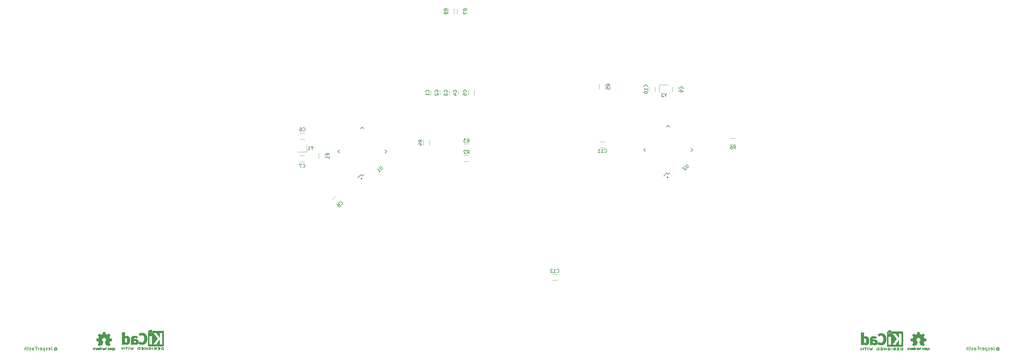
<source format=gbr>
%TF.GenerationSoftware,KiCad,Pcbnew,(5.1.10)-1*%
%TF.CreationDate,2021-09-03T09:57:26+02:00*%
%TF.ProjectId,T1,54312e6b-6963-4616-945f-706362585858,1.1*%
%TF.SameCoordinates,Original*%
%TF.FileFunction,Legend,Bot*%
%TF.FilePolarity,Positive*%
%FSLAX46Y46*%
G04 Gerber Fmt 4.6, Leading zero omitted, Abs format (unit mm)*
G04 Created by KiCad (PCBNEW (5.1.10)-1) date 2021-09-03 09:57:26*
%MOMM*%
%LPD*%
G01*
G04 APERTURE LIST*
%ADD10C,0.150000*%
%ADD11C,0.120000*%
%ADD12C,0.010000*%
G04 APERTURE END LIST*
D10*
X104743238Y-83415190D02*
X104743238Y-83605666D01*
X104695619Y-83605666D02*
X104695619Y-83415190D01*
X104648000Y-83367571D02*
X104648000Y-83653285D01*
X104600380Y-83605666D02*
X104600380Y-83415190D01*
X104552761Y-83415190D02*
X104552761Y-83605666D01*
X104743238Y-83558047D02*
X104648000Y-83653285D01*
X104552761Y-83558047D01*
X104743238Y-83462809D02*
X104648000Y-83367571D01*
X104552761Y-83462809D01*
X104743238Y-83415190D02*
X104648000Y-83367571D01*
X104552761Y-83415190D01*
X104505142Y-83510428D01*
X104552761Y-83605666D01*
X104648000Y-83653285D01*
X104743238Y-83605666D01*
X104790857Y-83510428D01*
X104743238Y-83415190D01*
X196056238Y-83034190D02*
X196056238Y-83224666D01*
X196008619Y-83224666D02*
X196008619Y-83034190D01*
X195961000Y-82986571D02*
X195961000Y-83272285D01*
X195913380Y-83224666D02*
X195913380Y-83034190D01*
X195865761Y-83034190D02*
X195865761Y-83224666D01*
X196056238Y-83177047D02*
X195961000Y-83272285D01*
X195865761Y-83177047D01*
X196056238Y-83081809D02*
X195961000Y-82986571D01*
X195865761Y-83081809D01*
X196056238Y-83034190D02*
X195961000Y-82986571D01*
X195865761Y-83034190D01*
X195818142Y-83129428D01*
X195865761Y-83224666D01*
X195961000Y-83272285D01*
X196056238Y-83224666D01*
X196103857Y-83129428D01*
X196056238Y-83034190D01*
X13104285Y-134342190D02*
X13151904Y-134294571D01*
X13247142Y-134246952D01*
X13342380Y-134246952D01*
X13437619Y-134294571D01*
X13485238Y-134342190D01*
X13532857Y-134437428D01*
X13532857Y-134532666D01*
X13485238Y-134627904D01*
X13437619Y-134675523D01*
X13342380Y-134723142D01*
X13247142Y-134723142D01*
X13151904Y-134675523D01*
X13104285Y-134627904D01*
X13104285Y-134246952D02*
X13104285Y-134627904D01*
X13056666Y-134675523D01*
X13009047Y-134675523D01*
X12913809Y-134627904D01*
X12866190Y-134532666D01*
X12866190Y-134294571D01*
X12961428Y-134151714D01*
X13104285Y-134056476D01*
X13294761Y-134008857D01*
X13485238Y-134056476D01*
X13628095Y-134151714D01*
X13723333Y-134294571D01*
X13770952Y-134485047D01*
X13723333Y-134675523D01*
X13628095Y-134818380D01*
X13485238Y-134913619D01*
X13294761Y-134961238D01*
X13104285Y-134913619D01*
X12961428Y-134818380D01*
X12151904Y-133818380D02*
X12151904Y-134532666D01*
X12199523Y-134675523D01*
X12294761Y-134770761D01*
X12437619Y-134818380D01*
X12532857Y-134818380D01*
X11294761Y-134770761D02*
X11390000Y-134818380D01*
X11580476Y-134818380D01*
X11675714Y-134770761D01*
X11723333Y-134675523D01*
X11723333Y-134294571D01*
X11675714Y-134199333D01*
X11580476Y-134151714D01*
X11390000Y-134151714D01*
X11294761Y-134199333D01*
X11247142Y-134294571D01*
X11247142Y-134389809D01*
X11723333Y-134485047D01*
X10866190Y-134770761D02*
X10770952Y-134818380D01*
X10580476Y-134818380D01*
X10485238Y-134770761D01*
X10437619Y-134675523D01*
X10437619Y-134627904D01*
X10485238Y-134532666D01*
X10580476Y-134485047D01*
X10723333Y-134485047D01*
X10818571Y-134437428D01*
X10866190Y-134342190D01*
X10866190Y-134294571D01*
X10818571Y-134199333D01*
X10723333Y-134151714D01*
X10580476Y-134151714D01*
X10485238Y-134199333D01*
X10009047Y-134151714D02*
X10009047Y-135151714D01*
X10009047Y-134199333D02*
X9913809Y-134151714D01*
X9723333Y-134151714D01*
X9628095Y-134199333D01*
X9580476Y-134246952D01*
X9532857Y-134342190D01*
X9532857Y-134627904D01*
X9580476Y-134723142D01*
X9628095Y-134770761D01*
X9723333Y-134818380D01*
X9913809Y-134818380D01*
X10009047Y-134770761D01*
X8723333Y-134770761D02*
X8818571Y-134818380D01*
X9009047Y-134818380D01*
X9104285Y-134770761D01*
X9151904Y-134675523D01*
X9151904Y-134294571D01*
X9104285Y-134199333D01*
X9009047Y-134151714D01*
X8818571Y-134151714D01*
X8723333Y-134199333D01*
X8675714Y-134294571D01*
X8675714Y-134389809D01*
X9151904Y-134485047D01*
X8247142Y-134818380D02*
X8247142Y-134151714D01*
X8247142Y-134342190D02*
X8199523Y-134246952D01*
X8151904Y-134199333D01*
X8056666Y-134151714D01*
X7961428Y-134151714D01*
X7294761Y-134294571D02*
X7628095Y-134294571D01*
X7628095Y-134818380D02*
X7628095Y-133818380D01*
X7151904Y-133818380D01*
X6342380Y-134818380D02*
X6342380Y-134294571D01*
X6390000Y-134199333D01*
X6485238Y-134151714D01*
X6675714Y-134151714D01*
X6770952Y-134199333D01*
X6342380Y-134770761D02*
X6437619Y-134818380D01*
X6675714Y-134818380D01*
X6770952Y-134770761D01*
X6818571Y-134675523D01*
X6818571Y-134580285D01*
X6770952Y-134485047D01*
X6675714Y-134437428D01*
X6437619Y-134437428D01*
X6342380Y-134389809D01*
X5913809Y-134770761D02*
X5818571Y-134818380D01*
X5628095Y-134818380D01*
X5532857Y-134770761D01*
X5485238Y-134675523D01*
X5485238Y-134627904D01*
X5532857Y-134532666D01*
X5628095Y-134485047D01*
X5770952Y-134485047D01*
X5866190Y-134437428D01*
X5913809Y-134342190D01*
X5913809Y-134294571D01*
X5866190Y-134199333D01*
X5770952Y-134151714D01*
X5628095Y-134151714D01*
X5532857Y-134199333D01*
X5199523Y-134151714D02*
X4818571Y-134151714D01*
X5056666Y-133818380D02*
X5056666Y-134675523D01*
X5009047Y-134770761D01*
X4913809Y-134818380D01*
X4818571Y-134818380D01*
X4485238Y-134818380D02*
X4485238Y-133818380D01*
X4056666Y-134818380D02*
X4056666Y-134294571D01*
X4104285Y-134199333D01*
X4199523Y-134151714D01*
X4342380Y-134151714D01*
X4437619Y-134199333D01*
X4485238Y-134246952D01*
X294409285Y-134342190D02*
X294456904Y-134294571D01*
X294552142Y-134246952D01*
X294647380Y-134246952D01*
X294742619Y-134294571D01*
X294790238Y-134342190D01*
X294837857Y-134437428D01*
X294837857Y-134532666D01*
X294790238Y-134627904D01*
X294742619Y-134675523D01*
X294647380Y-134723142D01*
X294552142Y-134723142D01*
X294456904Y-134675523D01*
X294409285Y-134627904D01*
X294409285Y-134246952D02*
X294409285Y-134627904D01*
X294361666Y-134675523D01*
X294314047Y-134675523D01*
X294218809Y-134627904D01*
X294171190Y-134532666D01*
X294171190Y-134294571D01*
X294266428Y-134151714D01*
X294409285Y-134056476D01*
X294599761Y-134008857D01*
X294790238Y-134056476D01*
X294933095Y-134151714D01*
X295028333Y-134294571D01*
X295075952Y-134485047D01*
X295028333Y-134675523D01*
X294933095Y-134818380D01*
X294790238Y-134913619D01*
X294599761Y-134961238D01*
X294409285Y-134913619D01*
X294266428Y-134818380D01*
X293456904Y-133818380D02*
X293456904Y-134532666D01*
X293504523Y-134675523D01*
X293599761Y-134770761D01*
X293742619Y-134818380D01*
X293837857Y-134818380D01*
X292599761Y-134770761D02*
X292695000Y-134818380D01*
X292885476Y-134818380D01*
X292980714Y-134770761D01*
X293028333Y-134675523D01*
X293028333Y-134294571D01*
X292980714Y-134199333D01*
X292885476Y-134151714D01*
X292695000Y-134151714D01*
X292599761Y-134199333D01*
X292552142Y-134294571D01*
X292552142Y-134389809D01*
X293028333Y-134485047D01*
X292171190Y-134770761D02*
X292075952Y-134818380D01*
X291885476Y-134818380D01*
X291790238Y-134770761D01*
X291742619Y-134675523D01*
X291742619Y-134627904D01*
X291790238Y-134532666D01*
X291885476Y-134485047D01*
X292028333Y-134485047D01*
X292123571Y-134437428D01*
X292171190Y-134342190D01*
X292171190Y-134294571D01*
X292123571Y-134199333D01*
X292028333Y-134151714D01*
X291885476Y-134151714D01*
X291790238Y-134199333D01*
X291314047Y-134151714D02*
X291314047Y-135151714D01*
X291314047Y-134199333D02*
X291218809Y-134151714D01*
X291028333Y-134151714D01*
X290933095Y-134199333D01*
X290885476Y-134246952D01*
X290837857Y-134342190D01*
X290837857Y-134627904D01*
X290885476Y-134723142D01*
X290933095Y-134770761D01*
X291028333Y-134818380D01*
X291218809Y-134818380D01*
X291314047Y-134770761D01*
X290028333Y-134770761D02*
X290123571Y-134818380D01*
X290314047Y-134818380D01*
X290409285Y-134770761D01*
X290456904Y-134675523D01*
X290456904Y-134294571D01*
X290409285Y-134199333D01*
X290314047Y-134151714D01*
X290123571Y-134151714D01*
X290028333Y-134199333D01*
X289980714Y-134294571D01*
X289980714Y-134389809D01*
X290456904Y-134485047D01*
X289552142Y-134818380D02*
X289552142Y-134151714D01*
X289552142Y-134342190D02*
X289504523Y-134246952D01*
X289456904Y-134199333D01*
X289361666Y-134151714D01*
X289266428Y-134151714D01*
X288599761Y-134294571D02*
X288933095Y-134294571D01*
X288933095Y-134818380D02*
X288933095Y-133818380D01*
X288456904Y-133818380D01*
X287647380Y-134818380D02*
X287647380Y-134294571D01*
X287695000Y-134199333D01*
X287790238Y-134151714D01*
X287980714Y-134151714D01*
X288075952Y-134199333D01*
X287647380Y-134770761D02*
X287742619Y-134818380D01*
X287980714Y-134818380D01*
X288075952Y-134770761D01*
X288123571Y-134675523D01*
X288123571Y-134580285D01*
X288075952Y-134485047D01*
X287980714Y-134437428D01*
X287742619Y-134437428D01*
X287647380Y-134389809D01*
X287218809Y-134770761D02*
X287123571Y-134818380D01*
X286933095Y-134818380D01*
X286837857Y-134770761D01*
X286790238Y-134675523D01*
X286790238Y-134627904D01*
X286837857Y-134532666D01*
X286933095Y-134485047D01*
X287075952Y-134485047D01*
X287171190Y-134437428D01*
X287218809Y-134342190D01*
X287218809Y-134294571D01*
X287171190Y-134199333D01*
X287075952Y-134151714D01*
X286933095Y-134151714D01*
X286837857Y-134199333D01*
X286504523Y-134151714D02*
X286123571Y-134151714D01*
X286361666Y-133818380D02*
X286361666Y-134675523D01*
X286314047Y-134770761D01*
X286218809Y-134818380D01*
X286123571Y-134818380D01*
X285790238Y-134818380D02*
X285790238Y-133818380D01*
X285361666Y-134818380D02*
X285361666Y-134294571D01*
X285409285Y-134199333D01*
X285504523Y-134151714D01*
X285647380Y-134151714D01*
X285742619Y-134199333D01*
X285790238Y-134246952D01*
D11*
%TO.C,C12*%
X163030252Y-113930000D02*
X161607748Y-113930000D01*
X163030252Y-112110000D02*
X161607748Y-112110000D01*
D12*
%TO.C,REF\u002A\u002A*%
G36*
X262915400Y-129315054D02*
G01*
X262904535Y-129428993D01*
X262872918Y-129536616D01*
X262822015Y-129635615D01*
X262753293Y-129723684D01*
X262668219Y-129798516D01*
X262571232Y-129856384D01*
X262464964Y-129896005D01*
X262357950Y-129914573D01*
X262252300Y-129913434D01*
X262150125Y-129893930D01*
X262053534Y-129857406D01*
X261964638Y-129805205D01*
X261885546Y-129738673D01*
X261818369Y-129659152D01*
X261765217Y-129567987D01*
X261728199Y-129466523D01*
X261709427Y-129356102D01*
X261707489Y-129306206D01*
X261707489Y-129218267D01*
X261655560Y-129218267D01*
X261619253Y-129221111D01*
X261592355Y-129232911D01*
X261565249Y-129256649D01*
X261526867Y-129295031D01*
X261526867Y-131486602D01*
X261526876Y-131748739D01*
X261526908Y-131989241D01*
X261526972Y-132209048D01*
X261527076Y-132409101D01*
X261527227Y-132590344D01*
X261527434Y-132753716D01*
X261527706Y-132900160D01*
X261528050Y-133030617D01*
X261528474Y-133146029D01*
X261528987Y-133247338D01*
X261529597Y-133335484D01*
X261530312Y-133411410D01*
X261531140Y-133476057D01*
X261532089Y-133530367D01*
X261533167Y-133575280D01*
X261534383Y-133611740D01*
X261535745Y-133640687D01*
X261537261Y-133663063D01*
X261538938Y-133679809D01*
X261540786Y-133691868D01*
X261542813Y-133700180D01*
X261545025Y-133705687D01*
X261546108Y-133707537D01*
X261550271Y-133714549D01*
X261553805Y-133720996D01*
X261557635Y-133726900D01*
X261562682Y-133732286D01*
X261569871Y-133737178D01*
X261580123Y-133741598D01*
X261594364Y-133745572D01*
X261613514Y-133749121D01*
X261638499Y-133752270D01*
X261670240Y-133755042D01*
X261709662Y-133757461D01*
X261757686Y-133759551D01*
X261815237Y-133761335D01*
X261883237Y-133762837D01*
X261962610Y-133764080D01*
X262054279Y-133765089D01*
X262159166Y-133765885D01*
X262278196Y-133766494D01*
X262412290Y-133766939D01*
X262562373Y-133767243D01*
X262729367Y-133767430D01*
X262914196Y-133767524D01*
X263117783Y-133767548D01*
X263341050Y-133767525D01*
X263584922Y-133767480D01*
X263850321Y-133767437D01*
X263888704Y-133767432D01*
X264155682Y-133767389D01*
X264401002Y-133767318D01*
X264625583Y-133767213D01*
X264830345Y-133767066D01*
X265016206Y-133766869D01*
X265184088Y-133766616D01*
X265334908Y-133766300D01*
X265469587Y-133765913D01*
X265589044Y-133765447D01*
X265694199Y-133764897D01*
X265785971Y-133764253D01*
X265865279Y-133763511D01*
X265933043Y-133762661D01*
X265990182Y-133761697D01*
X266037617Y-133760611D01*
X266076266Y-133759397D01*
X266107049Y-133758047D01*
X266130885Y-133756555D01*
X266148694Y-133754911D01*
X266161395Y-133753111D01*
X266169908Y-133751145D01*
X266174266Y-133749477D01*
X266182728Y-133745906D01*
X266190497Y-133743270D01*
X266197602Y-133740634D01*
X266204073Y-133737062D01*
X266209939Y-133731621D01*
X266215229Y-133723375D01*
X266219974Y-133711390D01*
X266224202Y-133694731D01*
X266227943Y-133672463D01*
X266231227Y-133643652D01*
X266234083Y-133607363D01*
X266236540Y-133562661D01*
X266238629Y-133508611D01*
X266240378Y-133444279D01*
X266241817Y-133368730D01*
X266242976Y-133281030D01*
X266243883Y-133180243D01*
X266244569Y-133065434D01*
X266245063Y-132935670D01*
X266245395Y-132790015D01*
X266245593Y-132627535D01*
X266245687Y-132447295D01*
X266245708Y-132248360D01*
X266245685Y-132029796D01*
X266245646Y-131790668D01*
X266245622Y-131530040D01*
X266245622Y-131487889D01*
X266245636Y-131224992D01*
X266245661Y-130983732D01*
X266245671Y-130763165D01*
X266245642Y-130562352D01*
X266245548Y-130380349D01*
X266245362Y-130216216D01*
X266245059Y-130069011D01*
X266244614Y-129937792D01*
X266244034Y-129827867D01*
X265941197Y-129827867D01*
X265901407Y-129885711D01*
X265890236Y-129901479D01*
X265880166Y-129915441D01*
X265871138Y-129928784D01*
X265863097Y-129942693D01*
X265855986Y-129958356D01*
X265849747Y-129976958D01*
X265844325Y-129999686D01*
X265839662Y-130027727D01*
X265835701Y-130062267D01*
X265832385Y-130104492D01*
X265829659Y-130155589D01*
X265827464Y-130216744D01*
X265825745Y-130289144D01*
X265824444Y-130373975D01*
X265823505Y-130472422D01*
X265822870Y-130585674D01*
X265822484Y-130714916D01*
X265822288Y-130861334D01*
X265822227Y-131026116D01*
X265822243Y-131210447D01*
X265822280Y-131415513D01*
X265822289Y-131538133D01*
X265822265Y-131755082D01*
X265822231Y-131950642D01*
X265822243Y-132125999D01*
X265822358Y-132282341D01*
X265822630Y-132420857D01*
X265823118Y-132542734D01*
X265823876Y-132649160D01*
X265824962Y-132741322D01*
X265826431Y-132820409D01*
X265828340Y-132887608D01*
X265830744Y-132944107D01*
X265833701Y-132991093D01*
X265837266Y-133029755D01*
X265841495Y-133061280D01*
X265846446Y-133086855D01*
X265852173Y-133107670D01*
X265858733Y-133124911D01*
X265866183Y-133139765D01*
X265874579Y-133153422D01*
X265883976Y-133167069D01*
X265894432Y-133181893D01*
X265900523Y-133190783D01*
X265939296Y-133248400D01*
X265407732Y-133248400D01*
X265284483Y-133248365D01*
X265181987Y-133248215D01*
X265098420Y-133247878D01*
X265031956Y-133247286D01*
X264980771Y-133246367D01*
X264943041Y-133245051D01*
X264916940Y-133243269D01*
X264900644Y-133240951D01*
X264892328Y-133238026D01*
X264890168Y-133234424D01*
X264892339Y-133230075D01*
X264893535Y-133228645D01*
X264918685Y-133191573D01*
X264944583Y-133138772D01*
X264968192Y-133076770D01*
X264976461Y-133050357D01*
X264981078Y-133032416D01*
X264984979Y-133011355D01*
X264988248Y-132985089D01*
X264990966Y-132951532D01*
X264993215Y-132908599D01*
X264995077Y-132854204D01*
X264996636Y-132786262D01*
X264997972Y-132702688D01*
X264999169Y-132601395D01*
X265000308Y-132480300D01*
X265000685Y-132435600D01*
X265001702Y-132310449D01*
X265002460Y-132206082D01*
X265002903Y-132120707D01*
X265002970Y-132052533D01*
X265002605Y-131999765D01*
X265001748Y-131960614D01*
X265000341Y-131933285D01*
X264998325Y-131915986D01*
X264995643Y-131906926D01*
X264992236Y-131904312D01*
X264988044Y-131906351D01*
X264983571Y-131910667D01*
X264973216Y-131923602D01*
X264951158Y-131952676D01*
X264918957Y-131995759D01*
X264878174Y-132050718D01*
X264830370Y-132115423D01*
X264777105Y-132187742D01*
X264719940Y-132265544D01*
X264660437Y-132346698D01*
X264600155Y-132429072D01*
X264540655Y-132510536D01*
X264483498Y-132588957D01*
X264430245Y-132662204D01*
X264382457Y-132728147D01*
X264341693Y-132784654D01*
X264309516Y-132829593D01*
X264287485Y-132860834D01*
X264282917Y-132867466D01*
X264259996Y-132904369D01*
X264233188Y-132952359D01*
X264207789Y-133001897D01*
X264204568Y-133008577D01*
X264182890Y-133056772D01*
X264170304Y-133094334D01*
X264164574Y-133130160D01*
X264163456Y-133172200D01*
X264164090Y-133248400D01*
X263009651Y-133248400D01*
X263100815Y-133154669D01*
X263147612Y-133104775D01*
X263197899Y-133048295D01*
X263243944Y-132994026D01*
X263264369Y-132968673D01*
X263294807Y-132929128D01*
X263334862Y-132875916D01*
X263383361Y-132810667D01*
X263439135Y-132735011D01*
X263501011Y-132650577D01*
X263567819Y-132558994D01*
X263638387Y-132461892D01*
X263711545Y-132360901D01*
X263786121Y-132257650D01*
X263860944Y-132153768D01*
X263934843Y-132050885D01*
X264006646Y-131950631D01*
X264075184Y-131854636D01*
X264139284Y-131764527D01*
X264197775Y-131681936D01*
X264249486Y-131608492D01*
X264293247Y-131545824D01*
X264327885Y-131495561D01*
X264352230Y-131459334D01*
X264365111Y-131438771D01*
X264366869Y-131434668D01*
X264358910Y-131423342D01*
X264338115Y-131396162D01*
X264305847Y-131354829D01*
X264263470Y-131301044D01*
X264212347Y-131236506D01*
X264153841Y-131162918D01*
X264089314Y-131081978D01*
X264020131Y-130995388D01*
X263947653Y-130904848D01*
X263873246Y-130812060D01*
X263813517Y-130737702D01*
X262802511Y-130737702D01*
X262796602Y-130750659D01*
X262782272Y-130772908D01*
X262781225Y-130774391D01*
X262762438Y-130804544D01*
X262742791Y-130841375D01*
X262738892Y-130849511D01*
X262735356Y-130857940D01*
X262732230Y-130868059D01*
X262729486Y-130881260D01*
X262727092Y-130898938D01*
X262725019Y-130922484D01*
X262723235Y-130953293D01*
X262721712Y-130992757D01*
X262720419Y-131042269D01*
X262719326Y-131103223D01*
X262718403Y-131177011D01*
X262717619Y-131265028D01*
X262716945Y-131368665D01*
X262716350Y-131489316D01*
X262715805Y-131628374D01*
X262715279Y-131787232D01*
X262714745Y-131966089D01*
X262714206Y-132151207D01*
X262713772Y-132315145D01*
X262713509Y-132459303D01*
X262713484Y-132585079D01*
X262713765Y-132693871D01*
X262714419Y-132787077D01*
X262715514Y-132866097D01*
X262717118Y-132932328D01*
X262719297Y-132987170D01*
X262722119Y-133032021D01*
X262725651Y-133068278D01*
X262729961Y-133097341D01*
X262735117Y-133120609D01*
X262741185Y-133139479D01*
X262748233Y-133155351D01*
X262756329Y-133169622D01*
X262765540Y-133183691D01*
X262774040Y-133196158D01*
X262791176Y-133222452D01*
X262801322Y-133240037D01*
X262802511Y-133243257D01*
X262791604Y-133244334D01*
X262760411Y-133245335D01*
X262711223Y-133246235D01*
X262646333Y-133247010D01*
X262568030Y-133247637D01*
X262478607Y-133248091D01*
X262380356Y-133248349D01*
X262311445Y-133248400D01*
X262206452Y-133248180D01*
X262109610Y-133247548D01*
X262023107Y-133246549D01*
X261949132Y-133245227D01*
X261889874Y-133243626D01*
X261847520Y-133241791D01*
X261824260Y-133239765D01*
X261820378Y-133238493D01*
X261828076Y-133223591D01*
X261836074Y-133215560D01*
X261849246Y-133198434D01*
X261866485Y-133168183D01*
X261878407Y-133143622D01*
X261905045Y-133084711D01*
X261908120Y-131907845D01*
X261911195Y-130730978D01*
X262356853Y-130730978D01*
X262454670Y-130731142D01*
X262545064Y-130731611D01*
X262625630Y-130732347D01*
X262693962Y-130733316D01*
X262747656Y-130734480D01*
X262784305Y-130735803D01*
X262801504Y-130737249D01*
X262802511Y-130737702D01*
X263813517Y-130737702D01*
X263798270Y-130718722D01*
X263724090Y-130626537D01*
X263652069Y-130537204D01*
X263583569Y-130452424D01*
X263519955Y-130373898D01*
X263462588Y-130303326D01*
X263412833Y-130242409D01*
X263372052Y-130192847D01*
X263354888Y-130172178D01*
X263268596Y-130071516D01*
X263191997Y-129988259D01*
X263123183Y-129920438D01*
X263060248Y-129866089D01*
X263050867Y-129858722D01*
X263011356Y-129828117D01*
X264143116Y-129827867D01*
X264137827Y-129875844D01*
X264141130Y-129933188D01*
X264162661Y-130001463D01*
X264202635Y-130081212D01*
X264247943Y-130153495D01*
X264264161Y-130176140D01*
X264292214Y-130213696D01*
X264330430Y-130264021D01*
X264377137Y-130324973D01*
X264430661Y-130394411D01*
X264489331Y-130470194D01*
X264551475Y-130550180D01*
X264615421Y-130632228D01*
X264679495Y-130714196D01*
X264742027Y-130793943D01*
X264801343Y-130869327D01*
X264855771Y-130938207D01*
X264903639Y-130998442D01*
X264943275Y-131047889D01*
X264973006Y-131084408D01*
X264991161Y-131105858D01*
X264994220Y-131109156D01*
X264997079Y-131101149D01*
X264999293Y-131070855D01*
X265000857Y-131018556D01*
X265001767Y-130944531D01*
X265002020Y-130849063D01*
X265001613Y-130732434D01*
X265000704Y-130612445D01*
X264999382Y-130480333D01*
X264997857Y-130368594D01*
X264995881Y-130275025D01*
X264993206Y-130197419D01*
X264989582Y-130133574D01*
X264984761Y-130081283D01*
X264978494Y-130038344D01*
X264970532Y-130002551D01*
X264960627Y-129971700D01*
X264948531Y-129943586D01*
X264933993Y-129916005D01*
X264919311Y-129890966D01*
X264881314Y-129827867D01*
X265941197Y-129827867D01*
X266244034Y-129827867D01*
X266244001Y-129821617D01*
X266243195Y-129719544D01*
X266242170Y-129630633D01*
X266240900Y-129553941D01*
X266239360Y-129488527D01*
X266237524Y-129433449D01*
X266235367Y-129387765D01*
X266232863Y-129350534D01*
X266229987Y-129320813D01*
X266226713Y-129297662D01*
X266223015Y-129280139D01*
X266218869Y-129267301D01*
X266214247Y-129258208D01*
X266209126Y-129251918D01*
X266203478Y-129247488D01*
X266197279Y-129243978D01*
X266190504Y-129240445D01*
X266184508Y-129236876D01*
X266179275Y-129234300D01*
X266171099Y-129231972D01*
X266158886Y-129229878D01*
X266141541Y-129228007D01*
X266117969Y-129226347D01*
X266087077Y-129224884D01*
X266047768Y-129223608D01*
X265998950Y-129222504D01*
X265939527Y-129221561D01*
X265868404Y-129220767D01*
X265784488Y-129220109D01*
X265686683Y-129219575D01*
X265573894Y-129219153D01*
X265445029Y-129218829D01*
X265298991Y-129218592D01*
X265134686Y-129218430D01*
X264951020Y-129218330D01*
X264746897Y-129218280D01*
X264535753Y-129218267D01*
X262915400Y-129218267D01*
X262915400Y-129315054D01*
G37*
X262915400Y-129315054D02*
X262904535Y-129428993D01*
X262872918Y-129536616D01*
X262822015Y-129635615D01*
X262753293Y-129723684D01*
X262668219Y-129798516D01*
X262571232Y-129856384D01*
X262464964Y-129896005D01*
X262357950Y-129914573D01*
X262252300Y-129913434D01*
X262150125Y-129893930D01*
X262053534Y-129857406D01*
X261964638Y-129805205D01*
X261885546Y-129738673D01*
X261818369Y-129659152D01*
X261765217Y-129567987D01*
X261728199Y-129466523D01*
X261709427Y-129356102D01*
X261707489Y-129306206D01*
X261707489Y-129218267D01*
X261655560Y-129218267D01*
X261619253Y-129221111D01*
X261592355Y-129232911D01*
X261565249Y-129256649D01*
X261526867Y-129295031D01*
X261526867Y-131486602D01*
X261526876Y-131748739D01*
X261526908Y-131989241D01*
X261526972Y-132209048D01*
X261527076Y-132409101D01*
X261527227Y-132590344D01*
X261527434Y-132753716D01*
X261527706Y-132900160D01*
X261528050Y-133030617D01*
X261528474Y-133146029D01*
X261528987Y-133247338D01*
X261529597Y-133335484D01*
X261530312Y-133411410D01*
X261531140Y-133476057D01*
X261532089Y-133530367D01*
X261533167Y-133575280D01*
X261534383Y-133611740D01*
X261535745Y-133640687D01*
X261537261Y-133663063D01*
X261538938Y-133679809D01*
X261540786Y-133691868D01*
X261542813Y-133700180D01*
X261545025Y-133705687D01*
X261546108Y-133707537D01*
X261550271Y-133714549D01*
X261553805Y-133720996D01*
X261557635Y-133726900D01*
X261562682Y-133732286D01*
X261569871Y-133737178D01*
X261580123Y-133741598D01*
X261594364Y-133745572D01*
X261613514Y-133749121D01*
X261638499Y-133752270D01*
X261670240Y-133755042D01*
X261709662Y-133757461D01*
X261757686Y-133759551D01*
X261815237Y-133761335D01*
X261883237Y-133762837D01*
X261962610Y-133764080D01*
X262054279Y-133765089D01*
X262159166Y-133765885D01*
X262278196Y-133766494D01*
X262412290Y-133766939D01*
X262562373Y-133767243D01*
X262729367Y-133767430D01*
X262914196Y-133767524D01*
X263117783Y-133767548D01*
X263341050Y-133767525D01*
X263584922Y-133767480D01*
X263850321Y-133767437D01*
X263888704Y-133767432D01*
X264155682Y-133767389D01*
X264401002Y-133767318D01*
X264625583Y-133767213D01*
X264830345Y-133767066D01*
X265016206Y-133766869D01*
X265184088Y-133766616D01*
X265334908Y-133766300D01*
X265469587Y-133765913D01*
X265589044Y-133765447D01*
X265694199Y-133764897D01*
X265785971Y-133764253D01*
X265865279Y-133763511D01*
X265933043Y-133762661D01*
X265990182Y-133761697D01*
X266037617Y-133760611D01*
X266076266Y-133759397D01*
X266107049Y-133758047D01*
X266130885Y-133756555D01*
X266148694Y-133754911D01*
X266161395Y-133753111D01*
X266169908Y-133751145D01*
X266174266Y-133749477D01*
X266182728Y-133745906D01*
X266190497Y-133743270D01*
X266197602Y-133740634D01*
X266204073Y-133737062D01*
X266209939Y-133731621D01*
X266215229Y-133723375D01*
X266219974Y-133711390D01*
X266224202Y-133694731D01*
X266227943Y-133672463D01*
X266231227Y-133643652D01*
X266234083Y-133607363D01*
X266236540Y-133562661D01*
X266238629Y-133508611D01*
X266240378Y-133444279D01*
X266241817Y-133368730D01*
X266242976Y-133281030D01*
X266243883Y-133180243D01*
X266244569Y-133065434D01*
X266245063Y-132935670D01*
X266245395Y-132790015D01*
X266245593Y-132627535D01*
X266245687Y-132447295D01*
X266245708Y-132248360D01*
X266245685Y-132029796D01*
X266245646Y-131790668D01*
X266245622Y-131530040D01*
X266245622Y-131487889D01*
X266245636Y-131224992D01*
X266245661Y-130983732D01*
X266245671Y-130763165D01*
X266245642Y-130562352D01*
X266245548Y-130380349D01*
X266245362Y-130216216D01*
X266245059Y-130069011D01*
X266244614Y-129937792D01*
X266244034Y-129827867D01*
X265941197Y-129827867D01*
X265901407Y-129885711D01*
X265890236Y-129901479D01*
X265880166Y-129915441D01*
X265871138Y-129928784D01*
X265863097Y-129942693D01*
X265855986Y-129958356D01*
X265849747Y-129976958D01*
X265844325Y-129999686D01*
X265839662Y-130027727D01*
X265835701Y-130062267D01*
X265832385Y-130104492D01*
X265829659Y-130155589D01*
X265827464Y-130216744D01*
X265825745Y-130289144D01*
X265824444Y-130373975D01*
X265823505Y-130472422D01*
X265822870Y-130585674D01*
X265822484Y-130714916D01*
X265822288Y-130861334D01*
X265822227Y-131026116D01*
X265822243Y-131210447D01*
X265822280Y-131415513D01*
X265822289Y-131538133D01*
X265822265Y-131755082D01*
X265822231Y-131950642D01*
X265822243Y-132125999D01*
X265822358Y-132282341D01*
X265822630Y-132420857D01*
X265823118Y-132542734D01*
X265823876Y-132649160D01*
X265824962Y-132741322D01*
X265826431Y-132820409D01*
X265828340Y-132887608D01*
X265830744Y-132944107D01*
X265833701Y-132991093D01*
X265837266Y-133029755D01*
X265841495Y-133061280D01*
X265846446Y-133086855D01*
X265852173Y-133107670D01*
X265858733Y-133124911D01*
X265866183Y-133139765D01*
X265874579Y-133153422D01*
X265883976Y-133167069D01*
X265894432Y-133181893D01*
X265900523Y-133190783D01*
X265939296Y-133248400D01*
X265407732Y-133248400D01*
X265284483Y-133248365D01*
X265181987Y-133248215D01*
X265098420Y-133247878D01*
X265031956Y-133247286D01*
X264980771Y-133246367D01*
X264943041Y-133245051D01*
X264916940Y-133243269D01*
X264900644Y-133240951D01*
X264892328Y-133238026D01*
X264890168Y-133234424D01*
X264892339Y-133230075D01*
X264893535Y-133228645D01*
X264918685Y-133191573D01*
X264944583Y-133138772D01*
X264968192Y-133076770D01*
X264976461Y-133050357D01*
X264981078Y-133032416D01*
X264984979Y-133011355D01*
X264988248Y-132985089D01*
X264990966Y-132951532D01*
X264993215Y-132908599D01*
X264995077Y-132854204D01*
X264996636Y-132786262D01*
X264997972Y-132702688D01*
X264999169Y-132601395D01*
X265000308Y-132480300D01*
X265000685Y-132435600D01*
X265001702Y-132310449D01*
X265002460Y-132206082D01*
X265002903Y-132120707D01*
X265002970Y-132052533D01*
X265002605Y-131999765D01*
X265001748Y-131960614D01*
X265000341Y-131933285D01*
X264998325Y-131915986D01*
X264995643Y-131906926D01*
X264992236Y-131904312D01*
X264988044Y-131906351D01*
X264983571Y-131910667D01*
X264973216Y-131923602D01*
X264951158Y-131952676D01*
X264918957Y-131995759D01*
X264878174Y-132050718D01*
X264830370Y-132115423D01*
X264777105Y-132187742D01*
X264719940Y-132265544D01*
X264660437Y-132346698D01*
X264600155Y-132429072D01*
X264540655Y-132510536D01*
X264483498Y-132588957D01*
X264430245Y-132662204D01*
X264382457Y-132728147D01*
X264341693Y-132784654D01*
X264309516Y-132829593D01*
X264287485Y-132860834D01*
X264282917Y-132867466D01*
X264259996Y-132904369D01*
X264233188Y-132952359D01*
X264207789Y-133001897D01*
X264204568Y-133008577D01*
X264182890Y-133056772D01*
X264170304Y-133094334D01*
X264164574Y-133130160D01*
X264163456Y-133172200D01*
X264164090Y-133248400D01*
X263009651Y-133248400D01*
X263100815Y-133154669D01*
X263147612Y-133104775D01*
X263197899Y-133048295D01*
X263243944Y-132994026D01*
X263264369Y-132968673D01*
X263294807Y-132929128D01*
X263334862Y-132875916D01*
X263383361Y-132810667D01*
X263439135Y-132735011D01*
X263501011Y-132650577D01*
X263567819Y-132558994D01*
X263638387Y-132461892D01*
X263711545Y-132360901D01*
X263786121Y-132257650D01*
X263860944Y-132153768D01*
X263934843Y-132050885D01*
X264006646Y-131950631D01*
X264075184Y-131854636D01*
X264139284Y-131764527D01*
X264197775Y-131681936D01*
X264249486Y-131608492D01*
X264293247Y-131545824D01*
X264327885Y-131495561D01*
X264352230Y-131459334D01*
X264365111Y-131438771D01*
X264366869Y-131434668D01*
X264358910Y-131423342D01*
X264338115Y-131396162D01*
X264305847Y-131354829D01*
X264263470Y-131301044D01*
X264212347Y-131236506D01*
X264153841Y-131162918D01*
X264089314Y-131081978D01*
X264020131Y-130995388D01*
X263947653Y-130904848D01*
X263873246Y-130812060D01*
X263813517Y-130737702D01*
X262802511Y-130737702D01*
X262796602Y-130750659D01*
X262782272Y-130772908D01*
X262781225Y-130774391D01*
X262762438Y-130804544D01*
X262742791Y-130841375D01*
X262738892Y-130849511D01*
X262735356Y-130857940D01*
X262732230Y-130868059D01*
X262729486Y-130881260D01*
X262727092Y-130898938D01*
X262725019Y-130922484D01*
X262723235Y-130953293D01*
X262721712Y-130992757D01*
X262720419Y-131042269D01*
X262719326Y-131103223D01*
X262718403Y-131177011D01*
X262717619Y-131265028D01*
X262716945Y-131368665D01*
X262716350Y-131489316D01*
X262715805Y-131628374D01*
X262715279Y-131787232D01*
X262714745Y-131966089D01*
X262714206Y-132151207D01*
X262713772Y-132315145D01*
X262713509Y-132459303D01*
X262713484Y-132585079D01*
X262713765Y-132693871D01*
X262714419Y-132787077D01*
X262715514Y-132866097D01*
X262717118Y-132932328D01*
X262719297Y-132987170D01*
X262722119Y-133032021D01*
X262725651Y-133068278D01*
X262729961Y-133097341D01*
X262735117Y-133120609D01*
X262741185Y-133139479D01*
X262748233Y-133155351D01*
X262756329Y-133169622D01*
X262765540Y-133183691D01*
X262774040Y-133196158D01*
X262791176Y-133222452D01*
X262801322Y-133240037D01*
X262802511Y-133243257D01*
X262791604Y-133244334D01*
X262760411Y-133245335D01*
X262711223Y-133246235D01*
X262646333Y-133247010D01*
X262568030Y-133247637D01*
X262478607Y-133248091D01*
X262380356Y-133248349D01*
X262311445Y-133248400D01*
X262206452Y-133248180D01*
X262109610Y-133247548D01*
X262023107Y-133246549D01*
X261949132Y-133245227D01*
X261889874Y-133243626D01*
X261847520Y-133241791D01*
X261824260Y-133239765D01*
X261820378Y-133238493D01*
X261828076Y-133223591D01*
X261836074Y-133215560D01*
X261849246Y-133198434D01*
X261866485Y-133168183D01*
X261878407Y-133143622D01*
X261905045Y-133084711D01*
X261908120Y-131907845D01*
X261911195Y-130730978D01*
X262356853Y-130730978D01*
X262454670Y-130731142D01*
X262545064Y-130731611D01*
X262625630Y-130732347D01*
X262693962Y-130733316D01*
X262747656Y-130734480D01*
X262784305Y-130735803D01*
X262801504Y-130737249D01*
X262802511Y-130737702D01*
X263813517Y-130737702D01*
X263798270Y-130718722D01*
X263724090Y-130626537D01*
X263652069Y-130537204D01*
X263583569Y-130452424D01*
X263519955Y-130373898D01*
X263462588Y-130303326D01*
X263412833Y-130242409D01*
X263372052Y-130192847D01*
X263354888Y-130172178D01*
X263268596Y-130071516D01*
X263191997Y-129988259D01*
X263123183Y-129920438D01*
X263060248Y-129866089D01*
X263050867Y-129858722D01*
X263011356Y-129828117D01*
X264143116Y-129827867D01*
X264137827Y-129875844D01*
X264141130Y-129933188D01*
X264162661Y-130001463D01*
X264202635Y-130081212D01*
X264247943Y-130153495D01*
X264264161Y-130176140D01*
X264292214Y-130213696D01*
X264330430Y-130264021D01*
X264377137Y-130324973D01*
X264430661Y-130394411D01*
X264489331Y-130470194D01*
X264551475Y-130550180D01*
X264615421Y-130632228D01*
X264679495Y-130714196D01*
X264742027Y-130793943D01*
X264801343Y-130869327D01*
X264855771Y-130938207D01*
X264903639Y-130998442D01*
X264943275Y-131047889D01*
X264973006Y-131084408D01*
X264991161Y-131105858D01*
X264994220Y-131109156D01*
X264997079Y-131101149D01*
X264999293Y-131070855D01*
X265000857Y-131018556D01*
X265001767Y-130944531D01*
X265002020Y-130849063D01*
X265001613Y-130732434D01*
X265000704Y-130612445D01*
X264999382Y-130480333D01*
X264997857Y-130368594D01*
X264995881Y-130275025D01*
X264993206Y-130197419D01*
X264989582Y-130133574D01*
X264984761Y-130081283D01*
X264978494Y-130038344D01*
X264970532Y-130002551D01*
X264960627Y-129971700D01*
X264948531Y-129943586D01*
X264933993Y-129916005D01*
X264919311Y-129890966D01*
X264881314Y-129827867D01*
X265941197Y-129827867D01*
X266244034Y-129827867D01*
X266244001Y-129821617D01*
X266243195Y-129719544D01*
X266242170Y-129630633D01*
X266240900Y-129553941D01*
X266239360Y-129488527D01*
X266237524Y-129433449D01*
X266235367Y-129387765D01*
X266232863Y-129350534D01*
X266229987Y-129320813D01*
X266226713Y-129297662D01*
X266223015Y-129280139D01*
X266218869Y-129267301D01*
X266214247Y-129258208D01*
X266209126Y-129251918D01*
X266203478Y-129247488D01*
X266197279Y-129243978D01*
X266190504Y-129240445D01*
X266184508Y-129236876D01*
X266179275Y-129234300D01*
X266171099Y-129231972D01*
X266158886Y-129229878D01*
X266141541Y-129228007D01*
X266117969Y-129226347D01*
X266087077Y-129224884D01*
X266047768Y-129223608D01*
X265998950Y-129222504D01*
X265939527Y-129221561D01*
X265868404Y-129220767D01*
X265784488Y-129220109D01*
X265686683Y-129219575D01*
X265573894Y-129219153D01*
X265445029Y-129218829D01*
X265298991Y-129218592D01*
X265134686Y-129218430D01*
X264951020Y-129218330D01*
X264746897Y-129218280D01*
X264535753Y-129218267D01*
X262915400Y-129218267D01*
X262915400Y-129315054D01*
G36*
X259640571Y-129775071D02*
G01*
X259480430Y-129796245D01*
X259316490Y-129836385D01*
X259146687Y-129895889D01*
X258968957Y-129975154D01*
X258957690Y-129980699D01*
X258899995Y-130008725D01*
X258848448Y-130032802D01*
X258806809Y-130051249D01*
X258778838Y-130062386D01*
X258769267Y-130064933D01*
X258750050Y-130069941D01*
X258745439Y-130074147D01*
X258750542Y-130084580D01*
X258766582Y-130110868D01*
X258791712Y-130150257D01*
X258824086Y-130199991D01*
X258861857Y-130257315D01*
X258903178Y-130319476D01*
X258946202Y-130383718D01*
X258989083Y-130447285D01*
X259029974Y-130507425D01*
X259067029Y-130561380D01*
X259098400Y-130606397D01*
X259122241Y-130639721D01*
X259136706Y-130658597D01*
X259138691Y-130660787D01*
X259148809Y-130656138D01*
X259171150Y-130638962D01*
X259201720Y-130612440D01*
X259217464Y-130597964D01*
X259313953Y-130522682D01*
X259420664Y-130467241D01*
X259536168Y-130432141D01*
X259659038Y-130417880D01*
X259728439Y-130419051D01*
X259849577Y-130436212D01*
X259958795Y-130472094D01*
X260056418Y-130526959D01*
X260142772Y-130601070D01*
X260218185Y-130694688D01*
X260282982Y-130808076D01*
X260320399Y-130894667D01*
X260364252Y-131030366D01*
X260396572Y-131177850D01*
X260417443Y-131333314D01*
X260426949Y-131492956D01*
X260425173Y-131652973D01*
X260412197Y-131809561D01*
X260388106Y-131958918D01*
X260352982Y-132097240D01*
X260306908Y-132220724D01*
X260290627Y-132254978D01*
X260222380Y-132369064D01*
X260141921Y-132465557D01*
X260050430Y-132543670D01*
X259949089Y-132602617D01*
X259839080Y-132641612D01*
X259721585Y-132659868D01*
X259680117Y-132661211D01*
X259558559Y-132650290D01*
X259438122Y-132617474D01*
X259320334Y-132563439D01*
X259206723Y-132488865D01*
X259115315Y-132410539D01*
X259068785Y-132366008D01*
X258887517Y-132663271D01*
X258842420Y-132737433D01*
X258801181Y-132805646D01*
X258765265Y-132865459D01*
X258736134Y-132914420D01*
X258715250Y-132950079D01*
X258704076Y-132969984D01*
X258702625Y-132973079D01*
X258710854Y-132982718D01*
X258736433Y-132999999D01*
X258776127Y-133023283D01*
X258826703Y-133050934D01*
X258884926Y-133081315D01*
X258947563Y-133112790D01*
X259011379Y-133143722D01*
X259073140Y-133172473D01*
X259129612Y-133197408D01*
X259177562Y-133216889D01*
X259201014Y-133225318D01*
X259334779Y-133263133D01*
X259472673Y-133288136D01*
X259620378Y-133301140D01*
X259747167Y-133303468D01*
X259815122Y-133302373D01*
X259880723Y-133300275D01*
X259938153Y-133297434D01*
X259981597Y-133294106D01*
X259995702Y-133292422D01*
X260134716Y-133263587D01*
X260276243Y-133218468D01*
X260413725Y-133159750D01*
X260540606Y-133090120D01*
X260618111Y-133037441D01*
X260745519Y-132929239D01*
X260863822Y-132802671D01*
X260970828Y-132660866D01*
X261064348Y-132506951D01*
X261142190Y-132344053D01*
X261186044Y-132226756D01*
X261236292Y-132043128D01*
X261269791Y-131848581D01*
X261286551Y-131647325D01*
X261286584Y-131443568D01*
X261269899Y-131241521D01*
X261236507Y-131045392D01*
X261186420Y-130859391D01*
X261182603Y-130847803D01*
X261119719Y-130685750D01*
X261042972Y-130537832D01*
X260949758Y-130399865D01*
X260837473Y-130267661D01*
X260793608Y-130222399D01*
X260657466Y-130098457D01*
X260517509Y-129995915D01*
X260371589Y-129913656D01*
X260217558Y-129850564D01*
X260053268Y-129805523D01*
X259957711Y-129788033D01*
X259798977Y-129772466D01*
X259640571Y-129775071D01*
G37*
X259640571Y-129775071D02*
X259480430Y-129796245D01*
X259316490Y-129836385D01*
X259146687Y-129895889D01*
X258968957Y-129975154D01*
X258957690Y-129980699D01*
X258899995Y-130008725D01*
X258848448Y-130032802D01*
X258806809Y-130051249D01*
X258778838Y-130062386D01*
X258769267Y-130064933D01*
X258750050Y-130069941D01*
X258745439Y-130074147D01*
X258750542Y-130084580D01*
X258766582Y-130110868D01*
X258791712Y-130150257D01*
X258824086Y-130199991D01*
X258861857Y-130257315D01*
X258903178Y-130319476D01*
X258946202Y-130383718D01*
X258989083Y-130447285D01*
X259029974Y-130507425D01*
X259067029Y-130561380D01*
X259098400Y-130606397D01*
X259122241Y-130639721D01*
X259136706Y-130658597D01*
X259138691Y-130660787D01*
X259148809Y-130656138D01*
X259171150Y-130638962D01*
X259201720Y-130612440D01*
X259217464Y-130597964D01*
X259313953Y-130522682D01*
X259420664Y-130467241D01*
X259536168Y-130432141D01*
X259659038Y-130417880D01*
X259728439Y-130419051D01*
X259849577Y-130436212D01*
X259958795Y-130472094D01*
X260056418Y-130526959D01*
X260142772Y-130601070D01*
X260218185Y-130694688D01*
X260282982Y-130808076D01*
X260320399Y-130894667D01*
X260364252Y-131030366D01*
X260396572Y-131177850D01*
X260417443Y-131333314D01*
X260426949Y-131492956D01*
X260425173Y-131652973D01*
X260412197Y-131809561D01*
X260388106Y-131958918D01*
X260352982Y-132097240D01*
X260306908Y-132220724D01*
X260290627Y-132254978D01*
X260222380Y-132369064D01*
X260141921Y-132465557D01*
X260050430Y-132543670D01*
X259949089Y-132602617D01*
X259839080Y-132641612D01*
X259721585Y-132659868D01*
X259680117Y-132661211D01*
X259558559Y-132650290D01*
X259438122Y-132617474D01*
X259320334Y-132563439D01*
X259206723Y-132488865D01*
X259115315Y-132410539D01*
X259068785Y-132366008D01*
X258887517Y-132663271D01*
X258842420Y-132737433D01*
X258801181Y-132805646D01*
X258765265Y-132865459D01*
X258736134Y-132914420D01*
X258715250Y-132950079D01*
X258704076Y-132969984D01*
X258702625Y-132973079D01*
X258710854Y-132982718D01*
X258736433Y-132999999D01*
X258776127Y-133023283D01*
X258826703Y-133050934D01*
X258884926Y-133081315D01*
X258947563Y-133112790D01*
X259011379Y-133143722D01*
X259073140Y-133172473D01*
X259129612Y-133197408D01*
X259177562Y-133216889D01*
X259201014Y-133225318D01*
X259334779Y-133263133D01*
X259472673Y-133288136D01*
X259620378Y-133301140D01*
X259747167Y-133303468D01*
X259815122Y-133302373D01*
X259880723Y-133300275D01*
X259938153Y-133297434D01*
X259981597Y-133294106D01*
X259995702Y-133292422D01*
X260134716Y-133263587D01*
X260276243Y-133218468D01*
X260413725Y-133159750D01*
X260540606Y-133090120D01*
X260618111Y-133037441D01*
X260745519Y-132929239D01*
X260863822Y-132802671D01*
X260970828Y-132660866D01*
X261064348Y-132506951D01*
X261142190Y-132344053D01*
X261186044Y-132226756D01*
X261236292Y-132043128D01*
X261269791Y-131848581D01*
X261286551Y-131647325D01*
X261286584Y-131443568D01*
X261269899Y-131241521D01*
X261236507Y-131045392D01*
X261186420Y-130859391D01*
X261182603Y-130847803D01*
X261119719Y-130685750D01*
X261042972Y-130537832D01*
X260949758Y-130399865D01*
X260837473Y-130267661D01*
X260793608Y-130222399D01*
X260657466Y-130098457D01*
X260517509Y-129995915D01*
X260371589Y-129913656D01*
X260217558Y-129850564D01*
X260053268Y-129805523D01*
X259957711Y-129788033D01*
X259798977Y-129772466D01*
X259640571Y-129775071D01*
G36*
X257295426Y-130692552D02*
G01*
X257143508Y-130712567D01*
X257008244Y-130746202D01*
X256888761Y-130793725D01*
X256784185Y-130855405D01*
X256706576Y-130918965D01*
X256637735Y-130993099D01*
X256583994Y-131072871D01*
X256541090Y-131165091D01*
X256525616Y-131208161D01*
X256512756Y-131247142D01*
X256501554Y-131283289D01*
X256491880Y-131318434D01*
X256483604Y-131354410D01*
X256476597Y-131393050D01*
X256470728Y-131436185D01*
X256465869Y-131485649D01*
X256461890Y-131543273D01*
X256458660Y-131610891D01*
X256456051Y-131690334D01*
X256453933Y-131783436D01*
X256452176Y-131892027D01*
X256450651Y-132017942D01*
X256449228Y-132163012D01*
X256447975Y-132305778D01*
X256446649Y-132461968D01*
X256445444Y-132597239D01*
X256444234Y-132713246D01*
X256442894Y-132811645D01*
X256441300Y-132894093D01*
X256439325Y-132962246D01*
X256436844Y-133017760D01*
X256433731Y-133062292D01*
X256429862Y-133097498D01*
X256425111Y-133125034D01*
X256419352Y-133146556D01*
X256412461Y-133163722D01*
X256404311Y-133178186D01*
X256394777Y-133191606D01*
X256383734Y-133205638D01*
X256379434Y-133211071D01*
X256363614Y-133233910D01*
X256356578Y-133249463D01*
X256356556Y-133249922D01*
X256367433Y-133252121D01*
X256398418Y-133254147D01*
X256447043Y-133255942D01*
X256510837Y-133257451D01*
X256587331Y-133258616D01*
X256674056Y-133259380D01*
X256768543Y-133259686D01*
X256779450Y-133259689D01*
X257202343Y-133259689D01*
X257205605Y-133163622D01*
X257208867Y-133067556D01*
X257270956Y-133118543D01*
X257368286Y-133186057D01*
X257478187Y-133240749D01*
X257564651Y-133270978D01*
X257633722Y-133285666D01*
X257717075Y-133295659D01*
X257806841Y-133300646D01*
X257895155Y-133300313D01*
X257974149Y-133294351D01*
X258010378Y-133288638D01*
X258150397Y-133250776D01*
X258276822Y-133195932D01*
X258388740Y-133124924D01*
X258485238Y-133038568D01*
X258565400Y-132937679D01*
X258628313Y-132823076D01*
X258672688Y-132696984D01*
X258685022Y-132640401D01*
X258692632Y-132578202D01*
X258696261Y-132503363D01*
X258696755Y-132469467D01*
X258696690Y-132466282D01*
X257936752Y-132466282D01*
X257927459Y-132541333D01*
X257899272Y-132605160D01*
X257850803Y-132660798D01*
X257845746Y-132665211D01*
X257797452Y-132700037D01*
X257745743Y-132722620D01*
X257685011Y-132734540D01*
X257609648Y-132737383D01*
X257591541Y-132736978D01*
X257537722Y-132734325D01*
X257497692Y-132728909D01*
X257462676Y-132718745D01*
X257423897Y-132701850D01*
X257413255Y-132696672D01*
X257352604Y-132660844D01*
X257305785Y-132618212D01*
X257293048Y-132602973D01*
X257248378Y-132546462D01*
X257248378Y-132350586D01*
X257248914Y-132271939D01*
X257250604Y-132213988D01*
X257253572Y-132174875D01*
X257257943Y-132152741D01*
X257262028Y-132146274D01*
X257277953Y-132143111D01*
X257311736Y-132140488D01*
X257358660Y-132138655D01*
X257414007Y-132137857D01*
X257422894Y-132137842D01*
X257543670Y-132143096D01*
X257646340Y-132159263D01*
X257732894Y-132186961D01*
X257805319Y-132226808D01*
X257860249Y-132273758D01*
X257904796Y-132331645D01*
X257929520Y-132394693D01*
X257936752Y-132466282D01*
X258696690Y-132466282D01*
X258694822Y-132375712D01*
X258686478Y-132296812D01*
X258670232Y-132225590D01*
X258644595Y-132154864D01*
X258620599Y-132102493D01*
X258561980Y-132007196D01*
X258483883Y-131919170D01*
X258388685Y-131840017D01*
X258278762Y-131771340D01*
X258156490Y-131714741D01*
X258024245Y-131671821D01*
X257959578Y-131656882D01*
X257823396Y-131634777D01*
X257674951Y-131620194D01*
X257523495Y-131613813D01*
X257396936Y-131615445D01*
X257235050Y-131622224D01*
X257242470Y-131563245D01*
X257261762Y-131464092D01*
X257292896Y-131383372D01*
X257336731Y-131320466D01*
X257394129Y-131274756D01*
X257465952Y-131245622D01*
X257553059Y-131232447D01*
X257656314Y-131234611D01*
X257694289Y-131238612D01*
X257835480Y-131263780D01*
X257972293Y-131304814D01*
X258066822Y-131342815D01*
X258111982Y-131362190D01*
X258150415Y-131377760D01*
X258176766Y-131387405D01*
X258184454Y-131389452D01*
X258194198Y-131380374D01*
X258210917Y-131351405D01*
X258234768Y-131302217D01*
X258265907Y-131232484D01*
X258304493Y-131141879D01*
X258311090Y-131126089D01*
X258341147Y-131053772D01*
X258368126Y-130988425D01*
X258390864Y-130932906D01*
X258408194Y-130890072D01*
X258418952Y-130862781D01*
X258422059Y-130853942D01*
X258412060Y-130849187D01*
X258385783Y-130843910D01*
X258357511Y-130840231D01*
X258327354Y-130835474D01*
X258279567Y-130826028D01*
X258218388Y-130812820D01*
X258148054Y-130796776D01*
X258072806Y-130778820D01*
X258044245Y-130771797D01*
X257939184Y-130746209D01*
X257851520Y-130726147D01*
X257776932Y-130710969D01*
X257711097Y-130700035D01*
X257649693Y-130692704D01*
X257588398Y-130688335D01*
X257522890Y-130686287D01*
X257464872Y-130685889D01*
X257295426Y-130692552D01*
G37*
X257295426Y-130692552D02*
X257143508Y-130712567D01*
X257008244Y-130746202D01*
X256888761Y-130793725D01*
X256784185Y-130855405D01*
X256706576Y-130918965D01*
X256637735Y-130993099D01*
X256583994Y-131072871D01*
X256541090Y-131165091D01*
X256525616Y-131208161D01*
X256512756Y-131247142D01*
X256501554Y-131283289D01*
X256491880Y-131318434D01*
X256483604Y-131354410D01*
X256476597Y-131393050D01*
X256470728Y-131436185D01*
X256465869Y-131485649D01*
X256461890Y-131543273D01*
X256458660Y-131610891D01*
X256456051Y-131690334D01*
X256453933Y-131783436D01*
X256452176Y-131892027D01*
X256450651Y-132017942D01*
X256449228Y-132163012D01*
X256447975Y-132305778D01*
X256446649Y-132461968D01*
X256445444Y-132597239D01*
X256444234Y-132713246D01*
X256442894Y-132811645D01*
X256441300Y-132894093D01*
X256439325Y-132962246D01*
X256436844Y-133017760D01*
X256433731Y-133062292D01*
X256429862Y-133097498D01*
X256425111Y-133125034D01*
X256419352Y-133146556D01*
X256412461Y-133163722D01*
X256404311Y-133178186D01*
X256394777Y-133191606D01*
X256383734Y-133205638D01*
X256379434Y-133211071D01*
X256363614Y-133233910D01*
X256356578Y-133249463D01*
X256356556Y-133249922D01*
X256367433Y-133252121D01*
X256398418Y-133254147D01*
X256447043Y-133255942D01*
X256510837Y-133257451D01*
X256587331Y-133258616D01*
X256674056Y-133259380D01*
X256768543Y-133259686D01*
X256779450Y-133259689D01*
X257202343Y-133259689D01*
X257205605Y-133163622D01*
X257208867Y-133067556D01*
X257270956Y-133118543D01*
X257368286Y-133186057D01*
X257478187Y-133240749D01*
X257564651Y-133270978D01*
X257633722Y-133285666D01*
X257717075Y-133295659D01*
X257806841Y-133300646D01*
X257895155Y-133300313D01*
X257974149Y-133294351D01*
X258010378Y-133288638D01*
X258150397Y-133250776D01*
X258276822Y-133195932D01*
X258388740Y-133124924D01*
X258485238Y-133038568D01*
X258565400Y-132937679D01*
X258628313Y-132823076D01*
X258672688Y-132696984D01*
X258685022Y-132640401D01*
X258692632Y-132578202D01*
X258696261Y-132503363D01*
X258696755Y-132469467D01*
X258696690Y-132466282D01*
X257936752Y-132466282D01*
X257927459Y-132541333D01*
X257899272Y-132605160D01*
X257850803Y-132660798D01*
X257845746Y-132665211D01*
X257797452Y-132700037D01*
X257745743Y-132722620D01*
X257685011Y-132734540D01*
X257609648Y-132737383D01*
X257591541Y-132736978D01*
X257537722Y-132734325D01*
X257497692Y-132728909D01*
X257462676Y-132718745D01*
X257423897Y-132701850D01*
X257413255Y-132696672D01*
X257352604Y-132660844D01*
X257305785Y-132618212D01*
X257293048Y-132602973D01*
X257248378Y-132546462D01*
X257248378Y-132350586D01*
X257248914Y-132271939D01*
X257250604Y-132213988D01*
X257253572Y-132174875D01*
X257257943Y-132152741D01*
X257262028Y-132146274D01*
X257277953Y-132143111D01*
X257311736Y-132140488D01*
X257358660Y-132138655D01*
X257414007Y-132137857D01*
X257422894Y-132137842D01*
X257543670Y-132143096D01*
X257646340Y-132159263D01*
X257732894Y-132186961D01*
X257805319Y-132226808D01*
X257860249Y-132273758D01*
X257904796Y-132331645D01*
X257929520Y-132394693D01*
X257936752Y-132466282D01*
X258696690Y-132466282D01*
X258694822Y-132375712D01*
X258686478Y-132296812D01*
X258670232Y-132225590D01*
X258644595Y-132154864D01*
X258620599Y-132102493D01*
X258561980Y-132007196D01*
X258483883Y-131919170D01*
X258388685Y-131840017D01*
X258278762Y-131771340D01*
X258156490Y-131714741D01*
X258024245Y-131671821D01*
X257959578Y-131656882D01*
X257823396Y-131634777D01*
X257674951Y-131620194D01*
X257523495Y-131613813D01*
X257396936Y-131615445D01*
X257235050Y-131622224D01*
X257242470Y-131563245D01*
X257261762Y-131464092D01*
X257292896Y-131383372D01*
X257336731Y-131320466D01*
X257394129Y-131274756D01*
X257465952Y-131245622D01*
X257553059Y-131232447D01*
X257656314Y-131234611D01*
X257694289Y-131238612D01*
X257835480Y-131263780D01*
X257972293Y-131304814D01*
X258066822Y-131342815D01*
X258111982Y-131362190D01*
X258150415Y-131377760D01*
X258176766Y-131387405D01*
X258184454Y-131389452D01*
X258194198Y-131380374D01*
X258210917Y-131351405D01*
X258234768Y-131302217D01*
X258265907Y-131232484D01*
X258304493Y-131141879D01*
X258311090Y-131126089D01*
X258341147Y-131053772D01*
X258368126Y-130988425D01*
X258390864Y-130932906D01*
X258408194Y-130890072D01*
X258418952Y-130862781D01*
X258422059Y-130853942D01*
X258412060Y-130849187D01*
X258385783Y-130843910D01*
X258357511Y-130840231D01*
X258327354Y-130835474D01*
X258279567Y-130826028D01*
X258218388Y-130812820D01*
X258148054Y-130796776D01*
X258072806Y-130778820D01*
X258044245Y-130771797D01*
X257939184Y-130746209D01*
X257851520Y-130726147D01*
X257776932Y-130710969D01*
X257711097Y-130700035D01*
X257649693Y-130692704D01*
X257588398Y-130688335D01*
X257522890Y-130686287D01*
X257464872Y-130685889D01*
X257295426Y-130692552D01*
G36*
X253782493Y-131298245D02*
G01*
X253782474Y-131532662D01*
X253782448Y-131745603D01*
X253782375Y-131938168D01*
X253782218Y-132111459D01*
X253781936Y-132266576D01*
X253781491Y-132404620D01*
X253780844Y-132526692D01*
X253779955Y-132633894D01*
X253778787Y-132727326D01*
X253777299Y-132808090D01*
X253775454Y-132877286D01*
X253773211Y-132936015D01*
X253770531Y-132985379D01*
X253767377Y-133026478D01*
X253763708Y-133060413D01*
X253759487Y-133088286D01*
X253754673Y-133111198D01*
X253749227Y-133130249D01*
X253743112Y-133146540D01*
X253736288Y-133161173D01*
X253728715Y-133175249D01*
X253720355Y-133189868D01*
X253715161Y-133198974D01*
X253680896Y-133259689D01*
X254539045Y-133259689D01*
X254539045Y-133163733D01*
X254539776Y-133120370D01*
X254541728Y-133087205D01*
X254544537Y-133069424D01*
X254545779Y-133067778D01*
X254557201Y-133074662D01*
X254579916Y-133092505D01*
X254602615Y-133111879D01*
X254657200Y-133152614D01*
X254726679Y-133193617D01*
X254803730Y-133231123D01*
X254881035Y-133261364D01*
X254911887Y-133271012D01*
X254980384Y-133285578D01*
X255063236Y-133295539D01*
X255152629Y-133300583D01*
X255240752Y-133300396D01*
X255319793Y-133294666D01*
X255357489Y-133288858D01*
X255495586Y-133250797D01*
X255622887Y-133193073D01*
X255738708Y-133116211D01*
X255842363Y-133020739D01*
X255933167Y-132907179D01*
X255999969Y-132796381D01*
X256054836Y-132679625D01*
X256096837Y-132560276D01*
X256126833Y-132434283D01*
X256145689Y-132297594D01*
X256154268Y-132146158D01*
X256154994Y-132068711D01*
X256152900Y-132011934D01*
X255323783Y-132011934D01*
X255323576Y-132105002D01*
X255320663Y-132192692D01*
X255315000Y-132269772D01*
X255306545Y-132331009D01*
X255303962Y-132343350D01*
X255272160Y-132450633D01*
X255230502Y-132537658D01*
X255178637Y-132604642D01*
X255116219Y-132651805D01*
X255042900Y-132679365D01*
X254958331Y-132687541D01*
X254862165Y-132676551D01*
X254798689Y-132660829D01*
X254749546Y-132642639D01*
X254695417Y-132616791D01*
X254654756Y-132593089D01*
X254584200Y-132546721D01*
X254584200Y-131396530D01*
X254651608Y-131352962D01*
X254730133Y-131312040D01*
X254814319Y-131285389D01*
X254899443Y-131273465D01*
X254980784Y-131276722D01*
X255053620Y-131295615D01*
X255085574Y-131311184D01*
X255143499Y-131354181D01*
X255192456Y-131410953D01*
X255233610Y-131483575D01*
X255268126Y-131574121D01*
X255297167Y-131684666D01*
X255298448Y-131690533D01*
X255308619Y-131752788D01*
X255316261Y-131830594D01*
X255321330Y-131918720D01*
X255323783Y-132011934D01*
X256152900Y-132011934D01*
X256147143Y-131855895D01*
X256125198Y-131660059D01*
X256089214Y-131481332D01*
X256039241Y-131319845D01*
X255975332Y-131175726D01*
X255897538Y-131049106D01*
X255805911Y-130940115D01*
X255700503Y-130848883D01*
X255655338Y-130817932D01*
X255554389Y-130761785D01*
X255451099Y-130722174D01*
X255341011Y-130698014D01*
X255219670Y-130688219D01*
X255127164Y-130689265D01*
X254997510Y-130700231D01*
X254884916Y-130722046D01*
X254786125Y-130755714D01*
X254697879Y-130802236D01*
X254649014Y-130836448D01*
X254619647Y-130858362D01*
X254597957Y-130873333D01*
X254589747Y-130877733D01*
X254588132Y-130866904D01*
X254586841Y-130836251D01*
X254585862Y-130788526D01*
X254585183Y-130726479D01*
X254584790Y-130652862D01*
X254584670Y-130570427D01*
X254584812Y-130481925D01*
X254585203Y-130390107D01*
X254585829Y-130297724D01*
X254586680Y-130207528D01*
X254587740Y-130122271D01*
X254588999Y-130044703D01*
X254590444Y-129977576D01*
X254592062Y-129923641D01*
X254593839Y-129885650D01*
X254594331Y-129878667D01*
X254601908Y-129808251D01*
X254613469Y-129753102D01*
X254631208Y-129705981D01*
X254657318Y-129659647D01*
X254663585Y-129650067D01*
X254688017Y-129613378D01*
X253782689Y-129613378D01*
X253782493Y-131298245D01*
G37*
X253782493Y-131298245D02*
X253782474Y-131532662D01*
X253782448Y-131745603D01*
X253782375Y-131938168D01*
X253782218Y-132111459D01*
X253781936Y-132266576D01*
X253781491Y-132404620D01*
X253780844Y-132526692D01*
X253779955Y-132633894D01*
X253778787Y-132727326D01*
X253777299Y-132808090D01*
X253775454Y-132877286D01*
X253773211Y-132936015D01*
X253770531Y-132985379D01*
X253767377Y-133026478D01*
X253763708Y-133060413D01*
X253759487Y-133088286D01*
X253754673Y-133111198D01*
X253749227Y-133130249D01*
X253743112Y-133146540D01*
X253736288Y-133161173D01*
X253728715Y-133175249D01*
X253720355Y-133189868D01*
X253715161Y-133198974D01*
X253680896Y-133259689D01*
X254539045Y-133259689D01*
X254539045Y-133163733D01*
X254539776Y-133120370D01*
X254541728Y-133087205D01*
X254544537Y-133069424D01*
X254545779Y-133067778D01*
X254557201Y-133074662D01*
X254579916Y-133092505D01*
X254602615Y-133111879D01*
X254657200Y-133152614D01*
X254726679Y-133193617D01*
X254803730Y-133231123D01*
X254881035Y-133261364D01*
X254911887Y-133271012D01*
X254980384Y-133285578D01*
X255063236Y-133295539D01*
X255152629Y-133300583D01*
X255240752Y-133300396D01*
X255319793Y-133294666D01*
X255357489Y-133288858D01*
X255495586Y-133250797D01*
X255622887Y-133193073D01*
X255738708Y-133116211D01*
X255842363Y-133020739D01*
X255933167Y-132907179D01*
X255999969Y-132796381D01*
X256054836Y-132679625D01*
X256096837Y-132560276D01*
X256126833Y-132434283D01*
X256145689Y-132297594D01*
X256154268Y-132146158D01*
X256154994Y-132068711D01*
X256152900Y-132011934D01*
X255323783Y-132011934D01*
X255323576Y-132105002D01*
X255320663Y-132192692D01*
X255315000Y-132269772D01*
X255306545Y-132331009D01*
X255303962Y-132343350D01*
X255272160Y-132450633D01*
X255230502Y-132537658D01*
X255178637Y-132604642D01*
X255116219Y-132651805D01*
X255042900Y-132679365D01*
X254958331Y-132687541D01*
X254862165Y-132676551D01*
X254798689Y-132660829D01*
X254749546Y-132642639D01*
X254695417Y-132616791D01*
X254654756Y-132593089D01*
X254584200Y-132546721D01*
X254584200Y-131396530D01*
X254651608Y-131352962D01*
X254730133Y-131312040D01*
X254814319Y-131285389D01*
X254899443Y-131273465D01*
X254980784Y-131276722D01*
X255053620Y-131295615D01*
X255085574Y-131311184D01*
X255143499Y-131354181D01*
X255192456Y-131410953D01*
X255233610Y-131483575D01*
X255268126Y-131574121D01*
X255297167Y-131684666D01*
X255298448Y-131690533D01*
X255308619Y-131752788D01*
X255316261Y-131830594D01*
X255321330Y-131918720D01*
X255323783Y-132011934D01*
X256152900Y-132011934D01*
X256147143Y-131855895D01*
X256125198Y-131660059D01*
X256089214Y-131481332D01*
X256039241Y-131319845D01*
X255975332Y-131175726D01*
X255897538Y-131049106D01*
X255805911Y-130940115D01*
X255700503Y-130848883D01*
X255655338Y-130817932D01*
X255554389Y-130761785D01*
X255451099Y-130722174D01*
X255341011Y-130698014D01*
X255219670Y-130688219D01*
X255127164Y-130689265D01*
X254997510Y-130700231D01*
X254884916Y-130722046D01*
X254786125Y-130755714D01*
X254697879Y-130802236D01*
X254649014Y-130836448D01*
X254619647Y-130858362D01*
X254597957Y-130873333D01*
X254589747Y-130877733D01*
X254588132Y-130866904D01*
X254586841Y-130836251D01*
X254585862Y-130788526D01*
X254585183Y-130726479D01*
X254584790Y-130652862D01*
X254584670Y-130570427D01*
X254584812Y-130481925D01*
X254585203Y-130390107D01*
X254585829Y-130297724D01*
X254586680Y-130207528D01*
X254587740Y-130122271D01*
X254588999Y-130044703D01*
X254590444Y-129977576D01*
X254592062Y-129923641D01*
X254593839Y-129885650D01*
X254594331Y-129878667D01*
X254601908Y-129808251D01*
X254613469Y-129753102D01*
X254631208Y-129705981D01*
X254657318Y-129659647D01*
X254663585Y-129650067D01*
X254688017Y-129613378D01*
X253782689Y-129613378D01*
X253782493Y-131298245D01*
G36*
X262242043Y-128852571D02*
G01*
X262145768Y-128876809D01*
X262059184Y-128919641D01*
X261984373Y-128979419D01*
X261923418Y-129054494D01*
X261878399Y-129143220D01*
X261852136Y-129239530D01*
X261846286Y-129336795D01*
X261861140Y-129430654D01*
X261894840Y-129518511D01*
X261945528Y-129597770D01*
X262011345Y-129665836D01*
X262090434Y-129720112D01*
X262180934Y-129758002D01*
X262232200Y-129770426D01*
X262276698Y-129777947D01*
X262310999Y-129780919D01*
X262343960Y-129779094D01*
X262384434Y-129772225D01*
X262417531Y-129765250D01*
X262510947Y-129733741D01*
X262594619Y-129682617D01*
X262666665Y-129613429D01*
X262725200Y-129527728D01*
X262739148Y-129500489D01*
X262755586Y-129464122D01*
X262765894Y-129433582D01*
X262771460Y-129401450D01*
X262773669Y-129360307D01*
X262773948Y-129314222D01*
X262769861Y-129229865D01*
X262756446Y-129160586D01*
X262731256Y-129099961D01*
X262691846Y-129041567D01*
X262653298Y-128997302D01*
X262581406Y-128931484D01*
X262506313Y-128886053D01*
X262423562Y-128858850D01*
X262345928Y-128848576D01*
X262242043Y-128852571D01*
G37*
X262242043Y-128852571D02*
X262145768Y-128876809D01*
X262059184Y-128919641D01*
X261984373Y-128979419D01*
X261923418Y-129054494D01*
X261878399Y-129143220D01*
X261852136Y-129239530D01*
X261846286Y-129336795D01*
X261861140Y-129430654D01*
X261894840Y-129518511D01*
X261945528Y-129597770D01*
X262011345Y-129665836D01*
X262090434Y-129720112D01*
X262180934Y-129758002D01*
X262232200Y-129770426D01*
X262276698Y-129777947D01*
X262310999Y-129780919D01*
X262343960Y-129779094D01*
X262384434Y-129772225D01*
X262417531Y-129765250D01*
X262510947Y-129733741D01*
X262594619Y-129682617D01*
X262666665Y-129613429D01*
X262725200Y-129527728D01*
X262739148Y-129500489D01*
X262755586Y-129464122D01*
X262765894Y-129433582D01*
X262771460Y-129401450D01*
X262773669Y-129360307D01*
X262773948Y-129314222D01*
X262769861Y-129229865D01*
X262756446Y-129160586D01*
X262731256Y-129099961D01*
X262691846Y-129041567D01*
X262653298Y-128997302D01*
X262581406Y-128931484D01*
X262506313Y-128886053D01*
X262423562Y-128858850D01*
X262345928Y-128848576D01*
X262242043Y-128852571D01*
G36*
X266090371Y-134095066D02*
G01*
X266050889Y-134095467D01*
X265935200Y-134098259D01*
X265838311Y-134106550D01*
X265756919Y-134121232D01*
X265687723Y-134143193D01*
X265627420Y-134173322D01*
X265572708Y-134212510D01*
X265553167Y-134229532D01*
X265520750Y-134269363D01*
X265491520Y-134323413D01*
X265468991Y-134383323D01*
X265456679Y-134440739D01*
X265455400Y-134461956D01*
X265463417Y-134520769D01*
X265484899Y-134585013D01*
X265515999Y-134645821D01*
X265552866Y-134694330D01*
X265558854Y-134700182D01*
X265609579Y-134741321D01*
X265665125Y-134773435D01*
X265728696Y-134797365D01*
X265803494Y-134813953D01*
X265892722Y-134824041D01*
X265999582Y-134828469D01*
X266048528Y-134828845D01*
X266110762Y-134828545D01*
X266154528Y-134827292D01*
X266183931Y-134824554D01*
X266203079Y-134819801D01*
X266216077Y-134812501D01*
X266223045Y-134806267D01*
X266229626Y-134798694D01*
X266234788Y-134788924D01*
X266238703Y-134774340D01*
X266241543Y-134752326D01*
X266243480Y-134720264D01*
X266244684Y-134675536D01*
X266245328Y-134615526D01*
X266245583Y-134537617D01*
X266245622Y-134461956D01*
X266245870Y-134361041D01*
X266245817Y-134280427D01*
X266244857Y-134241822D01*
X266098867Y-134241822D01*
X266098867Y-134682089D01*
X266005734Y-134682004D01*
X265949693Y-134680396D01*
X265890999Y-134676256D01*
X265842028Y-134670464D01*
X265840538Y-134670226D01*
X265761392Y-134651090D01*
X265700002Y-134621287D01*
X265653305Y-134578878D01*
X265623635Y-134532961D01*
X265605353Y-134482026D01*
X265606771Y-134434200D01*
X265627988Y-134382933D01*
X265669489Y-134329899D01*
X265726998Y-134290600D01*
X265801750Y-134264331D01*
X265851708Y-134255035D01*
X265908416Y-134248507D01*
X265968519Y-134243782D01*
X266019639Y-134241817D01*
X266022667Y-134241808D01*
X266098867Y-134241822D01*
X266244857Y-134241822D01*
X266244260Y-134217851D01*
X266239998Y-134171055D01*
X266231830Y-134137778D01*
X266218556Y-134115759D01*
X266198974Y-134102739D01*
X266171883Y-134096457D01*
X266136082Y-134094653D01*
X266090371Y-134095066D01*
G37*
X266090371Y-134095066D02*
X266050889Y-134095467D01*
X265935200Y-134098259D01*
X265838311Y-134106550D01*
X265756919Y-134121232D01*
X265687723Y-134143193D01*
X265627420Y-134173322D01*
X265572708Y-134212510D01*
X265553167Y-134229532D01*
X265520750Y-134269363D01*
X265491520Y-134323413D01*
X265468991Y-134383323D01*
X265456679Y-134440739D01*
X265455400Y-134461956D01*
X265463417Y-134520769D01*
X265484899Y-134585013D01*
X265515999Y-134645821D01*
X265552866Y-134694330D01*
X265558854Y-134700182D01*
X265609579Y-134741321D01*
X265665125Y-134773435D01*
X265728696Y-134797365D01*
X265803494Y-134813953D01*
X265892722Y-134824041D01*
X265999582Y-134828469D01*
X266048528Y-134828845D01*
X266110762Y-134828545D01*
X266154528Y-134827292D01*
X266183931Y-134824554D01*
X266203079Y-134819801D01*
X266216077Y-134812501D01*
X266223045Y-134806267D01*
X266229626Y-134798694D01*
X266234788Y-134788924D01*
X266238703Y-134774340D01*
X266241543Y-134752326D01*
X266243480Y-134720264D01*
X266244684Y-134675536D01*
X266245328Y-134615526D01*
X266245583Y-134537617D01*
X266245622Y-134461956D01*
X266245870Y-134361041D01*
X266245817Y-134280427D01*
X266244857Y-134241822D01*
X266098867Y-134241822D01*
X266098867Y-134682089D01*
X266005734Y-134682004D01*
X265949693Y-134680396D01*
X265890999Y-134676256D01*
X265842028Y-134670464D01*
X265840538Y-134670226D01*
X265761392Y-134651090D01*
X265700002Y-134621287D01*
X265653305Y-134578878D01*
X265623635Y-134532961D01*
X265605353Y-134482026D01*
X265606771Y-134434200D01*
X265627988Y-134382933D01*
X265669489Y-134329899D01*
X265726998Y-134290600D01*
X265801750Y-134264331D01*
X265851708Y-134255035D01*
X265908416Y-134248507D01*
X265968519Y-134243782D01*
X266019639Y-134241817D01*
X266022667Y-134241808D01*
X266098867Y-134241822D01*
X266244857Y-134241822D01*
X266244260Y-134217851D01*
X266239998Y-134171055D01*
X266231830Y-134137778D01*
X266218556Y-134115759D01*
X266198974Y-134102739D01*
X266171883Y-134096457D01*
X266136082Y-134094653D01*
X266090371Y-134095066D01*
G36*
X264681794Y-134095146D02*
G01*
X264612386Y-134095518D01*
X264559997Y-134096385D01*
X264521847Y-134097946D01*
X264495159Y-134100403D01*
X264477153Y-134103957D01*
X264465049Y-134108810D01*
X264456069Y-134115161D01*
X264452818Y-134118084D01*
X264433043Y-134149142D01*
X264429482Y-134184828D01*
X264442491Y-134216510D01*
X264448506Y-134222913D01*
X264458235Y-134229121D01*
X264473901Y-134233910D01*
X264498408Y-134237514D01*
X264534661Y-134240164D01*
X264585565Y-134242095D01*
X264654026Y-134243539D01*
X264716617Y-134244418D01*
X264964334Y-134247467D01*
X264967719Y-134312378D01*
X264971105Y-134377289D01*
X264802958Y-134377289D01*
X264729959Y-134377919D01*
X264676517Y-134380553D01*
X264639628Y-134386309D01*
X264616288Y-134396304D01*
X264603494Y-134411656D01*
X264598242Y-134433482D01*
X264597445Y-134453738D01*
X264599923Y-134478592D01*
X264609277Y-134496906D01*
X264628383Y-134509637D01*
X264660118Y-134517741D01*
X264707359Y-134522176D01*
X264772983Y-134523899D01*
X264808801Y-134524045D01*
X264969978Y-134524045D01*
X264969978Y-134682089D01*
X264721622Y-134682089D01*
X264640213Y-134682202D01*
X264578342Y-134682712D01*
X264532968Y-134683870D01*
X264501054Y-134685930D01*
X264479559Y-134689146D01*
X264465443Y-134693772D01*
X264455668Y-134700059D01*
X264450689Y-134704667D01*
X264433610Y-134731560D01*
X264428111Y-134755467D01*
X264435963Y-134784667D01*
X264450689Y-134806267D01*
X264458546Y-134813066D01*
X264468688Y-134818346D01*
X264483844Y-134822298D01*
X264506741Y-134825113D01*
X264540109Y-134826982D01*
X264586675Y-134828098D01*
X264649167Y-134828651D01*
X264730314Y-134828833D01*
X264772422Y-134828845D01*
X264862598Y-134828765D01*
X264932924Y-134828398D01*
X264986129Y-134827552D01*
X265024940Y-134826036D01*
X265052087Y-134823659D01*
X265070298Y-134820229D01*
X265082300Y-134815554D01*
X265090822Y-134809444D01*
X265094156Y-134806267D01*
X265100755Y-134798670D01*
X265105927Y-134788870D01*
X265109846Y-134774239D01*
X265112684Y-134752152D01*
X265114615Y-134719982D01*
X265115812Y-134675103D01*
X265116448Y-134614889D01*
X265116697Y-134536713D01*
X265116734Y-134463923D01*
X265116700Y-134370707D01*
X265116465Y-134297431D01*
X265115830Y-134241458D01*
X265114594Y-134200151D01*
X265112556Y-134170872D01*
X265109517Y-134150984D01*
X265105277Y-134137850D01*
X265099635Y-134128832D01*
X265092391Y-134121293D01*
X265090606Y-134119612D01*
X265081945Y-134112172D01*
X265071882Y-134106409D01*
X265057625Y-134102112D01*
X265036383Y-134099064D01*
X265005364Y-134097051D01*
X264961777Y-134095860D01*
X264902831Y-134095275D01*
X264825734Y-134095083D01*
X264771001Y-134095067D01*
X264681794Y-134095146D01*
G37*
X264681794Y-134095146D02*
X264612386Y-134095518D01*
X264559997Y-134096385D01*
X264521847Y-134097946D01*
X264495159Y-134100403D01*
X264477153Y-134103957D01*
X264465049Y-134108810D01*
X264456069Y-134115161D01*
X264452818Y-134118084D01*
X264433043Y-134149142D01*
X264429482Y-134184828D01*
X264442491Y-134216510D01*
X264448506Y-134222913D01*
X264458235Y-134229121D01*
X264473901Y-134233910D01*
X264498408Y-134237514D01*
X264534661Y-134240164D01*
X264585565Y-134242095D01*
X264654026Y-134243539D01*
X264716617Y-134244418D01*
X264964334Y-134247467D01*
X264967719Y-134312378D01*
X264971105Y-134377289D01*
X264802958Y-134377289D01*
X264729959Y-134377919D01*
X264676517Y-134380553D01*
X264639628Y-134386309D01*
X264616288Y-134396304D01*
X264603494Y-134411656D01*
X264598242Y-134433482D01*
X264597445Y-134453738D01*
X264599923Y-134478592D01*
X264609277Y-134496906D01*
X264628383Y-134509637D01*
X264660118Y-134517741D01*
X264707359Y-134522176D01*
X264772983Y-134523899D01*
X264808801Y-134524045D01*
X264969978Y-134524045D01*
X264969978Y-134682089D01*
X264721622Y-134682089D01*
X264640213Y-134682202D01*
X264578342Y-134682712D01*
X264532968Y-134683870D01*
X264501054Y-134685930D01*
X264479559Y-134689146D01*
X264465443Y-134693772D01*
X264455668Y-134700059D01*
X264450689Y-134704667D01*
X264433610Y-134731560D01*
X264428111Y-134755467D01*
X264435963Y-134784667D01*
X264450689Y-134806267D01*
X264458546Y-134813066D01*
X264468688Y-134818346D01*
X264483844Y-134822298D01*
X264506741Y-134825113D01*
X264540109Y-134826982D01*
X264586675Y-134828098D01*
X264649167Y-134828651D01*
X264730314Y-134828833D01*
X264772422Y-134828845D01*
X264862598Y-134828765D01*
X264932924Y-134828398D01*
X264986129Y-134827552D01*
X265024940Y-134826036D01*
X265052087Y-134823659D01*
X265070298Y-134820229D01*
X265082300Y-134815554D01*
X265090822Y-134809444D01*
X265094156Y-134806267D01*
X265100755Y-134798670D01*
X265105927Y-134788870D01*
X265109846Y-134774239D01*
X265112684Y-134752152D01*
X265114615Y-134719982D01*
X265115812Y-134675103D01*
X265116448Y-134614889D01*
X265116697Y-134536713D01*
X265116734Y-134463923D01*
X265116700Y-134370707D01*
X265116465Y-134297431D01*
X265115830Y-134241458D01*
X265114594Y-134200151D01*
X265112556Y-134170872D01*
X265109517Y-134150984D01*
X265105277Y-134137850D01*
X265099635Y-134128832D01*
X265092391Y-134121293D01*
X265090606Y-134119612D01*
X265081945Y-134112172D01*
X265071882Y-134106409D01*
X265057625Y-134102112D01*
X265036383Y-134099064D01*
X265005364Y-134097051D01*
X264961777Y-134095860D01*
X264902831Y-134095275D01*
X264825734Y-134095083D01*
X264771001Y-134095067D01*
X264681794Y-134095146D01*
G36*
X263660703Y-134096351D02*
G01*
X263585888Y-134101581D01*
X263516306Y-134109750D01*
X263456002Y-134120550D01*
X263409020Y-134133673D01*
X263379406Y-134148813D01*
X263374860Y-134153269D01*
X263359054Y-134187850D01*
X263363847Y-134223351D01*
X263388364Y-134253725D01*
X263389534Y-134254596D01*
X263403954Y-134263954D01*
X263419008Y-134268876D01*
X263440005Y-134269473D01*
X263472257Y-134265861D01*
X263521073Y-134258154D01*
X263525000Y-134257505D01*
X263597739Y-134248569D01*
X263676217Y-134244161D01*
X263754927Y-134244119D01*
X263828361Y-134248279D01*
X263891011Y-134256479D01*
X263937370Y-134268557D01*
X263940416Y-134269771D01*
X263974048Y-134288615D01*
X263985864Y-134307685D01*
X263976614Y-134326439D01*
X263947047Y-134344337D01*
X263897911Y-134360837D01*
X263829957Y-134375396D01*
X263784645Y-134382406D01*
X263690456Y-134395889D01*
X263615544Y-134408214D01*
X263556717Y-134420449D01*
X263510785Y-134433661D01*
X263474555Y-134448917D01*
X263444838Y-134467285D01*
X263418442Y-134489831D01*
X263397230Y-134511971D01*
X263372065Y-134542819D01*
X263359681Y-134569345D01*
X263355808Y-134602026D01*
X263355667Y-134613995D01*
X263358576Y-134653712D01*
X263370202Y-134683259D01*
X263390323Y-134709486D01*
X263431216Y-134749576D01*
X263476817Y-134780149D01*
X263530513Y-134802203D01*
X263595692Y-134816735D01*
X263675744Y-134824741D01*
X263774057Y-134827218D01*
X263790289Y-134827177D01*
X263855849Y-134825818D01*
X263920866Y-134822730D01*
X263978252Y-134818356D01*
X264020922Y-134813140D01*
X264024372Y-134812541D01*
X264066796Y-134802491D01*
X264102780Y-134789796D01*
X264123150Y-134778190D01*
X264142107Y-134747572D01*
X264143427Y-134711918D01*
X264127085Y-134680144D01*
X264123429Y-134676551D01*
X264108315Y-134665876D01*
X264089415Y-134661276D01*
X264060162Y-134662059D01*
X264024651Y-134666127D01*
X263984970Y-134669762D01*
X263929345Y-134672828D01*
X263864406Y-134675053D01*
X263796785Y-134676164D01*
X263779000Y-134676237D01*
X263711128Y-134675964D01*
X263661454Y-134674646D01*
X263625610Y-134671827D01*
X263599224Y-134667050D01*
X263577926Y-134659857D01*
X263565126Y-134653867D01*
X263537000Y-134637233D01*
X263519068Y-134622168D01*
X263516447Y-134617897D01*
X263521976Y-134600263D01*
X263548260Y-134583192D01*
X263593478Y-134567458D01*
X263655808Y-134553838D01*
X263674171Y-134550804D01*
X263770090Y-134535738D01*
X263846641Y-134523146D01*
X263906780Y-134512111D01*
X263953460Y-134501720D01*
X263989637Y-134491056D01*
X264018265Y-134479205D01*
X264042298Y-134465251D01*
X264064692Y-134448281D01*
X264088402Y-134427378D01*
X264096380Y-134420049D01*
X264124353Y-134392699D01*
X264139160Y-134371029D01*
X264144952Y-134346232D01*
X264145889Y-134314983D01*
X264135575Y-134253705D01*
X264104752Y-134201640D01*
X264053595Y-134158958D01*
X263982283Y-134125825D01*
X263931400Y-134110964D01*
X263876100Y-134101366D01*
X263809853Y-134095936D01*
X263736706Y-134094367D01*
X263660703Y-134096351D01*
G37*
X263660703Y-134096351D02*
X263585888Y-134101581D01*
X263516306Y-134109750D01*
X263456002Y-134120550D01*
X263409020Y-134133673D01*
X263379406Y-134148813D01*
X263374860Y-134153269D01*
X263359054Y-134187850D01*
X263363847Y-134223351D01*
X263388364Y-134253725D01*
X263389534Y-134254596D01*
X263403954Y-134263954D01*
X263419008Y-134268876D01*
X263440005Y-134269473D01*
X263472257Y-134265861D01*
X263521073Y-134258154D01*
X263525000Y-134257505D01*
X263597739Y-134248569D01*
X263676217Y-134244161D01*
X263754927Y-134244119D01*
X263828361Y-134248279D01*
X263891011Y-134256479D01*
X263937370Y-134268557D01*
X263940416Y-134269771D01*
X263974048Y-134288615D01*
X263985864Y-134307685D01*
X263976614Y-134326439D01*
X263947047Y-134344337D01*
X263897911Y-134360837D01*
X263829957Y-134375396D01*
X263784645Y-134382406D01*
X263690456Y-134395889D01*
X263615544Y-134408214D01*
X263556717Y-134420449D01*
X263510785Y-134433661D01*
X263474555Y-134448917D01*
X263444838Y-134467285D01*
X263418442Y-134489831D01*
X263397230Y-134511971D01*
X263372065Y-134542819D01*
X263359681Y-134569345D01*
X263355808Y-134602026D01*
X263355667Y-134613995D01*
X263358576Y-134653712D01*
X263370202Y-134683259D01*
X263390323Y-134709486D01*
X263431216Y-134749576D01*
X263476817Y-134780149D01*
X263530513Y-134802203D01*
X263595692Y-134816735D01*
X263675744Y-134824741D01*
X263774057Y-134827218D01*
X263790289Y-134827177D01*
X263855849Y-134825818D01*
X263920866Y-134822730D01*
X263978252Y-134818356D01*
X264020922Y-134813140D01*
X264024372Y-134812541D01*
X264066796Y-134802491D01*
X264102780Y-134789796D01*
X264123150Y-134778190D01*
X264142107Y-134747572D01*
X264143427Y-134711918D01*
X264127085Y-134680144D01*
X264123429Y-134676551D01*
X264108315Y-134665876D01*
X264089415Y-134661276D01*
X264060162Y-134662059D01*
X264024651Y-134666127D01*
X263984970Y-134669762D01*
X263929345Y-134672828D01*
X263864406Y-134675053D01*
X263796785Y-134676164D01*
X263779000Y-134676237D01*
X263711128Y-134675964D01*
X263661454Y-134674646D01*
X263625610Y-134671827D01*
X263599224Y-134667050D01*
X263577926Y-134659857D01*
X263565126Y-134653867D01*
X263537000Y-134637233D01*
X263519068Y-134622168D01*
X263516447Y-134617897D01*
X263521976Y-134600263D01*
X263548260Y-134583192D01*
X263593478Y-134567458D01*
X263655808Y-134553838D01*
X263674171Y-134550804D01*
X263770090Y-134535738D01*
X263846641Y-134523146D01*
X263906780Y-134512111D01*
X263953460Y-134501720D01*
X263989637Y-134491056D01*
X264018265Y-134479205D01*
X264042298Y-134465251D01*
X264064692Y-134448281D01*
X264088402Y-134427378D01*
X264096380Y-134420049D01*
X264124353Y-134392699D01*
X264139160Y-134371029D01*
X264144952Y-134346232D01*
X264145889Y-134314983D01*
X264135575Y-134253705D01*
X264104752Y-134201640D01*
X264053595Y-134158958D01*
X263982283Y-134125825D01*
X263931400Y-134110964D01*
X263876100Y-134101366D01*
X263809853Y-134095936D01*
X263736706Y-134094367D01*
X263660703Y-134096351D01*
G36*
X262892822Y-134117645D02*
G01*
X262886242Y-134125218D01*
X262881079Y-134134987D01*
X262877164Y-134149571D01*
X262874324Y-134171585D01*
X262872387Y-134203648D01*
X262871183Y-134248375D01*
X262870539Y-134308385D01*
X262870284Y-134386294D01*
X262870245Y-134461956D01*
X262870314Y-134555802D01*
X262870638Y-134629689D01*
X262871386Y-134686232D01*
X262872732Y-134728049D01*
X262874846Y-134757757D01*
X262877900Y-134777973D01*
X262882066Y-134791314D01*
X262887516Y-134800398D01*
X262892822Y-134806267D01*
X262925826Y-134825947D01*
X262960991Y-134824181D01*
X262992455Y-134802717D01*
X262999684Y-134794337D01*
X263005334Y-134784614D01*
X263009599Y-134770861D01*
X263012673Y-134750389D01*
X263014752Y-134720512D01*
X263016030Y-134678541D01*
X263016701Y-134621789D01*
X263016959Y-134547567D01*
X263017000Y-134463537D01*
X263017000Y-134150485D01*
X262989291Y-134122776D01*
X262955137Y-134099463D01*
X262922006Y-134098623D01*
X262892822Y-134117645D01*
G37*
X262892822Y-134117645D02*
X262886242Y-134125218D01*
X262881079Y-134134987D01*
X262877164Y-134149571D01*
X262874324Y-134171585D01*
X262872387Y-134203648D01*
X262871183Y-134248375D01*
X262870539Y-134308385D01*
X262870284Y-134386294D01*
X262870245Y-134461956D01*
X262870314Y-134555802D01*
X262870638Y-134629689D01*
X262871386Y-134686232D01*
X262872732Y-134728049D01*
X262874846Y-134757757D01*
X262877900Y-134777973D01*
X262882066Y-134791314D01*
X262887516Y-134800398D01*
X262892822Y-134806267D01*
X262925826Y-134825947D01*
X262960991Y-134824181D01*
X262992455Y-134802717D01*
X262999684Y-134794337D01*
X263005334Y-134784614D01*
X263009599Y-134770861D01*
X263012673Y-134750389D01*
X263014752Y-134720512D01*
X263016030Y-134678541D01*
X263016701Y-134621789D01*
X263016959Y-134547567D01*
X263017000Y-134463537D01*
X263017000Y-134150485D01*
X262989291Y-134122776D01*
X262955137Y-134099463D01*
X262922006Y-134098623D01*
X262892822Y-134117645D01*
G36*
X261919081Y-134100599D02*
G01*
X261850565Y-134112095D01*
X261797943Y-134129967D01*
X261763708Y-134153499D01*
X261754379Y-134166924D01*
X261744893Y-134198148D01*
X261751277Y-134226395D01*
X261771430Y-134253182D01*
X261802745Y-134265713D01*
X261848183Y-134264696D01*
X261883326Y-134257906D01*
X261961419Y-134244971D01*
X262041226Y-134243742D01*
X262130555Y-134254241D01*
X262155229Y-134258690D01*
X262238291Y-134282108D01*
X262303273Y-134316945D01*
X262349461Y-134362604D01*
X262376145Y-134418494D01*
X262381663Y-134447388D01*
X262378051Y-134506012D01*
X262354729Y-134557879D01*
X262313824Y-134601978D01*
X262257459Y-134637299D01*
X262187760Y-134662829D01*
X262106852Y-134677559D01*
X262016860Y-134680478D01*
X261919910Y-134670575D01*
X261914436Y-134669641D01*
X261875875Y-134662459D01*
X261854494Y-134655521D01*
X261845227Y-134645227D01*
X261843006Y-134627976D01*
X261842956Y-134618841D01*
X261842956Y-134580489D01*
X261911431Y-134580489D01*
X261971900Y-134576347D01*
X262013165Y-134563147D01*
X262037175Y-134539730D01*
X262045877Y-134504936D01*
X262045983Y-134500394D01*
X262040892Y-134470654D01*
X262023433Y-134449419D01*
X261990939Y-134435366D01*
X261940743Y-134427173D01*
X261892123Y-134424161D01*
X261821456Y-134422433D01*
X261770198Y-134425070D01*
X261735239Y-134434800D01*
X261713470Y-134454353D01*
X261701780Y-134486456D01*
X261697060Y-134533838D01*
X261696200Y-134596071D01*
X261697609Y-134665535D01*
X261701848Y-134712786D01*
X261708936Y-134738012D01*
X261710311Y-134739988D01*
X261749228Y-134771508D01*
X261806286Y-134796470D01*
X261877869Y-134814340D01*
X261960358Y-134824586D01*
X262050139Y-134826673D01*
X262143592Y-134820068D01*
X262198556Y-134811956D01*
X262284766Y-134787554D01*
X262364892Y-134747662D01*
X262431977Y-134695887D01*
X262442173Y-134685539D01*
X262475302Y-134642035D01*
X262505194Y-134588118D01*
X262528357Y-134531592D01*
X262541298Y-134480259D01*
X262542858Y-134460544D01*
X262536218Y-134419419D01*
X262518568Y-134368252D01*
X262493297Y-134314394D01*
X262463789Y-134265195D01*
X262437719Y-134232334D01*
X262376765Y-134183452D01*
X262297969Y-134144545D01*
X262204157Y-134116494D01*
X262098150Y-134100179D01*
X262001000Y-134096192D01*
X261919081Y-134100599D01*
G37*
X261919081Y-134100599D02*
X261850565Y-134112095D01*
X261797943Y-134129967D01*
X261763708Y-134153499D01*
X261754379Y-134166924D01*
X261744893Y-134198148D01*
X261751277Y-134226395D01*
X261771430Y-134253182D01*
X261802745Y-134265713D01*
X261848183Y-134264696D01*
X261883326Y-134257906D01*
X261961419Y-134244971D01*
X262041226Y-134243742D01*
X262130555Y-134254241D01*
X262155229Y-134258690D01*
X262238291Y-134282108D01*
X262303273Y-134316945D01*
X262349461Y-134362604D01*
X262376145Y-134418494D01*
X262381663Y-134447388D01*
X262378051Y-134506012D01*
X262354729Y-134557879D01*
X262313824Y-134601978D01*
X262257459Y-134637299D01*
X262187760Y-134662829D01*
X262106852Y-134677559D01*
X262016860Y-134680478D01*
X261919910Y-134670575D01*
X261914436Y-134669641D01*
X261875875Y-134662459D01*
X261854494Y-134655521D01*
X261845227Y-134645227D01*
X261843006Y-134627976D01*
X261842956Y-134618841D01*
X261842956Y-134580489D01*
X261911431Y-134580489D01*
X261971900Y-134576347D01*
X262013165Y-134563147D01*
X262037175Y-134539730D01*
X262045877Y-134504936D01*
X262045983Y-134500394D01*
X262040892Y-134470654D01*
X262023433Y-134449419D01*
X261990939Y-134435366D01*
X261940743Y-134427173D01*
X261892123Y-134424161D01*
X261821456Y-134422433D01*
X261770198Y-134425070D01*
X261735239Y-134434800D01*
X261713470Y-134454353D01*
X261701780Y-134486456D01*
X261697060Y-134533838D01*
X261696200Y-134596071D01*
X261697609Y-134665535D01*
X261701848Y-134712786D01*
X261708936Y-134738012D01*
X261710311Y-134739988D01*
X261749228Y-134771508D01*
X261806286Y-134796470D01*
X261877869Y-134814340D01*
X261960358Y-134824586D01*
X262050139Y-134826673D01*
X262143592Y-134820068D01*
X262198556Y-134811956D01*
X262284766Y-134787554D01*
X262364892Y-134747662D01*
X262431977Y-134695887D01*
X262442173Y-134685539D01*
X262475302Y-134642035D01*
X262505194Y-134588118D01*
X262528357Y-134531592D01*
X262541298Y-134480259D01*
X262542858Y-134460544D01*
X262536218Y-134419419D01*
X262518568Y-134368252D01*
X262493297Y-134314394D01*
X262463789Y-134265195D01*
X262437719Y-134232334D01*
X262376765Y-134183452D01*
X262297969Y-134144545D01*
X262204157Y-134116494D01*
X262098150Y-134100179D01*
X262001000Y-134096192D01*
X261919081Y-134100599D01*
G36*
X261269114Y-134099448D02*
G01*
X261245548Y-134113273D01*
X261214735Y-134135881D01*
X261175078Y-134168338D01*
X261124980Y-134211708D01*
X261062843Y-134267058D01*
X260987072Y-134335451D01*
X260900334Y-134414084D01*
X260719711Y-134577878D01*
X260714067Y-134358029D01*
X260712029Y-134282351D01*
X260710063Y-134225994D01*
X260707734Y-134185706D01*
X260704606Y-134158235D01*
X260700245Y-134140329D01*
X260694216Y-134128737D01*
X260686084Y-134120208D01*
X260681772Y-134116623D01*
X260647241Y-134097670D01*
X260614383Y-134100441D01*
X260588318Y-134116633D01*
X260561667Y-134138199D01*
X260558352Y-134453151D01*
X260557435Y-134545779D01*
X260556968Y-134618544D01*
X260557113Y-134674161D01*
X260558032Y-134715342D01*
X260559887Y-134744803D01*
X260562839Y-134765255D01*
X260567050Y-134779413D01*
X260572682Y-134789991D01*
X260578927Y-134798474D01*
X260592439Y-134814207D01*
X260605883Y-134824636D01*
X260621124Y-134828639D01*
X260640026Y-134825094D01*
X260664455Y-134812879D01*
X260696273Y-134790871D01*
X260737348Y-134757949D01*
X260789542Y-134712991D01*
X260854722Y-134654875D01*
X260928556Y-134588099D01*
X261193845Y-134347458D01*
X261199489Y-134566589D01*
X261201531Y-134642128D01*
X261203502Y-134698354D01*
X261205839Y-134738524D01*
X261208981Y-134765896D01*
X261213364Y-134783728D01*
X261219424Y-134795279D01*
X261227600Y-134803807D01*
X261231784Y-134807282D01*
X261268765Y-134826372D01*
X261303708Y-134823493D01*
X261334136Y-134799100D01*
X261341097Y-134789286D01*
X261346523Y-134777826D01*
X261350603Y-134761968D01*
X261353529Y-134738963D01*
X261355492Y-134706062D01*
X261356683Y-134660516D01*
X261357292Y-134599573D01*
X261357511Y-134520486D01*
X261357534Y-134461956D01*
X261357460Y-134370407D01*
X261357113Y-134298687D01*
X261356301Y-134244045D01*
X261354833Y-134203732D01*
X261352519Y-134174998D01*
X261349167Y-134155093D01*
X261344588Y-134141268D01*
X261338589Y-134130772D01*
X261334136Y-134124811D01*
X261322850Y-134110691D01*
X261312301Y-134100029D01*
X261300893Y-134093892D01*
X261287030Y-134093343D01*
X261269114Y-134099448D01*
G37*
X261269114Y-134099448D02*
X261245548Y-134113273D01*
X261214735Y-134135881D01*
X261175078Y-134168338D01*
X261124980Y-134211708D01*
X261062843Y-134267058D01*
X260987072Y-134335451D01*
X260900334Y-134414084D01*
X260719711Y-134577878D01*
X260714067Y-134358029D01*
X260712029Y-134282351D01*
X260710063Y-134225994D01*
X260707734Y-134185706D01*
X260704606Y-134158235D01*
X260700245Y-134140329D01*
X260694216Y-134128737D01*
X260686084Y-134120208D01*
X260681772Y-134116623D01*
X260647241Y-134097670D01*
X260614383Y-134100441D01*
X260588318Y-134116633D01*
X260561667Y-134138199D01*
X260558352Y-134453151D01*
X260557435Y-134545779D01*
X260556968Y-134618544D01*
X260557113Y-134674161D01*
X260558032Y-134715342D01*
X260559887Y-134744803D01*
X260562839Y-134765255D01*
X260567050Y-134779413D01*
X260572682Y-134789991D01*
X260578927Y-134798474D01*
X260592439Y-134814207D01*
X260605883Y-134824636D01*
X260621124Y-134828639D01*
X260640026Y-134825094D01*
X260664455Y-134812879D01*
X260696273Y-134790871D01*
X260737348Y-134757949D01*
X260789542Y-134712991D01*
X260854722Y-134654875D01*
X260928556Y-134588099D01*
X261193845Y-134347458D01*
X261199489Y-134566589D01*
X261201531Y-134642128D01*
X261203502Y-134698354D01*
X261205839Y-134738524D01*
X261208981Y-134765896D01*
X261213364Y-134783728D01*
X261219424Y-134795279D01*
X261227600Y-134803807D01*
X261231784Y-134807282D01*
X261268765Y-134826372D01*
X261303708Y-134823493D01*
X261334136Y-134799100D01*
X261341097Y-134789286D01*
X261346523Y-134777826D01*
X261350603Y-134761968D01*
X261353529Y-134738963D01*
X261355492Y-134706062D01*
X261356683Y-134660516D01*
X261357292Y-134599573D01*
X261357511Y-134520486D01*
X261357534Y-134461956D01*
X261357460Y-134370407D01*
X261357113Y-134298687D01*
X261356301Y-134244045D01*
X261354833Y-134203732D01*
X261352519Y-134174998D01*
X261349167Y-134155093D01*
X261344588Y-134141268D01*
X261338589Y-134130772D01*
X261334136Y-134124811D01*
X261322850Y-134110691D01*
X261312301Y-134100029D01*
X261300893Y-134093892D01*
X261287030Y-134093343D01*
X261269114Y-134099448D01*
G36*
X259738657Y-134095260D02*
G01*
X259662299Y-134096174D01*
X259603783Y-134098311D01*
X259560745Y-134102175D01*
X259530817Y-134108267D01*
X259511632Y-134117090D01*
X259500824Y-134129146D01*
X259496027Y-134144939D01*
X259494873Y-134164970D01*
X259494867Y-134167335D01*
X259495869Y-134189992D01*
X259500604Y-134207503D01*
X259511667Y-134220574D01*
X259531652Y-134229913D01*
X259563154Y-134236227D01*
X259608768Y-134240222D01*
X259671087Y-134242606D01*
X259752707Y-134244086D01*
X259777723Y-134244414D01*
X260019800Y-134247467D01*
X260023186Y-134312378D01*
X260026571Y-134377289D01*
X259858424Y-134377289D01*
X259792734Y-134377531D01*
X259745828Y-134378556D01*
X259713917Y-134380811D01*
X259693209Y-134384742D01*
X259679916Y-134390798D01*
X259670245Y-134399424D01*
X259670183Y-134399493D01*
X259652644Y-134433112D01*
X259653278Y-134469448D01*
X259671686Y-134500423D01*
X259675329Y-134503607D01*
X259688259Y-134511812D01*
X259705976Y-134517521D01*
X259732430Y-134521162D01*
X259771568Y-134523167D01*
X259827338Y-134523964D01*
X259863006Y-134524045D01*
X260025445Y-134524045D01*
X260025445Y-134682089D01*
X259778839Y-134682089D01*
X259697420Y-134682231D01*
X259635590Y-134682814D01*
X259590363Y-134684068D01*
X259558752Y-134686227D01*
X259537769Y-134689523D01*
X259524427Y-134694189D01*
X259515739Y-134700457D01*
X259513550Y-134702733D01*
X259497386Y-134734280D01*
X259496203Y-134770168D01*
X259509464Y-134801285D01*
X259519957Y-134811271D01*
X259530871Y-134816769D01*
X259547783Y-134821022D01*
X259573367Y-134824180D01*
X259610299Y-134826392D01*
X259661254Y-134827806D01*
X259728906Y-134828572D01*
X259815931Y-134828838D01*
X259835606Y-134828845D01*
X259924089Y-134828787D01*
X259992773Y-134828467D01*
X260044436Y-134827667D01*
X260081855Y-134826167D01*
X260107810Y-134823749D01*
X260125078Y-134820194D01*
X260136438Y-134815282D01*
X260144668Y-134808795D01*
X260149183Y-134804138D01*
X260155979Y-134795889D01*
X260161288Y-134785669D01*
X260165294Y-134770800D01*
X260168179Y-134748602D01*
X260170126Y-134716393D01*
X260171319Y-134671496D01*
X260171939Y-134611228D01*
X260172171Y-134532911D01*
X260172200Y-134466994D01*
X260172129Y-134374628D01*
X260171792Y-134302117D01*
X260171002Y-134246737D01*
X260169574Y-134205765D01*
X260167321Y-134176478D01*
X260164057Y-134156153D01*
X260159596Y-134142066D01*
X260153752Y-134131495D01*
X260148803Y-134124811D01*
X260125406Y-134095067D01*
X259835226Y-134095067D01*
X259738657Y-134095260D01*
G37*
X259738657Y-134095260D02*
X259662299Y-134096174D01*
X259603783Y-134098311D01*
X259560745Y-134102175D01*
X259530817Y-134108267D01*
X259511632Y-134117090D01*
X259500824Y-134129146D01*
X259496027Y-134144939D01*
X259494873Y-134164970D01*
X259494867Y-134167335D01*
X259495869Y-134189992D01*
X259500604Y-134207503D01*
X259511667Y-134220574D01*
X259531652Y-134229913D01*
X259563154Y-134236227D01*
X259608768Y-134240222D01*
X259671087Y-134242606D01*
X259752707Y-134244086D01*
X259777723Y-134244414D01*
X260019800Y-134247467D01*
X260023186Y-134312378D01*
X260026571Y-134377289D01*
X259858424Y-134377289D01*
X259792734Y-134377531D01*
X259745828Y-134378556D01*
X259713917Y-134380811D01*
X259693209Y-134384742D01*
X259679916Y-134390798D01*
X259670245Y-134399424D01*
X259670183Y-134399493D01*
X259652644Y-134433112D01*
X259653278Y-134469448D01*
X259671686Y-134500423D01*
X259675329Y-134503607D01*
X259688259Y-134511812D01*
X259705976Y-134517521D01*
X259732430Y-134521162D01*
X259771568Y-134523167D01*
X259827338Y-134523964D01*
X259863006Y-134524045D01*
X260025445Y-134524045D01*
X260025445Y-134682089D01*
X259778839Y-134682089D01*
X259697420Y-134682231D01*
X259635590Y-134682814D01*
X259590363Y-134684068D01*
X259558752Y-134686227D01*
X259537769Y-134689523D01*
X259524427Y-134694189D01*
X259515739Y-134700457D01*
X259513550Y-134702733D01*
X259497386Y-134734280D01*
X259496203Y-134770168D01*
X259509464Y-134801285D01*
X259519957Y-134811271D01*
X259530871Y-134816769D01*
X259547783Y-134821022D01*
X259573367Y-134824180D01*
X259610299Y-134826392D01*
X259661254Y-134827806D01*
X259728906Y-134828572D01*
X259815931Y-134828838D01*
X259835606Y-134828845D01*
X259924089Y-134828787D01*
X259992773Y-134828467D01*
X260044436Y-134827667D01*
X260081855Y-134826167D01*
X260107810Y-134823749D01*
X260125078Y-134820194D01*
X260136438Y-134815282D01*
X260144668Y-134808795D01*
X260149183Y-134804138D01*
X260155979Y-134795889D01*
X260161288Y-134785669D01*
X260165294Y-134770800D01*
X260168179Y-134748602D01*
X260170126Y-134716393D01*
X260171319Y-134671496D01*
X260171939Y-134611228D01*
X260172171Y-134532911D01*
X260172200Y-134466994D01*
X260172129Y-134374628D01*
X260171792Y-134302117D01*
X260171002Y-134246737D01*
X260169574Y-134205765D01*
X260167321Y-134176478D01*
X260164057Y-134156153D01*
X260159596Y-134142066D01*
X260153752Y-134131495D01*
X260148803Y-134124811D01*
X260125406Y-134095067D01*
X259835226Y-134095067D01*
X259738657Y-134095260D01*
G36*
X258950691Y-134095275D02*
G01*
X258821712Y-134099636D01*
X258712009Y-134112861D01*
X258619774Y-134135741D01*
X258543198Y-134169070D01*
X258480473Y-134213638D01*
X258429788Y-134270236D01*
X258389337Y-134339658D01*
X258388541Y-134341351D01*
X258364399Y-134403483D01*
X258355797Y-134458509D01*
X258362769Y-134513887D01*
X258385346Y-134577073D01*
X258389628Y-134586689D01*
X258418828Y-134642966D01*
X258451644Y-134686451D01*
X258493998Y-134723417D01*
X258551810Y-134760135D01*
X258555169Y-134762052D01*
X258605496Y-134786227D01*
X258662379Y-134804282D01*
X258729473Y-134816839D01*
X258810435Y-134824522D01*
X258908918Y-134827953D01*
X258943714Y-134828251D01*
X259109406Y-134828845D01*
X259132803Y-134799100D01*
X259139743Y-134789319D01*
X259145158Y-134777897D01*
X259149235Y-134762095D01*
X259152163Y-134739175D01*
X259154133Y-134706396D01*
X259154775Y-134682089D01*
X258998156Y-134682089D01*
X258904274Y-134682089D01*
X258849336Y-134680483D01*
X258792940Y-134676255D01*
X258746655Y-134670292D01*
X258743861Y-134669790D01*
X258661652Y-134647736D01*
X258597886Y-134614600D01*
X258550548Y-134568847D01*
X258517618Y-134508939D01*
X258511892Y-134493061D01*
X258506279Y-134468333D01*
X258508709Y-134443902D01*
X258520533Y-134411400D01*
X258527660Y-134395434D01*
X258551000Y-134353006D01*
X258579120Y-134323240D01*
X258610060Y-134302511D01*
X258672034Y-134275537D01*
X258751349Y-134255998D01*
X258843747Y-134244746D01*
X258910667Y-134242270D01*
X258998156Y-134241822D01*
X258998156Y-134682089D01*
X259154775Y-134682089D01*
X259155332Y-134661021D01*
X259155950Y-134600311D01*
X259156175Y-134521526D01*
X259156200Y-134459920D01*
X259156200Y-134150485D01*
X259128491Y-134122776D01*
X259116194Y-134111544D01*
X259102897Y-134103853D01*
X259084328Y-134099040D01*
X259056214Y-134096446D01*
X259014283Y-134095410D01*
X258954263Y-134095270D01*
X258950691Y-134095275D01*
G37*
X258950691Y-134095275D02*
X258821712Y-134099636D01*
X258712009Y-134112861D01*
X258619774Y-134135741D01*
X258543198Y-134169070D01*
X258480473Y-134213638D01*
X258429788Y-134270236D01*
X258389337Y-134339658D01*
X258388541Y-134341351D01*
X258364399Y-134403483D01*
X258355797Y-134458509D01*
X258362769Y-134513887D01*
X258385346Y-134577073D01*
X258389628Y-134586689D01*
X258418828Y-134642966D01*
X258451644Y-134686451D01*
X258493998Y-134723417D01*
X258551810Y-134760135D01*
X258555169Y-134762052D01*
X258605496Y-134786227D01*
X258662379Y-134804282D01*
X258729473Y-134816839D01*
X258810435Y-134824522D01*
X258908918Y-134827953D01*
X258943714Y-134828251D01*
X259109406Y-134828845D01*
X259132803Y-134799100D01*
X259139743Y-134789319D01*
X259145158Y-134777897D01*
X259149235Y-134762095D01*
X259152163Y-134739175D01*
X259154133Y-134706396D01*
X259154775Y-134682089D01*
X258998156Y-134682089D01*
X258904274Y-134682089D01*
X258849336Y-134680483D01*
X258792940Y-134676255D01*
X258746655Y-134670292D01*
X258743861Y-134669790D01*
X258661652Y-134647736D01*
X258597886Y-134614600D01*
X258550548Y-134568847D01*
X258517618Y-134508939D01*
X258511892Y-134493061D01*
X258506279Y-134468333D01*
X258508709Y-134443902D01*
X258520533Y-134411400D01*
X258527660Y-134395434D01*
X258551000Y-134353006D01*
X258579120Y-134323240D01*
X258610060Y-134302511D01*
X258672034Y-134275537D01*
X258751349Y-134255998D01*
X258843747Y-134244746D01*
X258910667Y-134242270D01*
X258998156Y-134241822D01*
X258998156Y-134682089D01*
X259154775Y-134682089D01*
X259155332Y-134661021D01*
X259155950Y-134600311D01*
X259156175Y-134521526D01*
X259156200Y-134459920D01*
X259156200Y-134150485D01*
X259128491Y-134122776D01*
X259116194Y-134111544D01*
X259102897Y-134103853D01*
X259084328Y-134099040D01*
X259056214Y-134096446D01*
X259014283Y-134095410D01*
X258954263Y-134095270D01*
X258950691Y-134095275D01*
G36*
X256224335Y-134097034D02*
G01*
X256204745Y-134104035D01*
X256203990Y-134104377D01*
X256177387Y-134124678D01*
X256162730Y-134145561D01*
X256159862Y-134155352D01*
X256160004Y-134168361D01*
X256164039Y-134186895D01*
X256172854Y-134213257D01*
X256187331Y-134249752D01*
X256208355Y-134298687D01*
X256236812Y-134362365D01*
X256273585Y-134443093D01*
X256293825Y-134487216D01*
X256330375Y-134565985D01*
X256364685Y-134638423D01*
X256395448Y-134701880D01*
X256421352Y-134753708D01*
X256441090Y-134791259D01*
X256453350Y-134811884D01*
X256455776Y-134814733D01*
X256486817Y-134827302D01*
X256521879Y-134825619D01*
X256550000Y-134810332D01*
X256551146Y-134809089D01*
X256562332Y-134792154D01*
X256581096Y-134759170D01*
X256605125Y-134714380D01*
X256632103Y-134662032D01*
X256641799Y-134642742D01*
X256714986Y-134496150D01*
X256794760Y-134655393D01*
X256823233Y-134710415D01*
X256849650Y-134758132D01*
X256871852Y-134794893D01*
X256887681Y-134817044D01*
X256893046Y-134821741D01*
X256934743Y-134828102D01*
X256969151Y-134814733D01*
X256979272Y-134800446D01*
X256996786Y-134768692D01*
X257020265Y-134722597D01*
X257048280Y-134665285D01*
X257079401Y-134599880D01*
X257112201Y-134529507D01*
X257145250Y-134457291D01*
X257177119Y-134386355D01*
X257206381Y-134319825D01*
X257231605Y-134260826D01*
X257251364Y-134212481D01*
X257264228Y-134177915D01*
X257268769Y-134160253D01*
X257268723Y-134159613D01*
X257257674Y-134137388D01*
X257235590Y-134114753D01*
X257234290Y-134113768D01*
X257207147Y-134098425D01*
X257182042Y-134098574D01*
X257172632Y-134101466D01*
X257161166Y-134107718D01*
X257148990Y-134120014D01*
X257134643Y-134140908D01*
X257116664Y-134172949D01*
X257093593Y-134218688D01*
X257063970Y-134280677D01*
X257037255Y-134337898D01*
X257006520Y-134404226D01*
X256978979Y-134463874D01*
X256956062Y-134513725D01*
X256939202Y-134550664D01*
X256929827Y-134571573D01*
X256928460Y-134574845D01*
X256922311Y-134569497D01*
X256908178Y-134547109D01*
X256887943Y-134510946D01*
X256863485Y-134464277D01*
X256853752Y-134445022D01*
X256820783Y-134380004D01*
X256795357Y-134332654D01*
X256775388Y-134300219D01*
X256758790Y-134279946D01*
X256743476Y-134269082D01*
X256727360Y-134264875D01*
X256716857Y-134264400D01*
X256698330Y-134266042D01*
X256682096Y-134272831D01*
X256665965Y-134287566D01*
X256647749Y-134313044D01*
X256625261Y-134352061D01*
X256596311Y-134407414D01*
X256580338Y-134438903D01*
X256554430Y-134489087D01*
X256531833Y-134530704D01*
X256514542Y-134560242D01*
X256504550Y-134574189D01*
X256503191Y-134574770D01*
X256496739Y-134563793D01*
X256482292Y-134535290D01*
X256461297Y-134492244D01*
X256435203Y-134437638D01*
X256405454Y-134374454D01*
X256390820Y-134343071D01*
X256352750Y-134262078D01*
X256322095Y-134199756D01*
X256297263Y-134154071D01*
X256276663Y-134122989D01*
X256258702Y-134104478D01*
X256241790Y-134096504D01*
X256224335Y-134097034D01*
G37*
X256224335Y-134097034D02*
X256204745Y-134104035D01*
X256203990Y-134104377D01*
X256177387Y-134124678D01*
X256162730Y-134145561D01*
X256159862Y-134155352D01*
X256160004Y-134168361D01*
X256164039Y-134186895D01*
X256172854Y-134213257D01*
X256187331Y-134249752D01*
X256208355Y-134298687D01*
X256236812Y-134362365D01*
X256273585Y-134443093D01*
X256293825Y-134487216D01*
X256330375Y-134565985D01*
X256364685Y-134638423D01*
X256395448Y-134701880D01*
X256421352Y-134753708D01*
X256441090Y-134791259D01*
X256453350Y-134811884D01*
X256455776Y-134814733D01*
X256486817Y-134827302D01*
X256521879Y-134825619D01*
X256550000Y-134810332D01*
X256551146Y-134809089D01*
X256562332Y-134792154D01*
X256581096Y-134759170D01*
X256605125Y-134714380D01*
X256632103Y-134662032D01*
X256641799Y-134642742D01*
X256714986Y-134496150D01*
X256794760Y-134655393D01*
X256823233Y-134710415D01*
X256849650Y-134758132D01*
X256871852Y-134794893D01*
X256887681Y-134817044D01*
X256893046Y-134821741D01*
X256934743Y-134828102D01*
X256969151Y-134814733D01*
X256979272Y-134800446D01*
X256996786Y-134768692D01*
X257020265Y-134722597D01*
X257048280Y-134665285D01*
X257079401Y-134599880D01*
X257112201Y-134529507D01*
X257145250Y-134457291D01*
X257177119Y-134386355D01*
X257206381Y-134319825D01*
X257231605Y-134260826D01*
X257251364Y-134212481D01*
X257264228Y-134177915D01*
X257268769Y-134160253D01*
X257268723Y-134159613D01*
X257257674Y-134137388D01*
X257235590Y-134114753D01*
X257234290Y-134113768D01*
X257207147Y-134098425D01*
X257182042Y-134098574D01*
X257172632Y-134101466D01*
X257161166Y-134107718D01*
X257148990Y-134120014D01*
X257134643Y-134140908D01*
X257116664Y-134172949D01*
X257093593Y-134218688D01*
X257063970Y-134280677D01*
X257037255Y-134337898D01*
X257006520Y-134404226D01*
X256978979Y-134463874D01*
X256956062Y-134513725D01*
X256939202Y-134550664D01*
X256929827Y-134571573D01*
X256928460Y-134574845D01*
X256922311Y-134569497D01*
X256908178Y-134547109D01*
X256887943Y-134510946D01*
X256863485Y-134464277D01*
X256853752Y-134445022D01*
X256820783Y-134380004D01*
X256795357Y-134332654D01*
X256775388Y-134300219D01*
X256758790Y-134279946D01*
X256743476Y-134269082D01*
X256727360Y-134264875D01*
X256716857Y-134264400D01*
X256698330Y-134266042D01*
X256682096Y-134272831D01*
X256665965Y-134287566D01*
X256647749Y-134313044D01*
X256625261Y-134352061D01*
X256596311Y-134407414D01*
X256580338Y-134438903D01*
X256554430Y-134489087D01*
X256531833Y-134530704D01*
X256514542Y-134560242D01*
X256504550Y-134574189D01*
X256503191Y-134574770D01*
X256496739Y-134563793D01*
X256482292Y-134535290D01*
X256461297Y-134492244D01*
X256435203Y-134437638D01*
X256405454Y-134374454D01*
X256390820Y-134343071D01*
X256352750Y-134262078D01*
X256322095Y-134199756D01*
X256297263Y-134154071D01*
X256276663Y-134122989D01*
X256258702Y-134104478D01*
X256241790Y-134096504D01*
X256224335Y-134097034D01*
G36*
X255780386Y-134101877D02*
G01*
X255756673Y-134116647D01*
X255730022Y-134138227D01*
X255730022Y-134459773D01*
X255730107Y-134553830D01*
X255730471Y-134627932D01*
X255731276Y-134684704D01*
X255732687Y-134726768D01*
X255734867Y-134756748D01*
X255737979Y-134777267D01*
X255742186Y-134790949D01*
X255747652Y-134800416D01*
X255751528Y-134805082D01*
X255782966Y-134825575D01*
X255818767Y-134824739D01*
X255850127Y-134807264D01*
X255876778Y-134785684D01*
X255876778Y-134138227D01*
X255850127Y-134116647D01*
X255824406Y-134100949D01*
X255803400Y-134095067D01*
X255780386Y-134101877D01*
G37*
X255780386Y-134101877D02*
X255756673Y-134116647D01*
X255730022Y-134138227D01*
X255730022Y-134459773D01*
X255730107Y-134553830D01*
X255730471Y-134627932D01*
X255731276Y-134684704D01*
X255732687Y-134726768D01*
X255734867Y-134756748D01*
X255737979Y-134777267D01*
X255742186Y-134790949D01*
X255747652Y-134800416D01*
X255751528Y-134805082D01*
X255782966Y-134825575D01*
X255818767Y-134824739D01*
X255850127Y-134807264D01*
X255876778Y-134785684D01*
X255876778Y-134138227D01*
X255850127Y-134116647D01*
X255824406Y-134100949D01*
X255803400Y-134095067D01*
X255780386Y-134101877D01*
G36*
X255005935Y-134095163D02*
G01*
X254927228Y-134095542D01*
X254866137Y-134096333D01*
X254820183Y-134097670D01*
X254786886Y-134099683D01*
X254763764Y-134102506D01*
X254748338Y-134106269D01*
X254738129Y-134111105D01*
X254733187Y-134114822D01*
X254707543Y-134147358D01*
X254704441Y-134181138D01*
X254720289Y-134211826D01*
X254730652Y-134224089D01*
X254741804Y-134232450D01*
X254757965Y-134237657D01*
X254783358Y-134240457D01*
X254822202Y-134241596D01*
X254878720Y-134241821D01*
X254889820Y-134241822D01*
X255035756Y-134241822D01*
X255035756Y-134512756D01*
X255035852Y-134598154D01*
X255036289Y-134663864D01*
X255037288Y-134712774D01*
X255039072Y-134747773D01*
X255041863Y-134771749D01*
X255045883Y-134787593D01*
X255051355Y-134798191D01*
X255058334Y-134806267D01*
X255091266Y-134826112D01*
X255125646Y-134824548D01*
X255156824Y-134801906D01*
X255159114Y-134799100D01*
X255166571Y-134788492D01*
X255172253Y-134776081D01*
X255176399Y-134758850D01*
X255179250Y-134733784D01*
X255181046Y-134697867D01*
X255182028Y-134648083D01*
X255182436Y-134581417D01*
X255182511Y-134505589D01*
X255182511Y-134241822D01*
X255321873Y-134241822D01*
X255381678Y-134241418D01*
X255423082Y-134239840D01*
X255450252Y-134236547D01*
X255467354Y-134230992D01*
X255478557Y-134222631D01*
X255479917Y-134221178D01*
X255496275Y-134187939D01*
X255494828Y-134150362D01*
X255476022Y-134117645D01*
X255468750Y-134111298D01*
X255459373Y-134106266D01*
X255445391Y-134102396D01*
X255424304Y-134099537D01*
X255393611Y-134097535D01*
X255350811Y-134096239D01*
X255293405Y-134095498D01*
X255218890Y-134095158D01*
X255124767Y-134095068D01*
X255104740Y-134095067D01*
X255005935Y-134095163D01*
G37*
X255005935Y-134095163D02*
X254927228Y-134095542D01*
X254866137Y-134096333D01*
X254820183Y-134097670D01*
X254786886Y-134099683D01*
X254763764Y-134102506D01*
X254748338Y-134106269D01*
X254738129Y-134111105D01*
X254733187Y-134114822D01*
X254707543Y-134147358D01*
X254704441Y-134181138D01*
X254720289Y-134211826D01*
X254730652Y-134224089D01*
X254741804Y-134232450D01*
X254757965Y-134237657D01*
X254783358Y-134240457D01*
X254822202Y-134241596D01*
X254878720Y-134241821D01*
X254889820Y-134241822D01*
X255035756Y-134241822D01*
X255035756Y-134512756D01*
X255035852Y-134598154D01*
X255036289Y-134663864D01*
X255037288Y-134712774D01*
X255039072Y-134747773D01*
X255041863Y-134771749D01*
X255045883Y-134787593D01*
X255051355Y-134798191D01*
X255058334Y-134806267D01*
X255091266Y-134826112D01*
X255125646Y-134824548D01*
X255156824Y-134801906D01*
X255159114Y-134799100D01*
X255166571Y-134788492D01*
X255172253Y-134776081D01*
X255176399Y-134758850D01*
X255179250Y-134733784D01*
X255181046Y-134697867D01*
X255182028Y-134648083D01*
X255182436Y-134581417D01*
X255182511Y-134505589D01*
X255182511Y-134241822D01*
X255321873Y-134241822D01*
X255381678Y-134241418D01*
X255423082Y-134239840D01*
X255450252Y-134236547D01*
X255467354Y-134230992D01*
X255478557Y-134222631D01*
X255479917Y-134221178D01*
X255496275Y-134187939D01*
X255494828Y-134150362D01*
X255476022Y-134117645D01*
X255468750Y-134111298D01*
X255459373Y-134106266D01*
X255445391Y-134102396D01*
X255424304Y-134099537D01*
X255393611Y-134097535D01*
X255350811Y-134096239D01*
X255293405Y-134095498D01*
X255218890Y-134095158D01*
X255124767Y-134095068D01*
X255104740Y-134095067D01*
X255005935Y-134095163D01*
G36*
X253740177Y-134100533D02*
G01*
X253708798Y-134122776D01*
X253681089Y-134150485D01*
X253681089Y-134459920D01*
X253681162Y-134551799D01*
X253681505Y-134623840D01*
X253682308Y-134678780D01*
X253683759Y-134719360D01*
X253686048Y-134748317D01*
X253689364Y-134768391D01*
X253693895Y-134782321D01*
X253699831Y-134792845D01*
X253704486Y-134799100D01*
X253735217Y-134823673D01*
X253770504Y-134826341D01*
X253802755Y-134811271D01*
X253813412Y-134802374D01*
X253820536Y-134790557D01*
X253824833Y-134771526D01*
X253827009Y-134740992D01*
X253827772Y-134694662D01*
X253827845Y-134658871D01*
X253827845Y-134524045D01*
X254324556Y-134524045D01*
X254324556Y-134646700D01*
X254325069Y-134702787D01*
X254327124Y-134741333D01*
X254331492Y-134767361D01*
X254338944Y-134785897D01*
X254347953Y-134799100D01*
X254378856Y-134823604D01*
X254413804Y-134826506D01*
X254447262Y-134809089D01*
X254456396Y-134799959D01*
X254462848Y-134787855D01*
X254467103Y-134769001D01*
X254469648Y-134739620D01*
X254470971Y-134695937D01*
X254471557Y-134634175D01*
X254471625Y-134620000D01*
X254472109Y-134503631D01*
X254472359Y-134407727D01*
X254472277Y-134330177D01*
X254471769Y-134268869D01*
X254470738Y-134221690D01*
X254469087Y-134186530D01*
X254466721Y-134161276D01*
X254463543Y-134143817D01*
X254459456Y-134132041D01*
X254454366Y-134123835D01*
X254448734Y-134117645D01*
X254416872Y-134097844D01*
X254383643Y-134100533D01*
X254352265Y-134122776D01*
X254339567Y-134137126D01*
X254331474Y-134152978D01*
X254326958Y-134175554D01*
X254324994Y-134210078D01*
X254324556Y-134261776D01*
X254324556Y-134377289D01*
X253827845Y-134377289D01*
X253827845Y-134258756D01*
X253827338Y-134204148D01*
X253825302Y-134167275D01*
X253820965Y-134143307D01*
X253813553Y-134127415D01*
X253805267Y-134117645D01*
X253773406Y-134097844D01*
X253740177Y-134100533D01*
G37*
X253740177Y-134100533D02*
X253708798Y-134122776D01*
X253681089Y-134150485D01*
X253681089Y-134459920D01*
X253681162Y-134551799D01*
X253681505Y-134623840D01*
X253682308Y-134678780D01*
X253683759Y-134719360D01*
X253686048Y-134748317D01*
X253689364Y-134768391D01*
X253693895Y-134782321D01*
X253699831Y-134792845D01*
X253704486Y-134799100D01*
X253735217Y-134823673D01*
X253770504Y-134826341D01*
X253802755Y-134811271D01*
X253813412Y-134802374D01*
X253820536Y-134790557D01*
X253824833Y-134771526D01*
X253827009Y-134740992D01*
X253827772Y-134694662D01*
X253827845Y-134658871D01*
X253827845Y-134524045D01*
X254324556Y-134524045D01*
X254324556Y-134646700D01*
X254325069Y-134702787D01*
X254327124Y-134741333D01*
X254331492Y-134767361D01*
X254338944Y-134785897D01*
X254347953Y-134799100D01*
X254378856Y-134823604D01*
X254413804Y-134826506D01*
X254447262Y-134809089D01*
X254456396Y-134799959D01*
X254462848Y-134787855D01*
X254467103Y-134769001D01*
X254469648Y-134739620D01*
X254470971Y-134695937D01*
X254471557Y-134634175D01*
X254471625Y-134620000D01*
X254472109Y-134503631D01*
X254472359Y-134407727D01*
X254472277Y-134330177D01*
X254471769Y-134268869D01*
X254470738Y-134221690D01*
X254469087Y-134186530D01*
X254466721Y-134161276D01*
X254463543Y-134143817D01*
X254459456Y-134132041D01*
X254454366Y-134123835D01*
X254448734Y-134117645D01*
X254416872Y-134097844D01*
X254383643Y-134100533D01*
X254352265Y-134122776D01*
X254339567Y-134137126D01*
X254331474Y-134152978D01*
X254326958Y-134175554D01*
X254324994Y-134210078D01*
X254324556Y-134261776D01*
X254324556Y-134377289D01*
X253827845Y-134377289D01*
X253827845Y-134258756D01*
X253827338Y-134204148D01*
X253825302Y-134167275D01*
X253820965Y-134143307D01*
X253813553Y-134127415D01*
X253805267Y-134117645D01*
X253773406Y-134097844D01*
X253740177Y-134100533D01*
G36*
X42252900Y-129188054D02*
G01*
X42242035Y-129301993D01*
X42210418Y-129409616D01*
X42159515Y-129508615D01*
X42090793Y-129596684D01*
X42005719Y-129671516D01*
X41908732Y-129729384D01*
X41802464Y-129769005D01*
X41695450Y-129787573D01*
X41589800Y-129786434D01*
X41487625Y-129766930D01*
X41391034Y-129730406D01*
X41302138Y-129678205D01*
X41223046Y-129611673D01*
X41155869Y-129532152D01*
X41102717Y-129440987D01*
X41065699Y-129339523D01*
X41046927Y-129229102D01*
X41044989Y-129179206D01*
X41044989Y-129091267D01*
X40993060Y-129091267D01*
X40956753Y-129094111D01*
X40929855Y-129105911D01*
X40902749Y-129129649D01*
X40864367Y-129168031D01*
X40864367Y-131359602D01*
X40864376Y-131621739D01*
X40864408Y-131862241D01*
X40864472Y-132082048D01*
X40864576Y-132282101D01*
X40864727Y-132463344D01*
X40864934Y-132626716D01*
X40865206Y-132773160D01*
X40865550Y-132903617D01*
X40865974Y-133019029D01*
X40866487Y-133120338D01*
X40867097Y-133208484D01*
X40867812Y-133284410D01*
X40868640Y-133349057D01*
X40869589Y-133403367D01*
X40870667Y-133448280D01*
X40871883Y-133484740D01*
X40873245Y-133513687D01*
X40874761Y-133536063D01*
X40876438Y-133552809D01*
X40878286Y-133564868D01*
X40880313Y-133573180D01*
X40882525Y-133578687D01*
X40883608Y-133580537D01*
X40887771Y-133587549D01*
X40891305Y-133593996D01*
X40895135Y-133599900D01*
X40900182Y-133605286D01*
X40907371Y-133610178D01*
X40917623Y-133614598D01*
X40931864Y-133618572D01*
X40951014Y-133622121D01*
X40975999Y-133625270D01*
X41007740Y-133628042D01*
X41047162Y-133630461D01*
X41095186Y-133632551D01*
X41152737Y-133634335D01*
X41220737Y-133635837D01*
X41300110Y-133637080D01*
X41391779Y-133638089D01*
X41496666Y-133638885D01*
X41615696Y-133639494D01*
X41749790Y-133639939D01*
X41899873Y-133640243D01*
X42066867Y-133640430D01*
X42251696Y-133640524D01*
X42455283Y-133640548D01*
X42678550Y-133640525D01*
X42922422Y-133640480D01*
X43187821Y-133640437D01*
X43226204Y-133640432D01*
X43493182Y-133640389D01*
X43738502Y-133640318D01*
X43963083Y-133640213D01*
X44167845Y-133640066D01*
X44353706Y-133639869D01*
X44521588Y-133639616D01*
X44672408Y-133639300D01*
X44807087Y-133638913D01*
X44926544Y-133638447D01*
X45031699Y-133637897D01*
X45123471Y-133637253D01*
X45202779Y-133636511D01*
X45270543Y-133635661D01*
X45327682Y-133634697D01*
X45375117Y-133633611D01*
X45413766Y-133632397D01*
X45444549Y-133631047D01*
X45468385Y-133629555D01*
X45486194Y-133627911D01*
X45498895Y-133626111D01*
X45507408Y-133624145D01*
X45511766Y-133622477D01*
X45520228Y-133618906D01*
X45527997Y-133616270D01*
X45535102Y-133613634D01*
X45541573Y-133610062D01*
X45547439Y-133604621D01*
X45552729Y-133596375D01*
X45557474Y-133584390D01*
X45561702Y-133567731D01*
X45565443Y-133545463D01*
X45568727Y-133516652D01*
X45571583Y-133480363D01*
X45574040Y-133435661D01*
X45576129Y-133381611D01*
X45577878Y-133317279D01*
X45579317Y-133241730D01*
X45580476Y-133154030D01*
X45581383Y-133053243D01*
X45582069Y-132938434D01*
X45582563Y-132808670D01*
X45582895Y-132663015D01*
X45583093Y-132500535D01*
X45583187Y-132320295D01*
X45583208Y-132121360D01*
X45583185Y-131902796D01*
X45583146Y-131663668D01*
X45583122Y-131403040D01*
X45583122Y-131360889D01*
X45583136Y-131097992D01*
X45583161Y-130856732D01*
X45583171Y-130636165D01*
X45583142Y-130435352D01*
X45583048Y-130253349D01*
X45582862Y-130089216D01*
X45582559Y-129942011D01*
X45582114Y-129810792D01*
X45581534Y-129700867D01*
X45278697Y-129700867D01*
X45238907Y-129758711D01*
X45227736Y-129774479D01*
X45217666Y-129788441D01*
X45208638Y-129801784D01*
X45200597Y-129815693D01*
X45193486Y-129831356D01*
X45187247Y-129849958D01*
X45181825Y-129872686D01*
X45177162Y-129900727D01*
X45173201Y-129935267D01*
X45169885Y-129977492D01*
X45167159Y-130028589D01*
X45164964Y-130089744D01*
X45163245Y-130162144D01*
X45161944Y-130246975D01*
X45161005Y-130345422D01*
X45160370Y-130458674D01*
X45159984Y-130587916D01*
X45159788Y-130734334D01*
X45159727Y-130899116D01*
X45159743Y-131083447D01*
X45159780Y-131288513D01*
X45159789Y-131411133D01*
X45159765Y-131628082D01*
X45159731Y-131823642D01*
X45159743Y-131998999D01*
X45159858Y-132155341D01*
X45160130Y-132293857D01*
X45160618Y-132415734D01*
X45161376Y-132522160D01*
X45162462Y-132614322D01*
X45163931Y-132693409D01*
X45165840Y-132760608D01*
X45168244Y-132817107D01*
X45171201Y-132864093D01*
X45174766Y-132902755D01*
X45178995Y-132934280D01*
X45183946Y-132959855D01*
X45189673Y-132980670D01*
X45196233Y-132997911D01*
X45203683Y-133012765D01*
X45212079Y-133026422D01*
X45221476Y-133040069D01*
X45231932Y-133054893D01*
X45238023Y-133063783D01*
X45276796Y-133121400D01*
X44745232Y-133121400D01*
X44621983Y-133121365D01*
X44519487Y-133121215D01*
X44435920Y-133120878D01*
X44369456Y-133120286D01*
X44318271Y-133119367D01*
X44280541Y-133118051D01*
X44254440Y-133116269D01*
X44238144Y-133113951D01*
X44229828Y-133111026D01*
X44227668Y-133107424D01*
X44229839Y-133103075D01*
X44231035Y-133101645D01*
X44256185Y-133064573D01*
X44282083Y-133011772D01*
X44305692Y-132949770D01*
X44313961Y-132923357D01*
X44318578Y-132905416D01*
X44322479Y-132884355D01*
X44325748Y-132858089D01*
X44328466Y-132824532D01*
X44330715Y-132781599D01*
X44332577Y-132727204D01*
X44334136Y-132659262D01*
X44335472Y-132575688D01*
X44336669Y-132474395D01*
X44337808Y-132353300D01*
X44338185Y-132308600D01*
X44339202Y-132183449D01*
X44339960Y-132079082D01*
X44340403Y-131993707D01*
X44340470Y-131925533D01*
X44340105Y-131872765D01*
X44339248Y-131833614D01*
X44337841Y-131806285D01*
X44335825Y-131788986D01*
X44333143Y-131779926D01*
X44329736Y-131777312D01*
X44325544Y-131779351D01*
X44321071Y-131783667D01*
X44310716Y-131796602D01*
X44288658Y-131825676D01*
X44256457Y-131868759D01*
X44215674Y-131923718D01*
X44167870Y-131988423D01*
X44114605Y-132060742D01*
X44057440Y-132138544D01*
X43997937Y-132219698D01*
X43937655Y-132302072D01*
X43878155Y-132383536D01*
X43820998Y-132461957D01*
X43767745Y-132535204D01*
X43719957Y-132601147D01*
X43679193Y-132657654D01*
X43647016Y-132702593D01*
X43624985Y-132733834D01*
X43620417Y-132740466D01*
X43597496Y-132777369D01*
X43570688Y-132825359D01*
X43545289Y-132874897D01*
X43542068Y-132881577D01*
X43520390Y-132929772D01*
X43507804Y-132967334D01*
X43502074Y-133003160D01*
X43500956Y-133045200D01*
X43501590Y-133121400D01*
X42347151Y-133121400D01*
X42438315Y-133027669D01*
X42485112Y-132977775D01*
X42535399Y-132921295D01*
X42581444Y-132867026D01*
X42601869Y-132841673D01*
X42632307Y-132802128D01*
X42672362Y-132748916D01*
X42720861Y-132683667D01*
X42776635Y-132608011D01*
X42838511Y-132523577D01*
X42905319Y-132431994D01*
X42975887Y-132334892D01*
X43049045Y-132233901D01*
X43123621Y-132130650D01*
X43198444Y-132026768D01*
X43272343Y-131923885D01*
X43344146Y-131823631D01*
X43412684Y-131727636D01*
X43476784Y-131637527D01*
X43535275Y-131554936D01*
X43586986Y-131481492D01*
X43630747Y-131418824D01*
X43665385Y-131368561D01*
X43689730Y-131332334D01*
X43702611Y-131311771D01*
X43704369Y-131307668D01*
X43696410Y-131296342D01*
X43675615Y-131269162D01*
X43643347Y-131227829D01*
X43600970Y-131174044D01*
X43549847Y-131109506D01*
X43491341Y-131035918D01*
X43426814Y-130954978D01*
X43357631Y-130868388D01*
X43285153Y-130777848D01*
X43210746Y-130685060D01*
X43151017Y-130610702D01*
X42140011Y-130610702D01*
X42134102Y-130623659D01*
X42119772Y-130645908D01*
X42118725Y-130647391D01*
X42099938Y-130677544D01*
X42080291Y-130714375D01*
X42076392Y-130722511D01*
X42072856Y-130730940D01*
X42069730Y-130741059D01*
X42066986Y-130754260D01*
X42064592Y-130771938D01*
X42062519Y-130795484D01*
X42060735Y-130826293D01*
X42059212Y-130865757D01*
X42057919Y-130915269D01*
X42056826Y-130976223D01*
X42055903Y-131050011D01*
X42055119Y-131138028D01*
X42054445Y-131241665D01*
X42053850Y-131362316D01*
X42053305Y-131501374D01*
X42052779Y-131660232D01*
X42052245Y-131839089D01*
X42051706Y-132024207D01*
X42051272Y-132188145D01*
X42051009Y-132332303D01*
X42050984Y-132458079D01*
X42051265Y-132566871D01*
X42051919Y-132660077D01*
X42053014Y-132739097D01*
X42054618Y-132805328D01*
X42056797Y-132860170D01*
X42059619Y-132905021D01*
X42063151Y-132941278D01*
X42067461Y-132970341D01*
X42072617Y-132993609D01*
X42078685Y-133012479D01*
X42085733Y-133028351D01*
X42093829Y-133042622D01*
X42103040Y-133056691D01*
X42111540Y-133069158D01*
X42128676Y-133095452D01*
X42138822Y-133113037D01*
X42140011Y-133116257D01*
X42129104Y-133117334D01*
X42097911Y-133118335D01*
X42048723Y-133119235D01*
X41983833Y-133120010D01*
X41905530Y-133120637D01*
X41816107Y-133121091D01*
X41717856Y-133121349D01*
X41648945Y-133121400D01*
X41543952Y-133121180D01*
X41447110Y-133120548D01*
X41360607Y-133119549D01*
X41286632Y-133118227D01*
X41227374Y-133116626D01*
X41185020Y-133114791D01*
X41161760Y-133112765D01*
X41157878Y-133111493D01*
X41165576Y-133096591D01*
X41173574Y-133088560D01*
X41186746Y-133071434D01*
X41203985Y-133041183D01*
X41215907Y-133016622D01*
X41242545Y-132957711D01*
X41245620Y-131780845D01*
X41248695Y-130603978D01*
X41694353Y-130603978D01*
X41792170Y-130604142D01*
X41882564Y-130604611D01*
X41963130Y-130605347D01*
X42031462Y-130606316D01*
X42085156Y-130607480D01*
X42121805Y-130608803D01*
X42139004Y-130610249D01*
X42140011Y-130610702D01*
X43151017Y-130610702D01*
X43135770Y-130591722D01*
X43061590Y-130499537D01*
X42989569Y-130410204D01*
X42921069Y-130325424D01*
X42857455Y-130246898D01*
X42800088Y-130176326D01*
X42750333Y-130115409D01*
X42709552Y-130065847D01*
X42692388Y-130045178D01*
X42606096Y-129944516D01*
X42529497Y-129861259D01*
X42460683Y-129793438D01*
X42397748Y-129739089D01*
X42388367Y-129731722D01*
X42348856Y-129701117D01*
X43480616Y-129700867D01*
X43475327Y-129748844D01*
X43478630Y-129806188D01*
X43500161Y-129874463D01*
X43540135Y-129954212D01*
X43585443Y-130026495D01*
X43601661Y-130049140D01*
X43629714Y-130086696D01*
X43667930Y-130137021D01*
X43714637Y-130197973D01*
X43768161Y-130267411D01*
X43826831Y-130343194D01*
X43888975Y-130423180D01*
X43952921Y-130505228D01*
X44016995Y-130587196D01*
X44079527Y-130666943D01*
X44138843Y-130742327D01*
X44193271Y-130811207D01*
X44241139Y-130871442D01*
X44280775Y-130920889D01*
X44310506Y-130957408D01*
X44328661Y-130978858D01*
X44331720Y-130982156D01*
X44334579Y-130974149D01*
X44336793Y-130943855D01*
X44338357Y-130891556D01*
X44339267Y-130817531D01*
X44339520Y-130722063D01*
X44339113Y-130605434D01*
X44338204Y-130485445D01*
X44336882Y-130353333D01*
X44335357Y-130241594D01*
X44333381Y-130148025D01*
X44330706Y-130070419D01*
X44327082Y-130006574D01*
X44322261Y-129954283D01*
X44315994Y-129911344D01*
X44308032Y-129875551D01*
X44298127Y-129844700D01*
X44286031Y-129816586D01*
X44271493Y-129789005D01*
X44256811Y-129763966D01*
X44218814Y-129700867D01*
X45278697Y-129700867D01*
X45581534Y-129700867D01*
X45581501Y-129694617D01*
X45580695Y-129592544D01*
X45579670Y-129503633D01*
X45578400Y-129426941D01*
X45576860Y-129361527D01*
X45575024Y-129306449D01*
X45572867Y-129260765D01*
X45570363Y-129223534D01*
X45567487Y-129193813D01*
X45564213Y-129170662D01*
X45560515Y-129153139D01*
X45556369Y-129140301D01*
X45551747Y-129131208D01*
X45546626Y-129124918D01*
X45540978Y-129120488D01*
X45534779Y-129116978D01*
X45528004Y-129113445D01*
X45522008Y-129109876D01*
X45516775Y-129107300D01*
X45508599Y-129104972D01*
X45496386Y-129102878D01*
X45479041Y-129101007D01*
X45455469Y-129099347D01*
X45424577Y-129097884D01*
X45385268Y-129096608D01*
X45336450Y-129095504D01*
X45277027Y-129094561D01*
X45205904Y-129093767D01*
X45121988Y-129093109D01*
X45024183Y-129092575D01*
X44911394Y-129092153D01*
X44782529Y-129091829D01*
X44636491Y-129091592D01*
X44472186Y-129091430D01*
X44288520Y-129091330D01*
X44084397Y-129091280D01*
X43873253Y-129091267D01*
X42252900Y-129091267D01*
X42252900Y-129188054D01*
G37*
X42252900Y-129188054D02*
X42242035Y-129301993D01*
X42210418Y-129409616D01*
X42159515Y-129508615D01*
X42090793Y-129596684D01*
X42005719Y-129671516D01*
X41908732Y-129729384D01*
X41802464Y-129769005D01*
X41695450Y-129787573D01*
X41589800Y-129786434D01*
X41487625Y-129766930D01*
X41391034Y-129730406D01*
X41302138Y-129678205D01*
X41223046Y-129611673D01*
X41155869Y-129532152D01*
X41102717Y-129440987D01*
X41065699Y-129339523D01*
X41046927Y-129229102D01*
X41044989Y-129179206D01*
X41044989Y-129091267D01*
X40993060Y-129091267D01*
X40956753Y-129094111D01*
X40929855Y-129105911D01*
X40902749Y-129129649D01*
X40864367Y-129168031D01*
X40864367Y-131359602D01*
X40864376Y-131621739D01*
X40864408Y-131862241D01*
X40864472Y-132082048D01*
X40864576Y-132282101D01*
X40864727Y-132463344D01*
X40864934Y-132626716D01*
X40865206Y-132773160D01*
X40865550Y-132903617D01*
X40865974Y-133019029D01*
X40866487Y-133120338D01*
X40867097Y-133208484D01*
X40867812Y-133284410D01*
X40868640Y-133349057D01*
X40869589Y-133403367D01*
X40870667Y-133448280D01*
X40871883Y-133484740D01*
X40873245Y-133513687D01*
X40874761Y-133536063D01*
X40876438Y-133552809D01*
X40878286Y-133564868D01*
X40880313Y-133573180D01*
X40882525Y-133578687D01*
X40883608Y-133580537D01*
X40887771Y-133587549D01*
X40891305Y-133593996D01*
X40895135Y-133599900D01*
X40900182Y-133605286D01*
X40907371Y-133610178D01*
X40917623Y-133614598D01*
X40931864Y-133618572D01*
X40951014Y-133622121D01*
X40975999Y-133625270D01*
X41007740Y-133628042D01*
X41047162Y-133630461D01*
X41095186Y-133632551D01*
X41152737Y-133634335D01*
X41220737Y-133635837D01*
X41300110Y-133637080D01*
X41391779Y-133638089D01*
X41496666Y-133638885D01*
X41615696Y-133639494D01*
X41749790Y-133639939D01*
X41899873Y-133640243D01*
X42066867Y-133640430D01*
X42251696Y-133640524D01*
X42455283Y-133640548D01*
X42678550Y-133640525D01*
X42922422Y-133640480D01*
X43187821Y-133640437D01*
X43226204Y-133640432D01*
X43493182Y-133640389D01*
X43738502Y-133640318D01*
X43963083Y-133640213D01*
X44167845Y-133640066D01*
X44353706Y-133639869D01*
X44521588Y-133639616D01*
X44672408Y-133639300D01*
X44807087Y-133638913D01*
X44926544Y-133638447D01*
X45031699Y-133637897D01*
X45123471Y-133637253D01*
X45202779Y-133636511D01*
X45270543Y-133635661D01*
X45327682Y-133634697D01*
X45375117Y-133633611D01*
X45413766Y-133632397D01*
X45444549Y-133631047D01*
X45468385Y-133629555D01*
X45486194Y-133627911D01*
X45498895Y-133626111D01*
X45507408Y-133624145D01*
X45511766Y-133622477D01*
X45520228Y-133618906D01*
X45527997Y-133616270D01*
X45535102Y-133613634D01*
X45541573Y-133610062D01*
X45547439Y-133604621D01*
X45552729Y-133596375D01*
X45557474Y-133584390D01*
X45561702Y-133567731D01*
X45565443Y-133545463D01*
X45568727Y-133516652D01*
X45571583Y-133480363D01*
X45574040Y-133435661D01*
X45576129Y-133381611D01*
X45577878Y-133317279D01*
X45579317Y-133241730D01*
X45580476Y-133154030D01*
X45581383Y-133053243D01*
X45582069Y-132938434D01*
X45582563Y-132808670D01*
X45582895Y-132663015D01*
X45583093Y-132500535D01*
X45583187Y-132320295D01*
X45583208Y-132121360D01*
X45583185Y-131902796D01*
X45583146Y-131663668D01*
X45583122Y-131403040D01*
X45583122Y-131360889D01*
X45583136Y-131097992D01*
X45583161Y-130856732D01*
X45583171Y-130636165D01*
X45583142Y-130435352D01*
X45583048Y-130253349D01*
X45582862Y-130089216D01*
X45582559Y-129942011D01*
X45582114Y-129810792D01*
X45581534Y-129700867D01*
X45278697Y-129700867D01*
X45238907Y-129758711D01*
X45227736Y-129774479D01*
X45217666Y-129788441D01*
X45208638Y-129801784D01*
X45200597Y-129815693D01*
X45193486Y-129831356D01*
X45187247Y-129849958D01*
X45181825Y-129872686D01*
X45177162Y-129900727D01*
X45173201Y-129935267D01*
X45169885Y-129977492D01*
X45167159Y-130028589D01*
X45164964Y-130089744D01*
X45163245Y-130162144D01*
X45161944Y-130246975D01*
X45161005Y-130345422D01*
X45160370Y-130458674D01*
X45159984Y-130587916D01*
X45159788Y-130734334D01*
X45159727Y-130899116D01*
X45159743Y-131083447D01*
X45159780Y-131288513D01*
X45159789Y-131411133D01*
X45159765Y-131628082D01*
X45159731Y-131823642D01*
X45159743Y-131998999D01*
X45159858Y-132155341D01*
X45160130Y-132293857D01*
X45160618Y-132415734D01*
X45161376Y-132522160D01*
X45162462Y-132614322D01*
X45163931Y-132693409D01*
X45165840Y-132760608D01*
X45168244Y-132817107D01*
X45171201Y-132864093D01*
X45174766Y-132902755D01*
X45178995Y-132934280D01*
X45183946Y-132959855D01*
X45189673Y-132980670D01*
X45196233Y-132997911D01*
X45203683Y-133012765D01*
X45212079Y-133026422D01*
X45221476Y-133040069D01*
X45231932Y-133054893D01*
X45238023Y-133063783D01*
X45276796Y-133121400D01*
X44745232Y-133121400D01*
X44621983Y-133121365D01*
X44519487Y-133121215D01*
X44435920Y-133120878D01*
X44369456Y-133120286D01*
X44318271Y-133119367D01*
X44280541Y-133118051D01*
X44254440Y-133116269D01*
X44238144Y-133113951D01*
X44229828Y-133111026D01*
X44227668Y-133107424D01*
X44229839Y-133103075D01*
X44231035Y-133101645D01*
X44256185Y-133064573D01*
X44282083Y-133011772D01*
X44305692Y-132949770D01*
X44313961Y-132923357D01*
X44318578Y-132905416D01*
X44322479Y-132884355D01*
X44325748Y-132858089D01*
X44328466Y-132824532D01*
X44330715Y-132781599D01*
X44332577Y-132727204D01*
X44334136Y-132659262D01*
X44335472Y-132575688D01*
X44336669Y-132474395D01*
X44337808Y-132353300D01*
X44338185Y-132308600D01*
X44339202Y-132183449D01*
X44339960Y-132079082D01*
X44340403Y-131993707D01*
X44340470Y-131925533D01*
X44340105Y-131872765D01*
X44339248Y-131833614D01*
X44337841Y-131806285D01*
X44335825Y-131788986D01*
X44333143Y-131779926D01*
X44329736Y-131777312D01*
X44325544Y-131779351D01*
X44321071Y-131783667D01*
X44310716Y-131796602D01*
X44288658Y-131825676D01*
X44256457Y-131868759D01*
X44215674Y-131923718D01*
X44167870Y-131988423D01*
X44114605Y-132060742D01*
X44057440Y-132138544D01*
X43997937Y-132219698D01*
X43937655Y-132302072D01*
X43878155Y-132383536D01*
X43820998Y-132461957D01*
X43767745Y-132535204D01*
X43719957Y-132601147D01*
X43679193Y-132657654D01*
X43647016Y-132702593D01*
X43624985Y-132733834D01*
X43620417Y-132740466D01*
X43597496Y-132777369D01*
X43570688Y-132825359D01*
X43545289Y-132874897D01*
X43542068Y-132881577D01*
X43520390Y-132929772D01*
X43507804Y-132967334D01*
X43502074Y-133003160D01*
X43500956Y-133045200D01*
X43501590Y-133121400D01*
X42347151Y-133121400D01*
X42438315Y-133027669D01*
X42485112Y-132977775D01*
X42535399Y-132921295D01*
X42581444Y-132867026D01*
X42601869Y-132841673D01*
X42632307Y-132802128D01*
X42672362Y-132748916D01*
X42720861Y-132683667D01*
X42776635Y-132608011D01*
X42838511Y-132523577D01*
X42905319Y-132431994D01*
X42975887Y-132334892D01*
X43049045Y-132233901D01*
X43123621Y-132130650D01*
X43198444Y-132026768D01*
X43272343Y-131923885D01*
X43344146Y-131823631D01*
X43412684Y-131727636D01*
X43476784Y-131637527D01*
X43535275Y-131554936D01*
X43586986Y-131481492D01*
X43630747Y-131418824D01*
X43665385Y-131368561D01*
X43689730Y-131332334D01*
X43702611Y-131311771D01*
X43704369Y-131307668D01*
X43696410Y-131296342D01*
X43675615Y-131269162D01*
X43643347Y-131227829D01*
X43600970Y-131174044D01*
X43549847Y-131109506D01*
X43491341Y-131035918D01*
X43426814Y-130954978D01*
X43357631Y-130868388D01*
X43285153Y-130777848D01*
X43210746Y-130685060D01*
X43151017Y-130610702D01*
X42140011Y-130610702D01*
X42134102Y-130623659D01*
X42119772Y-130645908D01*
X42118725Y-130647391D01*
X42099938Y-130677544D01*
X42080291Y-130714375D01*
X42076392Y-130722511D01*
X42072856Y-130730940D01*
X42069730Y-130741059D01*
X42066986Y-130754260D01*
X42064592Y-130771938D01*
X42062519Y-130795484D01*
X42060735Y-130826293D01*
X42059212Y-130865757D01*
X42057919Y-130915269D01*
X42056826Y-130976223D01*
X42055903Y-131050011D01*
X42055119Y-131138028D01*
X42054445Y-131241665D01*
X42053850Y-131362316D01*
X42053305Y-131501374D01*
X42052779Y-131660232D01*
X42052245Y-131839089D01*
X42051706Y-132024207D01*
X42051272Y-132188145D01*
X42051009Y-132332303D01*
X42050984Y-132458079D01*
X42051265Y-132566871D01*
X42051919Y-132660077D01*
X42053014Y-132739097D01*
X42054618Y-132805328D01*
X42056797Y-132860170D01*
X42059619Y-132905021D01*
X42063151Y-132941278D01*
X42067461Y-132970341D01*
X42072617Y-132993609D01*
X42078685Y-133012479D01*
X42085733Y-133028351D01*
X42093829Y-133042622D01*
X42103040Y-133056691D01*
X42111540Y-133069158D01*
X42128676Y-133095452D01*
X42138822Y-133113037D01*
X42140011Y-133116257D01*
X42129104Y-133117334D01*
X42097911Y-133118335D01*
X42048723Y-133119235D01*
X41983833Y-133120010D01*
X41905530Y-133120637D01*
X41816107Y-133121091D01*
X41717856Y-133121349D01*
X41648945Y-133121400D01*
X41543952Y-133121180D01*
X41447110Y-133120548D01*
X41360607Y-133119549D01*
X41286632Y-133118227D01*
X41227374Y-133116626D01*
X41185020Y-133114791D01*
X41161760Y-133112765D01*
X41157878Y-133111493D01*
X41165576Y-133096591D01*
X41173574Y-133088560D01*
X41186746Y-133071434D01*
X41203985Y-133041183D01*
X41215907Y-133016622D01*
X41242545Y-132957711D01*
X41245620Y-131780845D01*
X41248695Y-130603978D01*
X41694353Y-130603978D01*
X41792170Y-130604142D01*
X41882564Y-130604611D01*
X41963130Y-130605347D01*
X42031462Y-130606316D01*
X42085156Y-130607480D01*
X42121805Y-130608803D01*
X42139004Y-130610249D01*
X42140011Y-130610702D01*
X43151017Y-130610702D01*
X43135770Y-130591722D01*
X43061590Y-130499537D01*
X42989569Y-130410204D01*
X42921069Y-130325424D01*
X42857455Y-130246898D01*
X42800088Y-130176326D01*
X42750333Y-130115409D01*
X42709552Y-130065847D01*
X42692388Y-130045178D01*
X42606096Y-129944516D01*
X42529497Y-129861259D01*
X42460683Y-129793438D01*
X42397748Y-129739089D01*
X42388367Y-129731722D01*
X42348856Y-129701117D01*
X43480616Y-129700867D01*
X43475327Y-129748844D01*
X43478630Y-129806188D01*
X43500161Y-129874463D01*
X43540135Y-129954212D01*
X43585443Y-130026495D01*
X43601661Y-130049140D01*
X43629714Y-130086696D01*
X43667930Y-130137021D01*
X43714637Y-130197973D01*
X43768161Y-130267411D01*
X43826831Y-130343194D01*
X43888975Y-130423180D01*
X43952921Y-130505228D01*
X44016995Y-130587196D01*
X44079527Y-130666943D01*
X44138843Y-130742327D01*
X44193271Y-130811207D01*
X44241139Y-130871442D01*
X44280775Y-130920889D01*
X44310506Y-130957408D01*
X44328661Y-130978858D01*
X44331720Y-130982156D01*
X44334579Y-130974149D01*
X44336793Y-130943855D01*
X44338357Y-130891556D01*
X44339267Y-130817531D01*
X44339520Y-130722063D01*
X44339113Y-130605434D01*
X44338204Y-130485445D01*
X44336882Y-130353333D01*
X44335357Y-130241594D01*
X44333381Y-130148025D01*
X44330706Y-130070419D01*
X44327082Y-130006574D01*
X44322261Y-129954283D01*
X44315994Y-129911344D01*
X44308032Y-129875551D01*
X44298127Y-129844700D01*
X44286031Y-129816586D01*
X44271493Y-129789005D01*
X44256811Y-129763966D01*
X44218814Y-129700867D01*
X45278697Y-129700867D01*
X45581534Y-129700867D01*
X45581501Y-129694617D01*
X45580695Y-129592544D01*
X45579670Y-129503633D01*
X45578400Y-129426941D01*
X45576860Y-129361527D01*
X45575024Y-129306449D01*
X45572867Y-129260765D01*
X45570363Y-129223534D01*
X45567487Y-129193813D01*
X45564213Y-129170662D01*
X45560515Y-129153139D01*
X45556369Y-129140301D01*
X45551747Y-129131208D01*
X45546626Y-129124918D01*
X45540978Y-129120488D01*
X45534779Y-129116978D01*
X45528004Y-129113445D01*
X45522008Y-129109876D01*
X45516775Y-129107300D01*
X45508599Y-129104972D01*
X45496386Y-129102878D01*
X45479041Y-129101007D01*
X45455469Y-129099347D01*
X45424577Y-129097884D01*
X45385268Y-129096608D01*
X45336450Y-129095504D01*
X45277027Y-129094561D01*
X45205904Y-129093767D01*
X45121988Y-129093109D01*
X45024183Y-129092575D01*
X44911394Y-129092153D01*
X44782529Y-129091829D01*
X44636491Y-129091592D01*
X44472186Y-129091430D01*
X44288520Y-129091330D01*
X44084397Y-129091280D01*
X43873253Y-129091267D01*
X42252900Y-129091267D01*
X42252900Y-129188054D01*
G36*
X38978071Y-129648071D02*
G01*
X38817930Y-129669245D01*
X38653990Y-129709385D01*
X38484187Y-129768889D01*
X38306457Y-129848154D01*
X38295190Y-129853699D01*
X38237495Y-129881725D01*
X38185948Y-129905802D01*
X38144309Y-129924249D01*
X38116338Y-129935386D01*
X38106767Y-129937933D01*
X38087550Y-129942941D01*
X38082939Y-129947147D01*
X38088042Y-129957580D01*
X38104082Y-129983868D01*
X38129212Y-130023257D01*
X38161586Y-130072991D01*
X38199357Y-130130315D01*
X38240678Y-130192476D01*
X38283702Y-130256718D01*
X38326583Y-130320285D01*
X38367474Y-130380425D01*
X38404529Y-130434380D01*
X38435900Y-130479397D01*
X38459741Y-130512721D01*
X38474206Y-130531597D01*
X38476191Y-130533787D01*
X38486309Y-130529138D01*
X38508650Y-130511962D01*
X38539220Y-130485440D01*
X38554964Y-130470964D01*
X38651453Y-130395682D01*
X38758164Y-130340241D01*
X38873668Y-130305141D01*
X38996538Y-130290880D01*
X39065939Y-130292051D01*
X39187077Y-130309212D01*
X39296295Y-130345094D01*
X39393918Y-130399959D01*
X39480272Y-130474070D01*
X39555685Y-130567688D01*
X39620482Y-130681076D01*
X39657899Y-130767667D01*
X39701752Y-130903366D01*
X39734072Y-131050850D01*
X39754943Y-131206314D01*
X39764449Y-131365956D01*
X39762673Y-131525973D01*
X39749697Y-131682561D01*
X39725606Y-131831918D01*
X39690482Y-131970240D01*
X39644408Y-132093724D01*
X39628127Y-132127978D01*
X39559880Y-132242064D01*
X39479421Y-132338557D01*
X39387930Y-132416670D01*
X39286589Y-132475617D01*
X39176580Y-132514612D01*
X39059085Y-132532868D01*
X39017617Y-132534211D01*
X38896059Y-132523290D01*
X38775622Y-132490474D01*
X38657834Y-132436439D01*
X38544223Y-132361865D01*
X38452815Y-132283539D01*
X38406285Y-132239008D01*
X38225017Y-132536271D01*
X38179920Y-132610433D01*
X38138681Y-132678646D01*
X38102765Y-132738459D01*
X38073634Y-132787420D01*
X38052750Y-132823079D01*
X38041576Y-132842984D01*
X38040125Y-132846079D01*
X38048354Y-132855718D01*
X38073933Y-132872999D01*
X38113627Y-132896283D01*
X38164203Y-132923934D01*
X38222426Y-132954315D01*
X38285063Y-132985790D01*
X38348879Y-133016722D01*
X38410640Y-133045473D01*
X38467112Y-133070408D01*
X38515062Y-133089889D01*
X38538514Y-133098318D01*
X38672279Y-133136133D01*
X38810173Y-133161136D01*
X38957878Y-133174140D01*
X39084667Y-133176468D01*
X39152622Y-133175373D01*
X39218223Y-133173275D01*
X39275653Y-133170434D01*
X39319097Y-133167106D01*
X39333202Y-133165422D01*
X39472216Y-133136587D01*
X39613743Y-133091468D01*
X39751225Y-133032750D01*
X39878106Y-132963120D01*
X39955611Y-132910441D01*
X40083019Y-132802239D01*
X40201322Y-132675671D01*
X40308328Y-132533866D01*
X40401848Y-132379951D01*
X40479690Y-132217053D01*
X40523544Y-132099756D01*
X40573792Y-131916128D01*
X40607291Y-131721581D01*
X40624051Y-131520325D01*
X40624084Y-131316568D01*
X40607399Y-131114521D01*
X40574007Y-130918392D01*
X40523920Y-130732391D01*
X40520103Y-130720803D01*
X40457219Y-130558750D01*
X40380472Y-130410832D01*
X40287258Y-130272865D01*
X40174973Y-130140661D01*
X40131108Y-130095399D01*
X39994966Y-129971457D01*
X39855009Y-129868915D01*
X39709089Y-129786656D01*
X39555058Y-129723564D01*
X39390768Y-129678523D01*
X39295211Y-129661033D01*
X39136477Y-129645466D01*
X38978071Y-129648071D01*
G37*
X38978071Y-129648071D02*
X38817930Y-129669245D01*
X38653990Y-129709385D01*
X38484187Y-129768889D01*
X38306457Y-129848154D01*
X38295190Y-129853699D01*
X38237495Y-129881725D01*
X38185948Y-129905802D01*
X38144309Y-129924249D01*
X38116338Y-129935386D01*
X38106767Y-129937933D01*
X38087550Y-129942941D01*
X38082939Y-129947147D01*
X38088042Y-129957580D01*
X38104082Y-129983868D01*
X38129212Y-130023257D01*
X38161586Y-130072991D01*
X38199357Y-130130315D01*
X38240678Y-130192476D01*
X38283702Y-130256718D01*
X38326583Y-130320285D01*
X38367474Y-130380425D01*
X38404529Y-130434380D01*
X38435900Y-130479397D01*
X38459741Y-130512721D01*
X38474206Y-130531597D01*
X38476191Y-130533787D01*
X38486309Y-130529138D01*
X38508650Y-130511962D01*
X38539220Y-130485440D01*
X38554964Y-130470964D01*
X38651453Y-130395682D01*
X38758164Y-130340241D01*
X38873668Y-130305141D01*
X38996538Y-130290880D01*
X39065939Y-130292051D01*
X39187077Y-130309212D01*
X39296295Y-130345094D01*
X39393918Y-130399959D01*
X39480272Y-130474070D01*
X39555685Y-130567688D01*
X39620482Y-130681076D01*
X39657899Y-130767667D01*
X39701752Y-130903366D01*
X39734072Y-131050850D01*
X39754943Y-131206314D01*
X39764449Y-131365956D01*
X39762673Y-131525973D01*
X39749697Y-131682561D01*
X39725606Y-131831918D01*
X39690482Y-131970240D01*
X39644408Y-132093724D01*
X39628127Y-132127978D01*
X39559880Y-132242064D01*
X39479421Y-132338557D01*
X39387930Y-132416670D01*
X39286589Y-132475617D01*
X39176580Y-132514612D01*
X39059085Y-132532868D01*
X39017617Y-132534211D01*
X38896059Y-132523290D01*
X38775622Y-132490474D01*
X38657834Y-132436439D01*
X38544223Y-132361865D01*
X38452815Y-132283539D01*
X38406285Y-132239008D01*
X38225017Y-132536271D01*
X38179920Y-132610433D01*
X38138681Y-132678646D01*
X38102765Y-132738459D01*
X38073634Y-132787420D01*
X38052750Y-132823079D01*
X38041576Y-132842984D01*
X38040125Y-132846079D01*
X38048354Y-132855718D01*
X38073933Y-132872999D01*
X38113627Y-132896283D01*
X38164203Y-132923934D01*
X38222426Y-132954315D01*
X38285063Y-132985790D01*
X38348879Y-133016722D01*
X38410640Y-133045473D01*
X38467112Y-133070408D01*
X38515062Y-133089889D01*
X38538514Y-133098318D01*
X38672279Y-133136133D01*
X38810173Y-133161136D01*
X38957878Y-133174140D01*
X39084667Y-133176468D01*
X39152622Y-133175373D01*
X39218223Y-133173275D01*
X39275653Y-133170434D01*
X39319097Y-133167106D01*
X39333202Y-133165422D01*
X39472216Y-133136587D01*
X39613743Y-133091468D01*
X39751225Y-133032750D01*
X39878106Y-132963120D01*
X39955611Y-132910441D01*
X40083019Y-132802239D01*
X40201322Y-132675671D01*
X40308328Y-132533866D01*
X40401848Y-132379951D01*
X40479690Y-132217053D01*
X40523544Y-132099756D01*
X40573792Y-131916128D01*
X40607291Y-131721581D01*
X40624051Y-131520325D01*
X40624084Y-131316568D01*
X40607399Y-131114521D01*
X40574007Y-130918392D01*
X40523920Y-130732391D01*
X40520103Y-130720803D01*
X40457219Y-130558750D01*
X40380472Y-130410832D01*
X40287258Y-130272865D01*
X40174973Y-130140661D01*
X40131108Y-130095399D01*
X39994966Y-129971457D01*
X39855009Y-129868915D01*
X39709089Y-129786656D01*
X39555058Y-129723564D01*
X39390768Y-129678523D01*
X39295211Y-129661033D01*
X39136477Y-129645466D01*
X38978071Y-129648071D01*
G36*
X36632926Y-130565552D02*
G01*
X36481008Y-130585567D01*
X36345744Y-130619202D01*
X36226261Y-130666725D01*
X36121685Y-130728405D01*
X36044076Y-130791965D01*
X35975235Y-130866099D01*
X35921494Y-130945871D01*
X35878590Y-131038091D01*
X35863116Y-131081161D01*
X35850256Y-131120142D01*
X35839054Y-131156289D01*
X35829380Y-131191434D01*
X35821104Y-131227410D01*
X35814097Y-131266050D01*
X35808228Y-131309185D01*
X35803369Y-131358649D01*
X35799390Y-131416273D01*
X35796160Y-131483891D01*
X35793551Y-131563334D01*
X35791433Y-131656436D01*
X35789676Y-131765027D01*
X35788151Y-131890942D01*
X35786728Y-132036012D01*
X35785475Y-132178778D01*
X35784149Y-132334968D01*
X35782944Y-132470239D01*
X35781734Y-132586246D01*
X35780394Y-132684645D01*
X35778800Y-132767093D01*
X35776825Y-132835246D01*
X35774344Y-132890760D01*
X35771231Y-132935292D01*
X35767362Y-132970498D01*
X35762611Y-132998034D01*
X35756852Y-133019556D01*
X35749961Y-133036722D01*
X35741811Y-133051186D01*
X35732277Y-133064606D01*
X35721234Y-133078638D01*
X35716934Y-133084071D01*
X35701114Y-133106910D01*
X35694078Y-133122463D01*
X35694056Y-133122922D01*
X35704933Y-133125121D01*
X35735918Y-133127147D01*
X35784543Y-133128942D01*
X35848337Y-133130451D01*
X35924831Y-133131616D01*
X36011556Y-133132380D01*
X36106043Y-133132686D01*
X36116950Y-133132689D01*
X36539843Y-133132689D01*
X36543105Y-133036622D01*
X36546367Y-132940556D01*
X36608456Y-132991543D01*
X36705786Y-133059057D01*
X36815687Y-133113749D01*
X36902151Y-133143978D01*
X36971222Y-133158666D01*
X37054575Y-133168659D01*
X37144341Y-133173646D01*
X37232655Y-133173313D01*
X37311649Y-133167351D01*
X37347878Y-133161638D01*
X37487897Y-133123776D01*
X37614322Y-133068932D01*
X37726240Y-132997924D01*
X37822738Y-132911568D01*
X37902900Y-132810679D01*
X37965813Y-132696076D01*
X38010188Y-132569984D01*
X38022522Y-132513401D01*
X38030132Y-132451202D01*
X38033761Y-132376363D01*
X38034255Y-132342467D01*
X38034190Y-132339282D01*
X37274252Y-132339282D01*
X37264959Y-132414333D01*
X37236772Y-132478160D01*
X37188303Y-132533798D01*
X37183246Y-132538211D01*
X37134952Y-132573037D01*
X37083243Y-132595620D01*
X37022511Y-132607540D01*
X36947148Y-132610383D01*
X36929041Y-132609978D01*
X36875222Y-132607325D01*
X36835192Y-132601909D01*
X36800176Y-132591745D01*
X36761397Y-132574850D01*
X36750755Y-132569672D01*
X36690104Y-132533844D01*
X36643285Y-132491212D01*
X36630548Y-132475973D01*
X36585878Y-132419462D01*
X36585878Y-132223586D01*
X36586414Y-132144939D01*
X36588104Y-132086988D01*
X36591072Y-132047875D01*
X36595443Y-132025741D01*
X36599528Y-132019274D01*
X36615453Y-132016111D01*
X36649236Y-132013488D01*
X36696160Y-132011655D01*
X36751507Y-132010857D01*
X36760394Y-132010842D01*
X36881170Y-132016096D01*
X36983840Y-132032263D01*
X37070394Y-132059961D01*
X37142819Y-132099808D01*
X37197749Y-132146758D01*
X37242296Y-132204645D01*
X37267020Y-132267693D01*
X37274252Y-132339282D01*
X38034190Y-132339282D01*
X38032322Y-132248712D01*
X38023978Y-132169812D01*
X38007732Y-132098590D01*
X37982095Y-132027864D01*
X37958099Y-131975493D01*
X37899480Y-131880196D01*
X37821383Y-131792170D01*
X37726185Y-131713017D01*
X37616262Y-131644340D01*
X37493990Y-131587741D01*
X37361745Y-131544821D01*
X37297078Y-131529882D01*
X37160896Y-131507777D01*
X37012451Y-131493194D01*
X36860995Y-131486813D01*
X36734436Y-131488445D01*
X36572550Y-131495224D01*
X36579970Y-131436245D01*
X36599262Y-131337092D01*
X36630396Y-131256372D01*
X36674231Y-131193466D01*
X36731629Y-131147756D01*
X36803452Y-131118622D01*
X36890559Y-131105447D01*
X36993814Y-131107611D01*
X37031789Y-131111612D01*
X37172980Y-131136780D01*
X37309793Y-131177814D01*
X37404322Y-131215815D01*
X37449482Y-131235190D01*
X37487915Y-131250760D01*
X37514266Y-131260405D01*
X37521954Y-131262452D01*
X37531698Y-131253374D01*
X37548417Y-131224405D01*
X37572268Y-131175217D01*
X37603407Y-131105484D01*
X37641993Y-131014879D01*
X37648590Y-130999089D01*
X37678647Y-130926772D01*
X37705626Y-130861425D01*
X37728364Y-130805906D01*
X37745694Y-130763072D01*
X37756452Y-130735781D01*
X37759559Y-130726942D01*
X37749560Y-130722187D01*
X37723283Y-130716910D01*
X37695011Y-130713231D01*
X37664854Y-130708474D01*
X37617067Y-130699028D01*
X37555888Y-130685820D01*
X37485554Y-130669776D01*
X37410306Y-130651820D01*
X37381745Y-130644797D01*
X37276684Y-130619209D01*
X37189020Y-130599147D01*
X37114432Y-130583969D01*
X37048597Y-130573035D01*
X36987193Y-130565704D01*
X36925898Y-130561335D01*
X36860390Y-130559287D01*
X36802372Y-130558889D01*
X36632926Y-130565552D01*
G37*
X36632926Y-130565552D02*
X36481008Y-130585567D01*
X36345744Y-130619202D01*
X36226261Y-130666725D01*
X36121685Y-130728405D01*
X36044076Y-130791965D01*
X35975235Y-130866099D01*
X35921494Y-130945871D01*
X35878590Y-131038091D01*
X35863116Y-131081161D01*
X35850256Y-131120142D01*
X35839054Y-131156289D01*
X35829380Y-131191434D01*
X35821104Y-131227410D01*
X35814097Y-131266050D01*
X35808228Y-131309185D01*
X35803369Y-131358649D01*
X35799390Y-131416273D01*
X35796160Y-131483891D01*
X35793551Y-131563334D01*
X35791433Y-131656436D01*
X35789676Y-131765027D01*
X35788151Y-131890942D01*
X35786728Y-132036012D01*
X35785475Y-132178778D01*
X35784149Y-132334968D01*
X35782944Y-132470239D01*
X35781734Y-132586246D01*
X35780394Y-132684645D01*
X35778800Y-132767093D01*
X35776825Y-132835246D01*
X35774344Y-132890760D01*
X35771231Y-132935292D01*
X35767362Y-132970498D01*
X35762611Y-132998034D01*
X35756852Y-133019556D01*
X35749961Y-133036722D01*
X35741811Y-133051186D01*
X35732277Y-133064606D01*
X35721234Y-133078638D01*
X35716934Y-133084071D01*
X35701114Y-133106910D01*
X35694078Y-133122463D01*
X35694056Y-133122922D01*
X35704933Y-133125121D01*
X35735918Y-133127147D01*
X35784543Y-133128942D01*
X35848337Y-133130451D01*
X35924831Y-133131616D01*
X36011556Y-133132380D01*
X36106043Y-133132686D01*
X36116950Y-133132689D01*
X36539843Y-133132689D01*
X36543105Y-133036622D01*
X36546367Y-132940556D01*
X36608456Y-132991543D01*
X36705786Y-133059057D01*
X36815687Y-133113749D01*
X36902151Y-133143978D01*
X36971222Y-133158666D01*
X37054575Y-133168659D01*
X37144341Y-133173646D01*
X37232655Y-133173313D01*
X37311649Y-133167351D01*
X37347878Y-133161638D01*
X37487897Y-133123776D01*
X37614322Y-133068932D01*
X37726240Y-132997924D01*
X37822738Y-132911568D01*
X37902900Y-132810679D01*
X37965813Y-132696076D01*
X38010188Y-132569984D01*
X38022522Y-132513401D01*
X38030132Y-132451202D01*
X38033761Y-132376363D01*
X38034255Y-132342467D01*
X38034190Y-132339282D01*
X37274252Y-132339282D01*
X37264959Y-132414333D01*
X37236772Y-132478160D01*
X37188303Y-132533798D01*
X37183246Y-132538211D01*
X37134952Y-132573037D01*
X37083243Y-132595620D01*
X37022511Y-132607540D01*
X36947148Y-132610383D01*
X36929041Y-132609978D01*
X36875222Y-132607325D01*
X36835192Y-132601909D01*
X36800176Y-132591745D01*
X36761397Y-132574850D01*
X36750755Y-132569672D01*
X36690104Y-132533844D01*
X36643285Y-132491212D01*
X36630548Y-132475973D01*
X36585878Y-132419462D01*
X36585878Y-132223586D01*
X36586414Y-132144939D01*
X36588104Y-132086988D01*
X36591072Y-132047875D01*
X36595443Y-132025741D01*
X36599528Y-132019274D01*
X36615453Y-132016111D01*
X36649236Y-132013488D01*
X36696160Y-132011655D01*
X36751507Y-132010857D01*
X36760394Y-132010842D01*
X36881170Y-132016096D01*
X36983840Y-132032263D01*
X37070394Y-132059961D01*
X37142819Y-132099808D01*
X37197749Y-132146758D01*
X37242296Y-132204645D01*
X37267020Y-132267693D01*
X37274252Y-132339282D01*
X38034190Y-132339282D01*
X38032322Y-132248712D01*
X38023978Y-132169812D01*
X38007732Y-132098590D01*
X37982095Y-132027864D01*
X37958099Y-131975493D01*
X37899480Y-131880196D01*
X37821383Y-131792170D01*
X37726185Y-131713017D01*
X37616262Y-131644340D01*
X37493990Y-131587741D01*
X37361745Y-131544821D01*
X37297078Y-131529882D01*
X37160896Y-131507777D01*
X37012451Y-131493194D01*
X36860995Y-131486813D01*
X36734436Y-131488445D01*
X36572550Y-131495224D01*
X36579970Y-131436245D01*
X36599262Y-131337092D01*
X36630396Y-131256372D01*
X36674231Y-131193466D01*
X36731629Y-131147756D01*
X36803452Y-131118622D01*
X36890559Y-131105447D01*
X36993814Y-131107611D01*
X37031789Y-131111612D01*
X37172980Y-131136780D01*
X37309793Y-131177814D01*
X37404322Y-131215815D01*
X37449482Y-131235190D01*
X37487915Y-131250760D01*
X37514266Y-131260405D01*
X37521954Y-131262452D01*
X37531698Y-131253374D01*
X37548417Y-131224405D01*
X37572268Y-131175217D01*
X37603407Y-131105484D01*
X37641993Y-131014879D01*
X37648590Y-130999089D01*
X37678647Y-130926772D01*
X37705626Y-130861425D01*
X37728364Y-130805906D01*
X37745694Y-130763072D01*
X37756452Y-130735781D01*
X37759559Y-130726942D01*
X37749560Y-130722187D01*
X37723283Y-130716910D01*
X37695011Y-130713231D01*
X37664854Y-130708474D01*
X37617067Y-130699028D01*
X37555888Y-130685820D01*
X37485554Y-130669776D01*
X37410306Y-130651820D01*
X37381745Y-130644797D01*
X37276684Y-130619209D01*
X37189020Y-130599147D01*
X37114432Y-130583969D01*
X37048597Y-130573035D01*
X36987193Y-130565704D01*
X36925898Y-130561335D01*
X36860390Y-130559287D01*
X36802372Y-130558889D01*
X36632926Y-130565552D01*
G36*
X33119993Y-131171245D02*
G01*
X33119974Y-131405662D01*
X33119948Y-131618603D01*
X33119875Y-131811168D01*
X33119718Y-131984459D01*
X33119436Y-132139576D01*
X33118991Y-132277620D01*
X33118344Y-132399692D01*
X33117455Y-132506894D01*
X33116287Y-132600326D01*
X33114799Y-132681090D01*
X33112954Y-132750286D01*
X33110711Y-132809015D01*
X33108031Y-132858379D01*
X33104877Y-132899478D01*
X33101208Y-132933413D01*
X33096987Y-132961286D01*
X33092173Y-132984198D01*
X33086727Y-133003249D01*
X33080612Y-133019540D01*
X33073788Y-133034173D01*
X33066215Y-133048249D01*
X33057855Y-133062868D01*
X33052661Y-133071974D01*
X33018396Y-133132689D01*
X33876545Y-133132689D01*
X33876545Y-133036733D01*
X33877276Y-132993370D01*
X33879228Y-132960205D01*
X33882037Y-132942424D01*
X33883279Y-132940778D01*
X33894701Y-132947662D01*
X33917416Y-132965505D01*
X33940115Y-132984879D01*
X33994700Y-133025614D01*
X34064179Y-133066617D01*
X34141230Y-133104123D01*
X34218535Y-133134364D01*
X34249387Y-133144012D01*
X34317884Y-133158578D01*
X34400736Y-133168539D01*
X34490129Y-133173583D01*
X34578252Y-133173396D01*
X34657293Y-133167666D01*
X34694989Y-133161858D01*
X34833086Y-133123797D01*
X34960387Y-133066073D01*
X35076208Y-132989211D01*
X35179863Y-132893739D01*
X35270667Y-132780179D01*
X35337469Y-132669381D01*
X35392336Y-132552625D01*
X35434337Y-132433276D01*
X35464333Y-132307283D01*
X35483189Y-132170594D01*
X35491768Y-132019158D01*
X35492494Y-131941711D01*
X35490400Y-131884934D01*
X34661283Y-131884934D01*
X34661076Y-131978002D01*
X34658163Y-132065692D01*
X34652500Y-132142772D01*
X34644045Y-132204009D01*
X34641462Y-132216350D01*
X34609660Y-132323633D01*
X34568002Y-132410658D01*
X34516137Y-132477642D01*
X34453719Y-132524805D01*
X34380400Y-132552365D01*
X34295831Y-132560541D01*
X34199665Y-132549551D01*
X34136189Y-132533829D01*
X34087046Y-132515639D01*
X34032917Y-132489791D01*
X33992256Y-132466089D01*
X33921700Y-132419721D01*
X33921700Y-131269530D01*
X33989108Y-131225962D01*
X34067633Y-131185040D01*
X34151819Y-131158389D01*
X34236943Y-131146465D01*
X34318284Y-131149722D01*
X34391120Y-131168615D01*
X34423074Y-131184184D01*
X34480999Y-131227181D01*
X34529956Y-131283953D01*
X34571110Y-131356575D01*
X34605626Y-131447121D01*
X34634667Y-131557666D01*
X34635948Y-131563533D01*
X34646119Y-131625788D01*
X34653761Y-131703594D01*
X34658830Y-131791720D01*
X34661283Y-131884934D01*
X35490400Y-131884934D01*
X35484643Y-131728895D01*
X35462698Y-131533059D01*
X35426714Y-131354332D01*
X35376741Y-131192845D01*
X35312832Y-131048726D01*
X35235038Y-130922106D01*
X35143411Y-130813115D01*
X35038003Y-130721883D01*
X34992838Y-130690932D01*
X34891889Y-130634785D01*
X34788599Y-130595174D01*
X34678511Y-130571014D01*
X34557170Y-130561219D01*
X34464664Y-130562265D01*
X34335010Y-130573231D01*
X34222416Y-130595046D01*
X34123625Y-130628714D01*
X34035379Y-130675236D01*
X33986514Y-130709448D01*
X33957147Y-130731362D01*
X33935457Y-130746333D01*
X33927247Y-130750733D01*
X33925632Y-130739904D01*
X33924341Y-130709251D01*
X33923362Y-130661526D01*
X33922683Y-130599479D01*
X33922290Y-130525862D01*
X33922170Y-130443427D01*
X33922312Y-130354925D01*
X33922703Y-130263107D01*
X33923329Y-130170724D01*
X33924180Y-130080528D01*
X33925240Y-129995271D01*
X33926499Y-129917703D01*
X33927944Y-129850576D01*
X33929562Y-129796641D01*
X33931339Y-129758650D01*
X33931831Y-129751667D01*
X33939408Y-129681251D01*
X33950969Y-129626102D01*
X33968708Y-129578981D01*
X33994818Y-129532647D01*
X34001085Y-129523067D01*
X34025517Y-129486378D01*
X33120189Y-129486378D01*
X33119993Y-131171245D01*
G37*
X33119993Y-131171245D02*
X33119974Y-131405662D01*
X33119948Y-131618603D01*
X33119875Y-131811168D01*
X33119718Y-131984459D01*
X33119436Y-132139576D01*
X33118991Y-132277620D01*
X33118344Y-132399692D01*
X33117455Y-132506894D01*
X33116287Y-132600326D01*
X33114799Y-132681090D01*
X33112954Y-132750286D01*
X33110711Y-132809015D01*
X33108031Y-132858379D01*
X33104877Y-132899478D01*
X33101208Y-132933413D01*
X33096987Y-132961286D01*
X33092173Y-132984198D01*
X33086727Y-133003249D01*
X33080612Y-133019540D01*
X33073788Y-133034173D01*
X33066215Y-133048249D01*
X33057855Y-133062868D01*
X33052661Y-133071974D01*
X33018396Y-133132689D01*
X33876545Y-133132689D01*
X33876545Y-133036733D01*
X33877276Y-132993370D01*
X33879228Y-132960205D01*
X33882037Y-132942424D01*
X33883279Y-132940778D01*
X33894701Y-132947662D01*
X33917416Y-132965505D01*
X33940115Y-132984879D01*
X33994700Y-133025614D01*
X34064179Y-133066617D01*
X34141230Y-133104123D01*
X34218535Y-133134364D01*
X34249387Y-133144012D01*
X34317884Y-133158578D01*
X34400736Y-133168539D01*
X34490129Y-133173583D01*
X34578252Y-133173396D01*
X34657293Y-133167666D01*
X34694989Y-133161858D01*
X34833086Y-133123797D01*
X34960387Y-133066073D01*
X35076208Y-132989211D01*
X35179863Y-132893739D01*
X35270667Y-132780179D01*
X35337469Y-132669381D01*
X35392336Y-132552625D01*
X35434337Y-132433276D01*
X35464333Y-132307283D01*
X35483189Y-132170594D01*
X35491768Y-132019158D01*
X35492494Y-131941711D01*
X35490400Y-131884934D01*
X34661283Y-131884934D01*
X34661076Y-131978002D01*
X34658163Y-132065692D01*
X34652500Y-132142772D01*
X34644045Y-132204009D01*
X34641462Y-132216350D01*
X34609660Y-132323633D01*
X34568002Y-132410658D01*
X34516137Y-132477642D01*
X34453719Y-132524805D01*
X34380400Y-132552365D01*
X34295831Y-132560541D01*
X34199665Y-132549551D01*
X34136189Y-132533829D01*
X34087046Y-132515639D01*
X34032917Y-132489791D01*
X33992256Y-132466089D01*
X33921700Y-132419721D01*
X33921700Y-131269530D01*
X33989108Y-131225962D01*
X34067633Y-131185040D01*
X34151819Y-131158389D01*
X34236943Y-131146465D01*
X34318284Y-131149722D01*
X34391120Y-131168615D01*
X34423074Y-131184184D01*
X34480999Y-131227181D01*
X34529956Y-131283953D01*
X34571110Y-131356575D01*
X34605626Y-131447121D01*
X34634667Y-131557666D01*
X34635948Y-131563533D01*
X34646119Y-131625788D01*
X34653761Y-131703594D01*
X34658830Y-131791720D01*
X34661283Y-131884934D01*
X35490400Y-131884934D01*
X35484643Y-131728895D01*
X35462698Y-131533059D01*
X35426714Y-131354332D01*
X35376741Y-131192845D01*
X35312832Y-131048726D01*
X35235038Y-130922106D01*
X35143411Y-130813115D01*
X35038003Y-130721883D01*
X34992838Y-130690932D01*
X34891889Y-130634785D01*
X34788599Y-130595174D01*
X34678511Y-130571014D01*
X34557170Y-130561219D01*
X34464664Y-130562265D01*
X34335010Y-130573231D01*
X34222416Y-130595046D01*
X34123625Y-130628714D01*
X34035379Y-130675236D01*
X33986514Y-130709448D01*
X33957147Y-130731362D01*
X33935457Y-130746333D01*
X33927247Y-130750733D01*
X33925632Y-130739904D01*
X33924341Y-130709251D01*
X33923362Y-130661526D01*
X33922683Y-130599479D01*
X33922290Y-130525862D01*
X33922170Y-130443427D01*
X33922312Y-130354925D01*
X33922703Y-130263107D01*
X33923329Y-130170724D01*
X33924180Y-130080528D01*
X33925240Y-129995271D01*
X33926499Y-129917703D01*
X33927944Y-129850576D01*
X33929562Y-129796641D01*
X33931339Y-129758650D01*
X33931831Y-129751667D01*
X33939408Y-129681251D01*
X33950969Y-129626102D01*
X33968708Y-129578981D01*
X33994818Y-129532647D01*
X34001085Y-129523067D01*
X34025517Y-129486378D01*
X33120189Y-129486378D01*
X33119993Y-131171245D01*
G36*
X41579543Y-128725571D02*
G01*
X41483268Y-128749809D01*
X41396684Y-128792641D01*
X41321873Y-128852419D01*
X41260918Y-128927494D01*
X41215899Y-129016220D01*
X41189636Y-129112530D01*
X41183786Y-129209795D01*
X41198640Y-129303654D01*
X41232340Y-129391511D01*
X41283028Y-129470770D01*
X41348845Y-129538836D01*
X41427934Y-129593112D01*
X41518434Y-129631002D01*
X41569700Y-129643426D01*
X41614198Y-129650947D01*
X41648499Y-129653919D01*
X41681460Y-129652094D01*
X41721934Y-129645225D01*
X41755031Y-129638250D01*
X41848447Y-129606741D01*
X41932119Y-129555617D01*
X42004165Y-129486429D01*
X42062700Y-129400728D01*
X42076648Y-129373489D01*
X42093086Y-129337122D01*
X42103394Y-129306582D01*
X42108960Y-129274450D01*
X42111169Y-129233307D01*
X42111448Y-129187222D01*
X42107361Y-129102865D01*
X42093946Y-129033586D01*
X42068756Y-128972961D01*
X42029346Y-128914567D01*
X41990798Y-128870302D01*
X41918906Y-128804484D01*
X41843813Y-128759053D01*
X41761062Y-128731850D01*
X41683428Y-128721576D01*
X41579543Y-128725571D01*
G37*
X41579543Y-128725571D02*
X41483268Y-128749809D01*
X41396684Y-128792641D01*
X41321873Y-128852419D01*
X41260918Y-128927494D01*
X41215899Y-129016220D01*
X41189636Y-129112530D01*
X41183786Y-129209795D01*
X41198640Y-129303654D01*
X41232340Y-129391511D01*
X41283028Y-129470770D01*
X41348845Y-129538836D01*
X41427934Y-129593112D01*
X41518434Y-129631002D01*
X41569700Y-129643426D01*
X41614198Y-129650947D01*
X41648499Y-129653919D01*
X41681460Y-129652094D01*
X41721934Y-129645225D01*
X41755031Y-129638250D01*
X41848447Y-129606741D01*
X41932119Y-129555617D01*
X42004165Y-129486429D01*
X42062700Y-129400728D01*
X42076648Y-129373489D01*
X42093086Y-129337122D01*
X42103394Y-129306582D01*
X42108960Y-129274450D01*
X42111169Y-129233307D01*
X42111448Y-129187222D01*
X42107361Y-129102865D01*
X42093946Y-129033586D01*
X42068756Y-128972961D01*
X42029346Y-128914567D01*
X41990798Y-128870302D01*
X41918906Y-128804484D01*
X41843813Y-128759053D01*
X41761062Y-128731850D01*
X41683428Y-128721576D01*
X41579543Y-128725571D01*
G36*
X45427871Y-133968066D02*
G01*
X45388389Y-133968467D01*
X45272700Y-133971259D01*
X45175811Y-133979550D01*
X45094419Y-133994232D01*
X45025223Y-134016193D01*
X44964920Y-134046322D01*
X44910208Y-134085510D01*
X44890667Y-134102532D01*
X44858250Y-134142363D01*
X44829020Y-134196413D01*
X44806491Y-134256323D01*
X44794179Y-134313739D01*
X44792900Y-134334956D01*
X44800917Y-134393769D01*
X44822399Y-134458013D01*
X44853499Y-134518821D01*
X44890366Y-134567330D01*
X44896354Y-134573182D01*
X44947079Y-134614321D01*
X45002625Y-134646435D01*
X45066196Y-134670365D01*
X45140994Y-134686953D01*
X45230222Y-134697041D01*
X45337082Y-134701469D01*
X45386028Y-134701845D01*
X45448262Y-134701545D01*
X45492028Y-134700292D01*
X45521431Y-134697554D01*
X45540579Y-134692801D01*
X45553577Y-134685501D01*
X45560545Y-134679267D01*
X45567126Y-134671694D01*
X45572288Y-134661924D01*
X45576203Y-134647340D01*
X45579043Y-134625326D01*
X45580980Y-134593264D01*
X45582184Y-134548536D01*
X45582828Y-134488526D01*
X45583083Y-134410617D01*
X45583122Y-134334956D01*
X45583370Y-134234041D01*
X45583317Y-134153427D01*
X45582357Y-134114822D01*
X45436367Y-134114822D01*
X45436367Y-134555089D01*
X45343234Y-134555004D01*
X45287193Y-134553396D01*
X45228499Y-134549256D01*
X45179528Y-134543464D01*
X45178038Y-134543226D01*
X45098892Y-134524090D01*
X45037502Y-134494287D01*
X44990805Y-134451878D01*
X44961135Y-134405961D01*
X44942853Y-134355026D01*
X44944271Y-134307200D01*
X44965488Y-134255933D01*
X45006989Y-134202899D01*
X45064498Y-134163600D01*
X45139250Y-134137331D01*
X45189208Y-134128035D01*
X45245916Y-134121507D01*
X45306019Y-134116782D01*
X45357139Y-134114817D01*
X45360167Y-134114808D01*
X45436367Y-134114822D01*
X45582357Y-134114822D01*
X45581760Y-134090851D01*
X45577498Y-134044055D01*
X45569330Y-134010778D01*
X45556056Y-133988759D01*
X45536474Y-133975739D01*
X45509383Y-133969457D01*
X45473582Y-133967653D01*
X45427871Y-133968066D01*
G37*
X45427871Y-133968066D02*
X45388389Y-133968467D01*
X45272700Y-133971259D01*
X45175811Y-133979550D01*
X45094419Y-133994232D01*
X45025223Y-134016193D01*
X44964920Y-134046322D01*
X44910208Y-134085510D01*
X44890667Y-134102532D01*
X44858250Y-134142363D01*
X44829020Y-134196413D01*
X44806491Y-134256323D01*
X44794179Y-134313739D01*
X44792900Y-134334956D01*
X44800917Y-134393769D01*
X44822399Y-134458013D01*
X44853499Y-134518821D01*
X44890366Y-134567330D01*
X44896354Y-134573182D01*
X44947079Y-134614321D01*
X45002625Y-134646435D01*
X45066196Y-134670365D01*
X45140994Y-134686953D01*
X45230222Y-134697041D01*
X45337082Y-134701469D01*
X45386028Y-134701845D01*
X45448262Y-134701545D01*
X45492028Y-134700292D01*
X45521431Y-134697554D01*
X45540579Y-134692801D01*
X45553577Y-134685501D01*
X45560545Y-134679267D01*
X45567126Y-134671694D01*
X45572288Y-134661924D01*
X45576203Y-134647340D01*
X45579043Y-134625326D01*
X45580980Y-134593264D01*
X45582184Y-134548536D01*
X45582828Y-134488526D01*
X45583083Y-134410617D01*
X45583122Y-134334956D01*
X45583370Y-134234041D01*
X45583317Y-134153427D01*
X45582357Y-134114822D01*
X45436367Y-134114822D01*
X45436367Y-134555089D01*
X45343234Y-134555004D01*
X45287193Y-134553396D01*
X45228499Y-134549256D01*
X45179528Y-134543464D01*
X45178038Y-134543226D01*
X45098892Y-134524090D01*
X45037502Y-134494287D01*
X44990805Y-134451878D01*
X44961135Y-134405961D01*
X44942853Y-134355026D01*
X44944271Y-134307200D01*
X44965488Y-134255933D01*
X45006989Y-134202899D01*
X45064498Y-134163600D01*
X45139250Y-134137331D01*
X45189208Y-134128035D01*
X45245916Y-134121507D01*
X45306019Y-134116782D01*
X45357139Y-134114817D01*
X45360167Y-134114808D01*
X45436367Y-134114822D01*
X45582357Y-134114822D01*
X45581760Y-134090851D01*
X45577498Y-134044055D01*
X45569330Y-134010778D01*
X45556056Y-133988759D01*
X45536474Y-133975739D01*
X45509383Y-133969457D01*
X45473582Y-133967653D01*
X45427871Y-133968066D01*
G36*
X44019294Y-133968146D02*
G01*
X43949886Y-133968518D01*
X43897497Y-133969385D01*
X43859347Y-133970946D01*
X43832659Y-133973403D01*
X43814653Y-133976957D01*
X43802549Y-133981810D01*
X43793569Y-133988161D01*
X43790318Y-133991084D01*
X43770543Y-134022142D01*
X43766982Y-134057828D01*
X43779991Y-134089510D01*
X43786006Y-134095913D01*
X43795735Y-134102121D01*
X43811401Y-134106910D01*
X43835908Y-134110514D01*
X43872161Y-134113164D01*
X43923065Y-134115095D01*
X43991526Y-134116539D01*
X44054117Y-134117418D01*
X44301834Y-134120467D01*
X44305219Y-134185378D01*
X44308605Y-134250289D01*
X44140458Y-134250289D01*
X44067459Y-134250919D01*
X44014017Y-134253553D01*
X43977128Y-134259309D01*
X43953788Y-134269304D01*
X43940994Y-134284656D01*
X43935742Y-134306482D01*
X43934945Y-134326738D01*
X43937423Y-134351592D01*
X43946777Y-134369906D01*
X43965883Y-134382637D01*
X43997618Y-134390741D01*
X44044859Y-134395176D01*
X44110483Y-134396899D01*
X44146301Y-134397045D01*
X44307478Y-134397045D01*
X44307478Y-134555089D01*
X44059122Y-134555089D01*
X43977713Y-134555202D01*
X43915842Y-134555712D01*
X43870468Y-134556870D01*
X43838554Y-134558930D01*
X43817059Y-134562146D01*
X43802943Y-134566772D01*
X43793168Y-134573059D01*
X43788189Y-134577667D01*
X43771110Y-134604560D01*
X43765611Y-134628467D01*
X43773463Y-134657667D01*
X43788189Y-134679267D01*
X43796046Y-134686066D01*
X43806188Y-134691346D01*
X43821344Y-134695298D01*
X43844241Y-134698113D01*
X43877609Y-134699982D01*
X43924175Y-134701098D01*
X43986667Y-134701651D01*
X44067814Y-134701833D01*
X44109922Y-134701845D01*
X44200098Y-134701765D01*
X44270424Y-134701398D01*
X44323629Y-134700552D01*
X44362440Y-134699036D01*
X44389587Y-134696659D01*
X44407798Y-134693229D01*
X44419800Y-134688554D01*
X44428322Y-134682444D01*
X44431656Y-134679267D01*
X44438255Y-134671670D01*
X44443427Y-134661870D01*
X44447346Y-134647239D01*
X44450184Y-134625152D01*
X44452115Y-134592982D01*
X44453312Y-134548103D01*
X44453948Y-134487889D01*
X44454197Y-134409713D01*
X44454234Y-134336923D01*
X44454200Y-134243707D01*
X44453965Y-134170431D01*
X44453330Y-134114458D01*
X44452094Y-134073151D01*
X44450056Y-134043872D01*
X44447017Y-134023984D01*
X44442777Y-134010850D01*
X44437135Y-134001832D01*
X44429891Y-133994293D01*
X44428106Y-133992612D01*
X44419445Y-133985172D01*
X44409382Y-133979409D01*
X44395125Y-133975112D01*
X44373883Y-133972064D01*
X44342864Y-133970051D01*
X44299277Y-133968860D01*
X44240331Y-133968275D01*
X44163234Y-133968083D01*
X44108501Y-133968067D01*
X44019294Y-133968146D01*
G37*
X44019294Y-133968146D02*
X43949886Y-133968518D01*
X43897497Y-133969385D01*
X43859347Y-133970946D01*
X43832659Y-133973403D01*
X43814653Y-133976957D01*
X43802549Y-133981810D01*
X43793569Y-133988161D01*
X43790318Y-133991084D01*
X43770543Y-134022142D01*
X43766982Y-134057828D01*
X43779991Y-134089510D01*
X43786006Y-134095913D01*
X43795735Y-134102121D01*
X43811401Y-134106910D01*
X43835908Y-134110514D01*
X43872161Y-134113164D01*
X43923065Y-134115095D01*
X43991526Y-134116539D01*
X44054117Y-134117418D01*
X44301834Y-134120467D01*
X44305219Y-134185378D01*
X44308605Y-134250289D01*
X44140458Y-134250289D01*
X44067459Y-134250919D01*
X44014017Y-134253553D01*
X43977128Y-134259309D01*
X43953788Y-134269304D01*
X43940994Y-134284656D01*
X43935742Y-134306482D01*
X43934945Y-134326738D01*
X43937423Y-134351592D01*
X43946777Y-134369906D01*
X43965883Y-134382637D01*
X43997618Y-134390741D01*
X44044859Y-134395176D01*
X44110483Y-134396899D01*
X44146301Y-134397045D01*
X44307478Y-134397045D01*
X44307478Y-134555089D01*
X44059122Y-134555089D01*
X43977713Y-134555202D01*
X43915842Y-134555712D01*
X43870468Y-134556870D01*
X43838554Y-134558930D01*
X43817059Y-134562146D01*
X43802943Y-134566772D01*
X43793168Y-134573059D01*
X43788189Y-134577667D01*
X43771110Y-134604560D01*
X43765611Y-134628467D01*
X43773463Y-134657667D01*
X43788189Y-134679267D01*
X43796046Y-134686066D01*
X43806188Y-134691346D01*
X43821344Y-134695298D01*
X43844241Y-134698113D01*
X43877609Y-134699982D01*
X43924175Y-134701098D01*
X43986667Y-134701651D01*
X44067814Y-134701833D01*
X44109922Y-134701845D01*
X44200098Y-134701765D01*
X44270424Y-134701398D01*
X44323629Y-134700552D01*
X44362440Y-134699036D01*
X44389587Y-134696659D01*
X44407798Y-134693229D01*
X44419800Y-134688554D01*
X44428322Y-134682444D01*
X44431656Y-134679267D01*
X44438255Y-134671670D01*
X44443427Y-134661870D01*
X44447346Y-134647239D01*
X44450184Y-134625152D01*
X44452115Y-134592982D01*
X44453312Y-134548103D01*
X44453948Y-134487889D01*
X44454197Y-134409713D01*
X44454234Y-134336923D01*
X44454200Y-134243707D01*
X44453965Y-134170431D01*
X44453330Y-134114458D01*
X44452094Y-134073151D01*
X44450056Y-134043872D01*
X44447017Y-134023984D01*
X44442777Y-134010850D01*
X44437135Y-134001832D01*
X44429891Y-133994293D01*
X44428106Y-133992612D01*
X44419445Y-133985172D01*
X44409382Y-133979409D01*
X44395125Y-133975112D01*
X44373883Y-133972064D01*
X44342864Y-133970051D01*
X44299277Y-133968860D01*
X44240331Y-133968275D01*
X44163234Y-133968083D01*
X44108501Y-133968067D01*
X44019294Y-133968146D01*
G36*
X42998203Y-133969351D02*
G01*
X42923388Y-133974581D01*
X42853806Y-133982750D01*
X42793502Y-133993550D01*
X42746520Y-134006673D01*
X42716906Y-134021813D01*
X42712360Y-134026269D01*
X42696554Y-134060850D01*
X42701347Y-134096351D01*
X42725864Y-134126725D01*
X42727034Y-134127596D01*
X42741454Y-134136954D01*
X42756508Y-134141876D01*
X42777505Y-134142473D01*
X42809757Y-134138861D01*
X42858573Y-134131154D01*
X42862500Y-134130505D01*
X42935239Y-134121569D01*
X43013717Y-134117161D01*
X43092427Y-134117119D01*
X43165861Y-134121279D01*
X43228511Y-134129479D01*
X43274870Y-134141557D01*
X43277916Y-134142771D01*
X43311548Y-134161615D01*
X43323364Y-134180685D01*
X43314114Y-134199439D01*
X43284547Y-134217337D01*
X43235411Y-134233837D01*
X43167457Y-134248396D01*
X43122145Y-134255406D01*
X43027956Y-134268889D01*
X42953044Y-134281214D01*
X42894217Y-134293449D01*
X42848285Y-134306661D01*
X42812055Y-134321917D01*
X42782338Y-134340285D01*
X42755942Y-134362831D01*
X42734730Y-134384971D01*
X42709565Y-134415819D01*
X42697181Y-134442345D01*
X42693308Y-134475026D01*
X42693167Y-134486995D01*
X42696076Y-134526712D01*
X42707702Y-134556259D01*
X42727823Y-134582486D01*
X42768716Y-134622576D01*
X42814317Y-134653149D01*
X42868013Y-134675203D01*
X42933192Y-134689735D01*
X43013244Y-134697741D01*
X43111557Y-134700218D01*
X43127789Y-134700177D01*
X43193349Y-134698818D01*
X43258366Y-134695730D01*
X43315752Y-134691356D01*
X43358422Y-134686140D01*
X43361872Y-134685541D01*
X43404296Y-134675491D01*
X43440280Y-134662796D01*
X43460650Y-134651190D01*
X43479607Y-134620572D01*
X43480927Y-134584918D01*
X43464585Y-134553144D01*
X43460929Y-134549551D01*
X43445815Y-134538876D01*
X43426915Y-134534276D01*
X43397662Y-134535059D01*
X43362151Y-134539127D01*
X43322470Y-134542762D01*
X43266845Y-134545828D01*
X43201906Y-134548053D01*
X43134285Y-134549164D01*
X43116500Y-134549237D01*
X43048628Y-134548964D01*
X42998954Y-134547646D01*
X42963110Y-134544827D01*
X42936724Y-134540050D01*
X42915426Y-134532857D01*
X42902626Y-134526867D01*
X42874500Y-134510233D01*
X42856568Y-134495168D01*
X42853947Y-134490897D01*
X42859476Y-134473263D01*
X42885760Y-134456192D01*
X42930978Y-134440458D01*
X42993308Y-134426838D01*
X43011671Y-134423804D01*
X43107590Y-134408738D01*
X43184141Y-134396146D01*
X43244280Y-134385111D01*
X43290960Y-134374720D01*
X43327137Y-134364056D01*
X43355765Y-134352205D01*
X43379798Y-134338251D01*
X43402192Y-134321281D01*
X43425902Y-134300378D01*
X43433880Y-134293049D01*
X43461853Y-134265699D01*
X43476660Y-134244029D01*
X43482452Y-134219232D01*
X43483389Y-134187983D01*
X43473075Y-134126705D01*
X43442252Y-134074640D01*
X43391095Y-134031958D01*
X43319783Y-133998825D01*
X43268900Y-133983964D01*
X43213600Y-133974366D01*
X43147353Y-133968936D01*
X43074206Y-133967367D01*
X42998203Y-133969351D01*
G37*
X42998203Y-133969351D02*
X42923388Y-133974581D01*
X42853806Y-133982750D01*
X42793502Y-133993550D01*
X42746520Y-134006673D01*
X42716906Y-134021813D01*
X42712360Y-134026269D01*
X42696554Y-134060850D01*
X42701347Y-134096351D01*
X42725864Y-134126725D01*
X42727034Y-134127596D01*
X42741454Y-134136954D01*
X42756508Y-134141876D01*
X42777505Y-134142473D01*
X42809757Y-134138861D01*
X42858573Y-134131154D01*
X42862500Y-134130505D01*
X42935239Y-134121569D01*
X43013717Y-134117161D01*
X43092427Y-134117119D01*
X43165861Y-134121279D01*
X43228511Y-134129479D01*
X43274870Y-134141557D01*
X43277916Y-134142771D01*
X43311548Y-134161615D01*
X43323364Y-134180685D01*
X43314114Y-134199439D01*
X43284547Y-134217337D01*
X43235411Y-134233837D01*
X43167457Y-134248396D01*
X43122145Y-134255406D01*
X43027956Y-134268889D01*
X42953044Y-134281214D01*
X42894217Y-134293449D01*
X42848285Y-134306661D01*
X42812055Y-134321917D01*
X42782338Y-134340285D01*
X42755942Y-134362831D01*
X42734730Y-134384971D01*
X42709565Y-134415819D01*
X42697181Y-134442345D01*
X42693308Y-134475026D01*
X42693167Y-134486995D01*
X42696076Y-134526712D01*
X42707702Y-134556259D01*
X42727823Y-134582486D01*
X42768716Y-134622576D01*
X42814317Y-134653149D01*
X42868013Y-134675203D01*
X42933192Y-134689735D01*
X43013244Y-134697741D01*
X43111557Y-134700218D01*
X43127789Y-134700177D01*
X43193349Y-134698818D01*
X43258366Y-134695730D01*
X43315752Y-134691356D01*
X43358422Y-134686140D01*
X43361872Y-134685541D01*
X43404296Y-134675491D01*
X43440280Y-134662796D01*
X43460650Y-134651190D01*
X43479607Y-134620572D01*
X43480927Y-134584918D01*
X43464585Y-134553144D01*
X43460929Y-134549551D01*
X43445815Y-134538876D01*
X43426915Y-134534276D01*
X43397662Y-134535059D01*
X43362151Y-134539127D01*
X43322470Y-134542762D01*
X43266845Y-134545828D01*
X43201906Y-134548053D01*
X43134285Y-134549164D01*
X43116500Y-134549237D01*
X43048628Y-134548964D01*
X42998954Y-134547646D01*
X42963110Y-134544827D01*
X42936724Y-134540050D01*
X42915426Y-134532857D01*
X42902626Y-134526867D01*
X42874500Y-134510233D01*
X42856568Y-134495168D01*
X42853947Y-134490897D01*
X42859476Y-134473263D01*
X42885760Y-134456192D01*
X42930978Y-134440458D01*
X42993308Y-134426838D01*
X43011671Y-134423804D01*
X43107590Y-134408738D01*
X43184141Y-134396146D01*
X43244280Y-134385111D01*
X43290960Y-134374720D01*
X43327137Y-134364056D01*
X43355765Y-134352205D01*
X43379798Y-134338251D01*
X43402192Y-134321281D01*
X43425902Y-134300378D01*
X43433880Y-134293049D01*
X43461853Y-134265699D01*
X43476660Y-134244029D01*
X43482452Y-134219232D01*
X43483389Y-134187983D01*
X43473075Y-134126705D01*
X43442252Y-134074640D01*
X43391095Y-134031958D01*
X43319783Y-133998825D01*
X43268900Y-133983964D01*
X43213600Y-133974366D01*
X43147353Y-133968936D01*
X43074206Y-133967367D01*
X42998203Y-133969351D01*
G36*
X42230322Y-133990645D02*
G01*
X42223742Y-133998218D01*
X42218579Y-134007987D01*
X42214664Y-134022571D01*
X42211824Y-134044585D01*
X42209887Y-134076648D01*
X42208683Y-134121375D01*
X42208039Y-134181385D01*
X42207784Y-134259294D01*
X42207745Y-134334956D01*
X42207814Y-134428802D01*
X42208138Y-134502689D01*
X42208886Y-134559232D01*
X42210232Y-134601049D01*
X42212346Y-134630757D01*
X42215400Y-134650973D01*
X42219566Y-134664314D01*
X42225016Y-134673398D01*
X42230322Y-134679267D01*
X42263326Y-134698947D01*
X42298491Y-134697181D01*
X42329955Y-134675717D01*
X42337184Y-134667337D01*
X42342834Y-134657614D01*
X42347099Y-134643861D01*
X42350173Y-134623389D01*
X42352252Y-134593512D01*
X42353530Y-134551541D01*
X42354201Y-134494789D01*
X42354459Y-134420567D01*
X42354500Y-134336537D01*
X42354500Y-134023485D01*
X42326791Y-133995776D01*
X42292637Y-133972463D01*
X42259506Y-133971623D01*
X42230322Y-133990645D01*
G37*
X42230322Y-133990645D02*
X42223742Y-133998218D01*
X42218579Y-134007987D01*
X42214664Y-134022571D01*
X42211824Y-134044585D01*
X42209887Y-134076648D01*
X42208683Y-134121375D01*
X42208039Y-134181385D01*
X42207784Y-134259294D01*
X42207745Y-134334956D01*
X42207814Y-134428802D01*
X42208138Y-134502689D01*
X42208886Y-134559232D01*
X42210232Y-134601049D01*
X42212346Y-134630757D01*
X42215400Y-134650973D01*
X42219566Y-134664314D01*
X42225016Y-134673398D01*
X42230322Y-134679267D01*
X42263326Y-134698947D01*
X42298491Y-134697181D01*
X42329955Y-134675717D01*
X42337184Y-134667337D01*
X42342834Y-134657614D01*
X42347099Y-134643861D01*
X42350173Y-134623389D01*
X42352252Y-134593512D01*
X42353530Y-134551541D01*
X42354201Y-134494789D01*
X42354459Y-134420567D01*
X42354500Y-134336537D01*
X42354500Y-134023485D01*
X42326791Y-133995776D01*
X42292637Y-133972463D01*
X42259506Y-133971623D01*
X42230322Y-133990645D01*
G36*
X41256581Y-133973599D02*
G01*
X41188065Y-133985095D01*
X41135443Y-134002967D01*
X41101208Y-134026499D01*
X41091879Y-134039924D01*
X41082393Y-134071148D01*
X41088777Y-134099395D01*
X41108930Y-134126182D01*
X41140245Y-134138713D01*
X41185683Y-134137696D01*
X41220826Y-134130906D01*
X41298919Y-134117971D01*
X41378726Y-134116742D01*
X41468055Y-134127241D01*
X41492729Y-134131690D01*
X41575791Y-134155108D01*
X41640773Y-134189945D01*
X41686961Y-134235604D01*
X41713645Y-134291494D01*
X41719163Y-134320388D01*
X41715551Y-134379012D01*
X41692229Y-134430879D01*
X41651324Y-134474978D01*
X41594959Y-134510299D01*
X41525260Y-134535829D01*
X41444352Y-134550559D01*
X41354360Y-134553478D01*
X41257410Y-134543575D01*
X41251936Y-134542641D01*
X41213375Y-134535459D01*
X41191994Y-134528521D01*
X41182727Y-134518227D01*
X41180506Y-134500976D01*
X41180456Y-134491841D01*
X41180456Y-134453489D01*
X41248931Y-134453489D01*
X41309400Y-134449347D01*
X41350665Y-134436147D01*
X41374675Y-134412730D01*
X41383377Y-134377936D01*
X41383483Y-134373394D01*
X41378392Y-134343654D01*
X41360933Y-134322419D01*
X41328439Y-134308366D01*
X41278243Y-134300173D01*
X41229623Y-134297161D01*
X41158956Y-134295433D01*
X41107698Y-134298070D01*
X41072739Y-134307800D01*
X41050970Y-134327353D01*
X41039280Y-134359456D01*
X41034560Y-134406838D01*
X41033700Y-134469071D01*
X41035109Y-134538535D01*
X41039348Y-134585786D01*
X41046436Y-134611012D01*
X41047811Y-134612988D01*
X41086728Y-134644508D01*
X41143786Y-134669470D01*
X41215369Y-134687340D01*
X41297858Y-134697586D01*
X41387639Y-134699673D01*
X41481092Y-134693068D01*
X41536056Y-134684956D01*
X41622266Y-134660554D01*
X41702392Y-134620662D01*
X41769477Y-134568887D01*
X41779673Y-134558539D01*
X41812802Y-134515035D01*
X41842694Y-134461118D01*
X41865857Y-134404592D01*
X41878798Y-134353259D01*
X41880358Y-134333544D01*
X41873718Y-134292419D01*
X41856068Y-134241252D01*
X41830797Y-134187394D01*
X41801289Y-134138195D01*
X41775219Y-134105334D01*
X41714265Y-134056452D01*
X41635469Y-134017545D01*
X41541657Y-133989494D01*
X41435650Y-133973179D01*
X41338500Y-133969192D01*
X41256581Y-133973599D01*
G37*
X41256581Y-133973599D02*
X41188065Y-133985095D01*
X41135443Y-134002967D01*
X41101208Y-134026499D01*
X41091879Y-134039924D01*
X41082393Y-134071148D01*
X41088777Y-134099395D01*
X41108930Y-134126182D01*
X41140245Y-134138713D01*
X41185683Y-134137696D01*
X41220826Y-134130906D01*
X41298919Y-134117971D01*
X41378726Y-134116742D01*
X41468055Y-134127241D01*
X41492729Y-134131690D01*
X41575791Y-134155108D01*
X41640773Y-134189945D01*
X41686961Y-134235604D01*
X41713645Y-134291494D01*
X41719163Y-134320388D01*
X41715551Y-134379012D01*
X41692229Y-134430879D01*
X41651324Y-134474978D01*
X41594959Y-134510299D01*
X41525260Y-134535829D01*
X41444352Y-134550559D01*
X41354360Y-134553478D01*
X41257410Y-134543575D01*
X41251936Y-134542641D01*
X41213375Y-134535459D01*
X41191994Y-134528521D01*
X41182727Y-134518227D01*
X41180506Y-134500976D01*
X41180456Y-134491841D01*
X41180456Y-134453489D01*
X41248931Y-134453489D01*
X41309400Y-134449347D01*
X41350665Y-134436147D01*
X41374675Y-134412730D01*
X41383377Y-134377936D01*
X41383483Y-134373394D01*
X41378392Y-134343654D01*
X41360933Y-134322419D01*
X41328439Y-134308366D01*
X41278243Y-134300173D01*
X41229623Y-134297161D01*
X41158956Y-134295433D01*
X41107698Y-134298070D01*
X41072739Y-134307800D01*
X41050970Y-134327353D01*
X41039280Y-134359456D01*
X41034560Y-134406838D01*
X41033700Y-134469071D01*
X41035109Y-134538535D01*
X41039348Y-134585786D01*
X41046436Y-134611012D01*
X41047811Y-134612988D01*
X41086728Y-134644508D01*
X41143786Y-134669470D01*
X41215369Y-134687340D01*
X41297858Y-134697586D01*
X41387639Y-134699673D01*
X41481092Y-134693068D01*
X41536056Y-134684956D01*
X41622266Y-134660554D01*
X41702392Y-134620662D01*
X41769477Y-134568887D01*
X41779673Y-134558539D01*
X41812802Y-134515035D01*
X41842694Y-134461118D01*
X41865857Y-134404592D01*
X41878798Y-134353259D01*
X41880358Y-134333544D01*
X41873718Y-134292419D01*
X41856068Y-134241252D01*
X41830797Y-134187394D01*
X41801289Y-134138195D01*
X41775219Y-134105334D01*
X41714265Y-134056452D01*
X41635469Y-134017545D01*
X41541657Y-133989494D01*
X41435650Y-133973179D01*
X41338500Y-133969192D01*
X41256581Y-133973599D01*
G36*
X40606614Y-133972448D02*
G01*
X40583048Y-133986273D01*
X40552235Y-134008881D01*
X40512578Y-134041338D01*
X40462480Y-134084708D01*
X40400343Y-134140058D01*
X40324572Y-134208451D01*
X40237834Y-134287084D01*
X40057211Y-134450878D01*
X40051567Y-134231029D01*
X40049529Y-134155351D01*
X40047563Y-134098994D01*
X40045234Y-134058706D01*
X40042106Y-134031235D01*
X40037745Y-134013329D01*
X40031716Y-134001737D01*
X40023584Y-133993208D01*
X40019272Y-133989623D01*
X39984741Y-133970670D01*
X39951883Y-133973441D01*
X39925818Y-133989633D01*
X39899167Y-134011199D01*
X39895852Y-134326151D01*
X39894935Y-134418779D01*
X39894468Y-134491544D01*
X39894613Y-134547161D01*
X39895532Y-134588342D01*
X39897387Y-134617803D01*
X39900339Y-134638255D01*
X39904550Y-134652413D01*
X39910182Y-134662991D01*
X39916427Y-134671474D01*
X39929939Y-134687207D01*
X39943383Y-134697636D01*
X39958624Y-134701639D01*
X39977526Y-134698094D01*
X40001955Y-134685879D01*
X40033773Y-134663871D01*
X40074848Y-134630949D01*
X40127042Y-134585991D01*
X40192222Y-134527875D01*
X40266056Y-134461099D01*
X40531345Y-134220458D01*
X40536989Y-134439589D01*
X40539031Y-134515128D01*
X40541002Y-134571354D01*
X40543339Y-134611524D01*
X40546481Y-134638896D01*
X40550864Y-134656728D01*
X40556924Y-134668279D01*
X40565100Y-134676807D01*
X40569284Y-134680282D01*
X40606265Y-134699372D01*
X40641208Y-134696493D01*
X40671636Y-134672100D01*
X40678597Y-134662286D01*
X40684023Y-134650826D01*
X40688103Y-134634968D01*
X40691029Y-134611963D01*
X40692992Y-134579062D01*
X40694183Y-134533516D01*
X40694792Y-134472573D01*
X40695011Y-134393486D01*
X40695034Y-134334956D01*
X40694960Y-134243407D01*
X40694613Y-134171687D01*
X40693801Y-134117045D01*
X40692333Y-134076732D01*
X40690019Y-134047998D01*
X40686667Y-134028093D01*
X40682088Y-134014268D01*
X40676089Y-134003772D01*
X40671636Y-133997811D01*
X40660350Y-133983691D01*
X40649801Y-133973029D01*
X40638393Y-133966892D01*
X40624530Y-133966343D01*
X40606614Y-133972448D01*
G37*
X40606614Y-133972448D02*
X40583048Y-133986273D01*
X40552235Y-134008881D01*
X40512578Y-134041338D01*
X40462480Y-134084708D01*
X40400343Y-134140058D01*
X40324572Y-134208451D01*
X40237834Y-134287084D01*
X40057211Y-134450878D01*
X40051567Y-134231029D01*
X40049529Y-134155351D01*
X40047563Y-134098994D01*
X40045234Y-134058706D01*
X40042106Y-134031235D01*
X40037745Y-134013329D01*
X40031716Y-134001737D01*
X40023584Y-133993208D01*
X40019272Y-133989623D01*
X39984741Y-133970670D01*
X39951883Y-133973441D01*
X39925818Y-133989633D01*
X39899167Y-134011199D01*
X39895852Y-134326151D01*
X39894935Y-134418779D01*
X39894468Y-134491544D01*
X39894613Y-134547161D01*
X39895532Y-134588342D01*
X39897387Y-134617803D01*
X39900339Y-134638255D01*
X39904550Y-134652413D01*
X39910182Y-134662991D01*
X39916427Y-134671474D01*
X39929939Y-134687207D01*
X39943383Y-134697636D01*
X39958624Y-134701639D01*
X39977526Y-134698094D01*
X40001955Y-134685879D01*
X40033773Y-134663871D01*
X40074848Y-134630949D01*
X40127042Y-134585991D01*
X40192222Y-134527875D01*
X40266056Y-134461099D01*
X40531345Y-134220458D01*
X40536989Y-134439589D01*
X40539031Y-134515128D01*
X40541002Y-134571354D01*
X40543339Y-134611524D01*
X40546481Y-134638896D01*
X40550864Y-134656728D01*
X40556924Y-134668279D01*
X40565100Y-134676807D01*
X40569284Y-134680282D01*
X40606265Y-134699372D01*
X40641208Y-134696493D01*
X40671636Y-134672100D01*
X40678597Y-134662286D01*
X40684023Y-134650826D01*
X40688103Y-134634968D01*
X40691029Y-134611963D01*
X40692992Y-134579062D01*
X40694183Y-134533516D01*
X40694792Y-134472573D01*
X40695011Y-134393486D01*
X40695034Y-134334956D01*
X40694960Y-134243407D01*
X40694613Y-134171687D01*
X40693801Y-134117045D01*
X40692333Y-134076732D01*
X40690019Y-134047998D01*
X40686667Y-134028093D01*
X40682088Y-134014268D01*
X40676089Y-134003772D01*
X40671636Y-133997811D01*
X40660350Y-133983691D01*
X40649801Y-133973029D01*
X40638393Y-133966892D01*
X40624530Y-133966343D01*
X40606614Y-133972448D01*
G36*
X39076157Y-133968260D02*
G01*
X38999799Y-133969174D01*
X38941283Y-133971311D01*
X38898245Y-133975175D01*
X38868317Y-133981267D01*
X38849132Y-133990090D01*
X38838324Y-134002146D01*
X38833527Y-134017939D01*
X38832373Y-134037970D01*
X38832367Y-134040335D01*
X38833369Y-134062992D01*
X38838104Y-134080503D01*
X38849167Y-134093574D01*
X38869152Y-134102913D01*
X38900654Y-134109227D01*
X38946268Y-134113222D01*
X39008587Y-134115606D01*
X39090207Y-134117086D01*
X39115223Y-134117414D01*
X39357300Y-134120467D01*
X39360686Y-134185378D01*
X39364071Y-134250289D01*
X39195924Y-134250289D01*
X39130234Y-134250531D01*
X39083328Y-134251556D01*
X39051417Y-134253811D01*
X39030709Y-134257742D01*
X39017416Y-134263798D01*
X39007745Y-134272424D01*
X39007683Y-134272493D01*
X38990144Y-134306112D01*
X38990778Y-134342448D01*
X39009186Y-134373423D01*
X39012829Y-134376607D01*
X39025759Y-134384812D01*
X39043476Y-134390521D01*
X39069930Y-134394162D01*
X39109068Y-134396167D01*
X39164838Y-134396964D01*
X39200506Y-134397045D01*
X39362945Y-134397045D01*
X39362945Y-134555089D01*
X39116339Y-134555089D01*
X39034920Y-134555231D01*
X38973090Y-134555814D01*
X38927863Y-134557068D01*
X38896252Y-134559227D01*
X38875269Y-134562523D01*
X38861927Y-134567189D01*
X38853239Y-134573457D01*
X38851050Y-134575733D01*
X38834886Y-134607280D01*
X38833703Y-134643168D01*
X38846964Y-134674285D01*
X38857457Y-134684271D01*
X38868371Y-134689769D01*
X38885283Y-134694022D01*
X38910867Y-134697180D01*
X38947799Y-134699392D01*
X38998754Y-134700806D01*
X39066406Y-134701572D01*
X39153431Y-134701838D01*
X39173106Y-134701845D01*
X39261589Y-134701787D01*
X39330273Y-134701467D01*
X39381936Y-134700667D01*
X39419355Y-134699167D01*
X39445310Y-134696749D01*
X39462578Y-134693194D01*
X39473938Y-134688282D01*
X39482168Y-134681795D01*
X39486683Y-134677138D01*
X39493479Y-134668889D01*
X39498788Y-134658669D01*
X39502794Y-134643800D01*
X39505679Y-134621602D01*
X39507626Y-134589393D01*
X39508819Y-134544496D01*
X39509439Y-134484228D01*
X39509671Y-134405911D01*
X39509700Y-134339994D01*
X39509629Y-134247628D01*
X39509292Y-134175117D01*
X39508502Y-134119737D01*
X39507074Y-134078765D01*
X39504821Y-134049478D01*
X39501557Y-134029153D01*
X39497096Y-134015066D01*
X39491252Y-134004495D01*
X39486303Y-133997811D01*
X39462906Y-133968067D01*
X39172726Y-133968067D01*
X39076157Y-133968260D01*
G37*
X39076157Y-133968260D02*
X38999799Y-133969174D01*
X38941283Y-133971311D01*
X38898245Y-133975175D01*
X38868317Y-133981267D01*
X38849132Y-133990090D01*
X38838324Y-134002146D01*
X38833527Y-134017939D01*
X38832373Y-134037970D01*
X38832367Y-134040335D01*
X38833369Y-134062992D01*
X38838104Y-134080503D01*
X38849167Y-134093574D01*
X38869152Y-134102913D01*
X38900654Y-134109227D01*
X38946268Y-134113222D01*
X39008587Y-134115606D01*
X39090207Y-134117086D01*
X39115223Y-134117414D01*
X39357300Y-134120467D01*
X39360686Y-134185378D01*
X39364071Y-134250289D01*
X39195924Y-134250289D01*
X39130234Y-134250531D01*
X39083328Y-134251556D01*
X39051417Y-134253811D01*
X39030709Y-134257742D01*
X39017416Y-134263798D01*
X39007745Y-134272424D01*
X39007683Y-134272493D01*
X38990144Y-134306112D01*
X38990778Y-134342448D01*
X39009186Y-134373423D01*
X39012829Y-134376607D01*
X39025759Y-134384812D01*
X39043476Y-134390521D01*
X39069930Y-134394162D01*
X39109068Y-134396167D01*
X39164838Y-134396964D01*
X39200506Y-134397045D01*
X39362945Y-134397045D01*
X39362945Y-134555089D01*
X39116339Y-134555089D01*
X39034920Y-134555231D01*
X38973090Y-134555814D01*
X38927863Y-134557068D01*
X38896252Y-134559227D01*
X38875269Y-134562523D01*
X38861927Y-134567189D01*
X38853239Y-134573457D01*
X38851050Y-134575733D01*
X38834886Y-134607280D01*
X38833703Y-134643168D01*
X38846964Y-134674285D01*
X38857457Y-134684271D01*
X38868371Y-134689769D01*
X38885283Y-134694022D01*
X38910867Y-134697180D01*
X38947799Y-134699392D01*
X38998754Y-134700806D01*
X39066406Y-134701572D01*
X39153431Y-134701838D01*
X39173106Y-134701845D01*
X39261589Y-134701787D01*
X39330273Y-134701467D01*
X39381936Y-134700667D01*
X39419355Y-134699167D01*
X39445310Y-134696749D01*
X39462578Y-134693194D01*
X39473938Y-134688282D01*
X39482168Y-134681795D01*
X39486683Y-134677138D01*
X39493479Y-134668889D01*
X39498788Y-134658669D01*
X39502794Y-134643800D01*
X39505679Y-134621602D01*
X39507626Y-134589393D01*
X39508819Y-134544496D01*
X39509439Y-134484228D01*
X39509671Y-134405911D01*
X39509700Y-134339994D01*
X39509629Y-134247628D01*
X39509292Y-134175117D01*
X39508502Y-134119737D01*
X39507074Y-134078765D01*
X39504821Y-134049478D01*
X39501557Y-134029153D01*
X39497096Y-134015066D01*
X39491252Y-134004495D01*
X39486303Y-133997811D01*
X39462906Y-133968067D01*
X39172726Y-133968067D01*
X39076157Y-133968260D01*
G36*
X38288191Y-133968275D02*
G01*
X38159212Y-133972636D01*
X38049509Y-133985861D01*
X37957274Y-134008741D01*
X37880698Y-134042070D01*
X37817973Y-134086638D01*
X37767288Y-134143236D01*
X37726837Y-134212658D01*
X37726041Y-134214351D01*
X37701899Y-134276483D01*
X37693297Y-134331509D01*
X37700269Y-134386887D01*
X37722846Y-134450073D01*
X37727128Y-134459689D01*
X37756328Y-134515966D01*
X37789144Y-134559451D01*
X37831498Y-134596417D01*
X37889310Y-134633135D01*
X37892669Y-134635052D01*
X37942996Y-134659227D01*
X37999879Y-134677282D01*
X38066973Y-134689839D01*
X38147935Y-134697522D01*
X38246418Y-134700953D01*
X38281214Y-134701251D01*
X38446906Y-134701845D01*
X38470303Y-134672100D01*
X38477243Y-134662319D01*
X38482658Y-134650897D01*
X38486735Y-134635095D01*
X38489663Y-134612175D01*
X38491633Y-134579396D01*
X38492275Y-134555089D01*
X38335656Y-134555089D01*
X38241774Y-134555089D01*
X38186836Y-134553483D01*
X38130440Y-134549255D01*
X38084155Y-134543292D01*
X38081361Y-134542790D01*
X37999152Y-134520736D01*
X37935386Y-134487600D01*
X37888048Y-134441847D01*
X37855118Y-134381939D01*
X37849392Y-134366061D01*
X37843779Y-134341333D01*
X37846209Y-134316902D01*
X37858033Y-134284400D01*
X37865160Y-134268434D01*
X37888500Y-134226006D01*
X37916620Y-134196240D01*
X37947560Y-134175511D01*
X38009534Y-134148537D01*
X38088849Y-134128998D01*
X38181247Y-134117746D01*
X38248167Y-134115270D01*
X38335656Y-134114822D01*
X38335656Y-134555089D01*
X38492275Y-134555089D01*
X38492832Y-134534021D01*
X38493450Y-134473311D01*
X38493675Y-134394526D01*
X38493700Y-134332920D01*
X38493700Y-134023485D01*
X38465991Y-133995776D01*
X38453694Y-133984544D01*
X38440397Y-133976853D01*
X38421828Y-133972040D01*
X38393714Y-133969446D01*
X38351783Y-133968410D01*
X38291763Y-133968270D01*
X38288191Y-133968275D01*
G37*
X38288191Y-133968275D02*
X38159212Y-133972636D01*
X38049509Y-133985861D01*
X37957274Y-134008741D01*
X37880698Y-134042070D01*
X37817973Y-134086638D01*
X37767288Y-134143236D01*
X37726837Y-134212658D01*
X37726041Y-134214351D01*
X37701899Y-134276483D01*
X37693297Y-134331509D01*
X37700269Y-134386887D01*
X37722846Y-134450073D01*
X37727128Y-134459689D01*
X37756328Y-134515966D01*
X37789144Y-134559451D01*
X37831498Y-134596417D01*
X37889310Y-134633135D01*
X37892669Y-134635052D01*
X37942996Y-134659227D01*
X37999879Y-134677282D01*
X38066973Y-134689839D01*
X38147935Y-134697522D01*
X38246418Y-134700953D01*
X38281214Y-134701251D01*
X38446906Y-134701845D01*
X38470303Y-134672100D01*
X38477243Y-134662319D01*
X38482658Y-134650897D01*
X38486735Y-134635095D01*
X38489663Y-134612175D01*
X38491633Y-134579396D01*
X38492275Y-134555089D01*
X38335656Y-134555089D01*
X38241774Y-134555089D01*
X38186836Y-134553483D01*
X38130440Y-134549255D01*
X38084155Y-134543292D01*
X38081361Y-134542790D01*
X37999152Y-134520736D01*
X37935386Y-134487600D01*
X37888048Y-134441847D01*
X37855118Y-134381939D01*
X37849392Y-134366061D01*
X37843779Y-134341333D01*
X37846209Y-134316902D01*
X37858033Y-134284400D01*
X37865160Y-134268434D01*
X37888500Y-134226006D01*
X37916620Y-134196240D01*
X37947560Y-134175511D01*
X38009534Y-134148537D01*
X38088849Y-134128998D01*
X38181247Y-134117746D01*
X38248167Y-134115270D01*
X38335656Y-134114822D01*
X38335656Y-134555089D01*
X38492275Y-134555089D01*
X38492832Y-134534021D01*
X38493450Y-134473311D01*
X38493675Y-134394526D01*
X38493700Y-134332920D01*
X38493700Y-134023485D01*
X38465991Y-133995776D01*
X38453694Y-133984544D01*
X38440397Y-133976853D01*
X38421828Y-133972040D01*
X38393714Y-133969446D01*
X38351783Y-133968410D01*
X38291763Y-133968270D01*
X38288191Y-133968275D01*
G36*
X35561835Y-133970034D02*
G01*
X35542245Y-133977035D01*
X35541490Y-133977377D01*
X35514887Y-133997678D01*
X35500230Y-134018561D01*
X35497362Y-134028352D01*
X35497504Y-134041361D01*
X35501539Y-134059895D01*
X35510354Y-134086257D01*
X35524831Y-134122752D01*
X35545855Y-134171687D01*
X35574312Y-134235365D01*
X35611085Y-134316093D01*
X35631325Y-134360216D01*
X35667875Y-134438985D01*
X35702185Y-134511423D01*
X35732948Y-134574880D01*
X35758852Y-134626708D01*
X35778590Y-134664259D01*
X35790850Y-134684884D01*
X35793276Y-134687733D01*
X35824317Y-134700302D01*
X35859379Y-134698619D01*
X35887500Y-134683332D01*
X35888646Y-134682089D01*
X35899832Y-134665154D01*
X35918596Y-134632170D01*
X35942625Y-134587380D01*
X35969603Y-134535032D01*
X35979299Y-134515742D01*
X36052486Y-134369150D01*
X36132260Y-134528393D01*
X36160733Y-134583415D01*
X36187150Y-134631132D01*
X36209352Y-134667893D01*
X36225181Y-134690044D01*
X36230546Y-134694741D01*
X36272243Y-134701102D01*
X36306651Y-134687733D01*
X36316772Y-134673446D01*
X36334286Y-134641692D01*
X36357765Y-134595597D01*
X36385780Y-134538285D01*
X36416901Y-134472880D01*
X36449701Y-134402507D01*
X36482750Y-134330291D01*
X36514619Y-134259355D01*
X36543881Y-134192825D01*
X36569105Y-134133826D01*
X36588864Y-134085481D01*
X36601728Y-134050915D01*
X36606269Y-134033253D01*
X36606223Y-134032613D01*
X36595174Y-134010388D01*
X36573090Y-133987753D01*
X36571790Y-133986768D01*
X36544647Y-133971425D01*
X36519542Y-133971574D01*
X36510132Y-133974466D01*
X36498666Y-133980718D01*
X36486490Y-133993014D01*
X36472143Y-134013908D01*
X36454164Y-134045949D01*
X36431093Y-134091688D01*
X36401470Y-134153677D01*
X36374755Y-134210898D01*
X36344020Y-134277226D01*
X36316479Y-134336874D01*
X36293562Y-134386725D01*
X36276702Y-134423664D01*
X36267327Y-134444573D01*
X36265960Y-134447845D01*
X36259811Y-134442497D01*
X36245678Y-134420109D01*
X36225443Y-134383946D01*
X36200985Y-134337277D01*
X36191252Y-134318022D01*
X36158283Y-134253004D01*
X36132857Y-134205654D01*
X36112888Y-134173219D01*
X36096290Y-134152946D01*
X36080976Y-134142082D01*
X36064860Y-134137875D01*
X36054357Y-134137400D01*
X36035830Y-134139042D01*
X36019596Y-134145831D01*
X36003465Y-134160566D01*
X35985249Y-134186044D01*
X35962761Y-134225061D01*
X35933811Y-134280414D01*
X35917838Y-134311903D01*
X35891930Y-134362087D01*
X35869333Y-134403704D01*
X35852042Y-134433242D01*
X35842050Y-134447189D01*
X35840691Y-134447770D01*
X35834239Y-134436793D01*
X35819792Y-134408290D01*
X35798797Y-134365244D01*
X35772703Y-134310638D01*
X35742954Y-134247454D01*
X35728320Y-134216071D01*
X35690250Y-134135078D01*
X35659595Y-134072756D01*
X35634763Y-134027071D01*
X35614163Y-133995989D01*
X35596202Y-133977478D01*
X35579290Y-133969504D01*
X35561835Y-133970034D01*
G37*
X35561835Y-133970034D02*
X35542245Y-133977035D01*
X35541490Y-133977377D01*
X35514887Y-133997678D01*
X35500230Y-134018561D01*
X35497362Y-134028352D01*
X35497504Y-134041361D01*
X35501539Y-134059895D01*
X35510354Y-134086257D01*
X35524831Y-134122752D01*
X35545855Y-134171687D01*
X35574312Y-134235365D01*
X35611085Y-134316093D01*
X35631325Y-134360216D01*
X35667875Y-134438985D01*
X35702185Y-134511423D01*
X35732948Y-134574880D01*
X35758852Y-134626708D01*
X35778590Y-134664259D01*
X35790850Y-134684884D01*
X35793276Y-134687733D01*
X35824317Y-134700302D01*
X35859379Y-134698619D01*
X35887500Y-134683332D01*
X35888646Y-134682089D01*
X35899832Y-134665154D01*
X35918596Y-134632170D01*
X35942625Y-134587380D01*
X35969603Y-134535032D01*
X35979299Y-134515742D01*
X36052486Y-134369150D01*
X36132260Y-134528393D01*
X36160733Y-134583415D01*
X36187150Y-134631132D01*
X36209352Y-134667893D01*
X36225181Y-134690044D01*
X36230546Y-134694741D01*
X36272243Y-134701102D01*
X36306651Y-134687733D01*
X36316772Y-134673446D01*
X36334286Y-134641692D01*
X36357765Y-134595597D01*
X36385780Y-134538285D01*
X36416901Y-134472880D01*
X36449701Y-134402507D01*
X36482750Y-134330291D01*
X36514619Y-134259355D01*
X36543881Y-134192825D01*
X36569105Y-134133826D01*
X36588864Y-134085481D01*
X36601728Y-134050915D01*
X36606269Y-134033253D01*
X36606223Y-134032613D01*
X36595174Y-134010388D01*
X36573090Y-133987753D01*
X36571790Y-133986768D01*
X36544647Y-133971425D01*
X36519542Y-133971574D01*
X36510132Y-133974466D01*
X36498666Y-133980718D01*
X36486490Y-133993014D01*
X36472143Y-134013908D01*
X36454164Y-134045949D01*
X36431093Y-134091688D01*
X36401470Y-134153677D01*
X36374755Y-134210898D01*
X36344020Y-134277226D01*
X36316479Y-134336874D01*
X36293562Y-134386725D01*
X36276702Y-134423664D01*
X36267327Y-134444573D01*
X36265960Y-134447845D01*
X36259811Y-134442497D01*
X36245678Y-134420109D01*
X36225443Y-134383946D01*
X36200985Y-134337277D01*
X36191252Y-134318022D01*
X36158283Y-134253004D01*
X36132857Y-134205654D01*
X36112888Y-134173219D01*
X36096290Y-134152946D01*
X36080976Y-134142082D01*
X36064860Y-134137875D01*
X36054357Y-134137400D01*
X36035830Y-134139042D01*
X36019596Y-134145831D01*
X36003465Y-134160566D01*
X35985249Y-134186044D01*
X35962761Y-134225061D01*
X35933811Y-134280414D01*
X35917838Y-134311903D01*
X35891930Y-134362087D01*
X35869333Y-134403704D01*
X35852042Y-134433242D01*
X35842050Y-134447189D01*
X35840691Y-134447770D01*
X35834239Y-134436793D01*
X35819792Y-134408290D01*
X35798797Y-134365244D01*
X35772703Y-134310638D01*
X35742954Y-134247454D01*
X35728320Y-134216071D01*
X35690250Y-134135078D01*
X35659595Y-134072756D01*
X35634763Y-134027071D01*
X35614163Y-133995989D01*
X35596202Y-133977478D01*
X35579290Y-133969504D01*
X35561835Y-133970034D01*
G36*
X35117886Y-133974877D02*
G01*
X35094173Y-133989647D01*
X35067522Y-134011227D01*
X35067522Y-134332773D01*
X35067607Y-134426830D01*
X35067971Y-134500932D01*
X35068776Y-134557704D01*
X35070187Y-134599768D01*
X35072367Y-134629748D01*
X35075479Y-134650267D01*
X35079686Y-134663949D01*
X35085152Y-134673416D01*
X35089028Y-134678082D01*
X35120466Y-134698575D01*
X35156267Y-134697739D01*
X35187627Y-134680264D01*
X35214278Y-134658684D01*
X35214278Y-134011227D01*
X35187627Y-133989647D01*
X35161906Y-133973949D01*
X35140900Y-133968067D01*
X35117886Y-133974877D01*
G37*
X35117886Y-133974877D02*
X35094173Y-133989647D01*
X35067522Y-134011227D01*
X35067522Y-134332773D01*
X35067607Y-134426830D01*
X35067971Y-134500932D01*
X35068776Y-134557704D01*
X35070187Y-134599768D01*
X35072367Y-134629748D01*
X35075479Y-134650267D01*
X35079686Y-134663949D01*
X35085152Y-134673416D01*
X35089028Y-134678082D01*
X35120466Y-134698575D01*
X35156267Y-134697739D01*
X35187627Y-134680264D01*
X35214278Y-134658684D01*
X35214278Y-134011227D01*
X35187627Y-133989647D01*
X35161906Y-133973949D01*
X35140900Y-133968067D01*
X35117886Y-133974877D01*
G36*
X34343435Y-133968163D02*
G01*
X34264728Y-133968542D01*
X34203637Y-133969333D01*
X34157683Y-133970670D01*
X34124386Y-133972683D01*
X34101264Y-133975506D01*
X34085838Y-133979269D01*
X34075629Y-133984105D01*
X34070687Y-133987822D01*
X34045043Y-134020358D01*
X34041941Y-134054138D01*
X34057789Y-134084826D01*
X34068152Y-134097089D01*
X34079304Y-134105450D01*
X34095465Y-134110657D01*
X34120858Y-134113457D01*
X34159702Y-134114596D01*
X34216220Y-134114821D01*
X34227320Y-134114822D01*
X34373256Y-134114822D01*
X34373256Y-134385756D01*
X34373352Y-134471154D01*
X34373789Y-134536864D01*
X34374788Y-134585774D01*
X34376572Y-134620773D01*
X34379363Y-134644749D01*
X34383383Y-134660593D01*
X34388855Y-134671191D01*
X34395834Y-134679267D01*
X34428766Y-134699112D01*
X34463146Y-134697548D01*
X34494324Y-134674906D01*
X34496614Y-134672100D01*
X34504071Y-134661492D01*
X34509753Y-134649081D01*
X34513899Y-134631850D01*
X34516750Y-134606784D01*
X34518546Y-134570867D01*
X34519528Y-134521083D01*
X34519936Y-134454417D01*
X34520011Y-134378589D01*
X34520011Y-134114822D01*
X34659373Y-134114822D01*
X34719178Y-134114418D01*
X34760582Y-134112840D01*
X34787752Y-134109547D01*
X34804854Y-134103992D01*
X34816057Y-134095631D01*
X34817417Y-134094178D01*
X34833775Y-134060939D01*
X34832328Y-134023362D01*
X34813522Y-133990645D01*
X34806250Y-133984298D01*
X34796873Y-133979266D01*
X34782891Y-133975396D01*
X34761804Y-133972537D01*
X34731111Y-133970535D01*
X34688311Y-133969239D01*
X34630905Y-133968498D01*
X34556390Y-133968158D01*
X34462267Y-133968068D01*
X34442240Y-133968067D01*
X34343435Y-133968163D01*
G37*
X34343435Y-133968163D02*
X34264728Y-133968542D01*
X34203637Y-133969333D01*
X34157683Y-133970670D01*
X34124386Y-133972683D01*
X34101264Y-133975506D01*
X34085838Y-133979269D01*
X34075629Y-133984105D01*
X34070687Y-133987822D01*
X34045043Y-134020358D01*
X34041941Y-134054138D01*
X34057789Y-134084826D01*
X34068152Y-134097089D01*
X34079304Y-134105450D01*
X34095465Y-134110657D01*
X34120858Y-134113457D01*
X34159702Y-134114596D01*
X34216220Y-134114821D01*
X34227320Y-134114822D01*
X34373256Y-134114822D01*
X34373256Y-134385756D01*
X34373352Y-134471154D01*
X34373789Y-134536864D01*
X34374788Y-134585774D01*
X34376572Y-134620773D01*
X34379363Y-134644749D01*
X34383383Y-134660593D01*
X34388855Y-134671191D01*
X34395834Y-134679267D01*
X34428766Y-134699112D01*
X34463146Y-134697548D01*
X34494324Y-134674906D01*
X34496614Y-134672100D01*
X34504071Y-134661492D01*
X34509753Y-134649081D01*
X34513899Y-134631850D01*
X34516750Y-134606784D01*
X34518546Y-134570867D01*
X34519528Y-134521083D01*
X34519936Y-134454417D01*
X34520011Y-134378589D01*
X34520011Y-134114822D01*
X34659373Y-134114822D01*
X34719178Y-134114418D01*
X34760582Y-134112840D01*
X34787752Y-134109547D01*
X34804854Y-134103992D01*
X34816057Y-134095631D01*
X34817417Y-134094178D01*
X34833775Y-134060939D01*
X34832328Y-134023362D01*
X34813522Y-133990645D01*
X34806250Y-133984298D01*
X34796873Y-133979266D01*
X34782891Y-133975396D01*
X34761804Y-133972537D01*
X34731111Y-133970535D01*
X34688311Y-133969239D01*
X34630905Y-133968498D01*
X34556390Y-133968158D01*
X34462267Y-133968068D01*
X34442240Y-133968067D01*
X34343435Y-133968163D01*
G36*
X33077677Y-133973533D02*
G01*
X33046298Y-133995776D01*
X33018589Y-134023485D01*
X33018589Y-134332920D01*
X33018662Y-134424799D01*
X33019005Y-134496840D01*
X33019808Y-134551780D01*
X33021259Y-134592360D01*
X33023548Y-134621317D01*
X33026864Y-134641391D01*
X33031395Y-134655321D01*
X33037331Y-134665845D01*
X33041986Y-134672100D01*
X33072717Y-134696673D01*
X33108004Y-134699341D01*
X33140255Y-134684271D01*
X33150912Y-134675374D01*
X33158036Y-134663557D01*
X33162333Y-134644526D01*
X33164509Y-134613992D01*
X33165272Y-134567662D01*
X33165345Y-134531871D01*
X33165345Y-134397045D01*
X33662056Y-134397045D01*
X33662056Y-134519700D01*
X33662569Y-134575787D01*
X33664624Y-134614333D01*
X33668992Y-134640361D01*
X33676444Y-134658897D01*
X33685453Y-134672100D01*
X33716356Y-134696604D01*
X33751304Y-134699506D01*
X33784762Y-134682089D01*
X33793896Y-134672959D01*
X33800348Y-134660855D01*
X33804603Y-134642001D01*
X33807148Y-134612620D01*
X33808471Y-134568937D01*
X33809057Y-134507175D01*
X33809125Y-134493000D01*
X33809609Y-134376631D01*
X33809859Y-134280727D01*
X33809777Y-134203177D01*
X33809269Y-134141869D01*
X33808238Y-134094690D01*
X33806587Y-134059530D01*
X33804221Y-134034276D01*
X33801043Y-134016817D01*
X33796956Y-134005041D01*
X33791866Y-133996835D01*
X33786234Y-133990645D01*
X33754372Y-133970844D01*
X33721143Y-133973533D01*
X33689765Y-133995776D01*
X33677067Y-134010126D01*
X33668974Y-134025978D01*
X33664458Y-134048554D01*
X33662494Y-134083078D01*
X33662056Y-134134776D01*
X33662056Y-134250289D01*
X33165345Y-134250289D01*
X33165345Y-134131756D01*
X33164838Y-134077148D01*
X33162802Y-134040275D01*
X33158465Y-134016307D01*
X33151053Y-134000415D01*
X33142767Y-133990645D01*
X33110906Y-133970844D01*
X33077677Y-133973533D01*
G37*
X33077677Y-133973533D02*
X33046298Y-133995776D01*
X33018589Y-134023485D01*
X33018589Y-134332920D01*
X33018662Y-134424799D01*
X33019005Y-134496840D01*
X33019808Y-134551780D01*
X33021259Y-134592360D01*
X33023548Y-134621317D01*
X33026864Y-134641391D01*
X33031395Y-134655321D01*
X33037331Y-134665845D01*
X33041986Y-134672100D01*
X33072717Y-134696673D01*
X33108004Y-134699341D01*
X33140255Y-134684271D01*
X33150912Y-134675374D01*
X33158036Y-134663557D01*
X33162333Y-134644526D01*
X33164509Y-134613992D01*
X33165272Y-134567662D01*
X33165345Y-134531871D01*
X33165345Y-134397045D01*
X33662056Y-134397045D01*
X33662056Y-134519700D01*
X33662569Y-134575787D01*
X33664624Y-134614333D01*
X33668992Y-134640361D01*
X33676444Y-134658897D01*
X33685453Y-134672100D01*
X33716356Y-134696604D01*
X33751304Y-134699506D01*
X33784762Y-134682089D01*
X33793896Y-134672959D01*
X33800348Y-134660855D01*
X33804603Y-134642001D01*
X33807148Y-134612620D01*
X33808471Y-134568937D01*
X33809057Y-134507175D01*
X33809125Y-134493000D01*
X33809609Y-134376631D01*
X33809859Y-134280727D01*
X33809777Y-134203177D01*
X33809269Y-134141869D01*
X33808238Y-134094690D01*
X33806587Y-134059530D01*
X33804221Y-134034276D01*
X33801043Y-134016817D01*
X33796956Y-134005041D01*
X33791866Y-133996835D01*
X33786234Y-133990645D01*
X33754372Y-133970844D01*
X33721143Y-133973533D01*
X33689765Y-133995776D01*
X33677067Y-134010126D01*
X33668974Y-134025978D01*
X33664458Y-134048554D01*
X33662494Y-134083078D01*
X33662056Y-134134776D01*
X33662056Y-134250289D01*
X33165345Y-134250289D01*
X33165345Y-134131756D01*
X33164838Y-134077148D01*
X33162802Y-134040275D01*
X33158465Y-134016307D01*
X33151053Y-134000415D01*
X33142767Y-133990645D01*
X33110906Y-133970844D01*
X33077677Y
... [133034 chars truncated]
</source>
